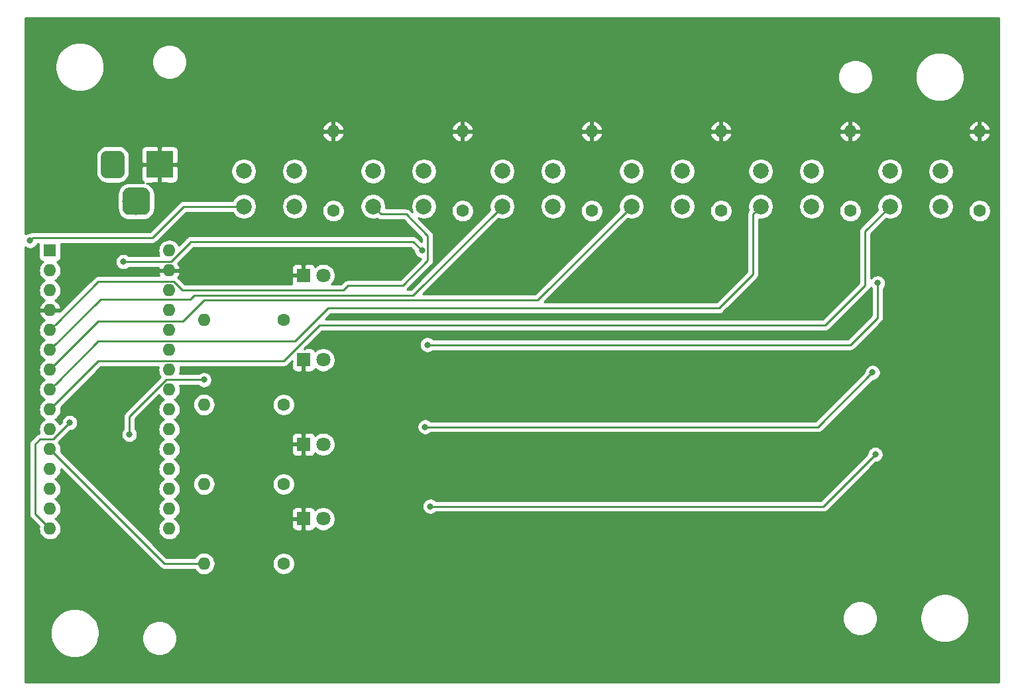
<source format=gbr>
G04 #@! TF.GenerationSoftware,KiCad,Pcbnew,(5.1.2)-1*
G04 #@! TF.CreationDate,2019-05-08T22:22:59+02:00*
G04 #@! TF.ProjectId,LED MATRIX Anzeige,4c454420-4d41-4545-9249-5820416e7a65,rev?*
G04 #@! TF.SameCoordinates,Original*
G04 #@! TF.FileFunction,Copper,L2,Bot*
G04 #@! TF.FilePolarity,Positive*
%FSLAX46Y46*%
G04 Gerber Fmt 4.6, Leading zero omitted, Abs format (unit mm)*
G04 Created by KiCad (PCBNEW (5.1.2)-1) date 2019-05-08 22:22:59*
%MOMM*%
%LPD*%
G04 APERTURE LIST*
%ADD10R,1.600000X1.600000*%
%ADD11O,1.600000X1.600000*%
%ADD12C,2.000000*%
%ADD13C,1.600000*%
%ADD14R,1.800000X1.800000*%
%ADD15C,1.800000*%
%ADD16R,3.500000X3.500000*%
%ADD17C,0.100000*%
%ADD18C,3.000000*%
%ADD19C,3.500000*%
%ADD20C,0.800000*%
%ADD21C,0.250000*%
%ADD22C,0.254000*%
G04 APERTURE END LIST*
D10*
X73025000Y-67310000D03*
D11*
X88265000Y-100330000D03*
X73025000Y-69850000D03*
X88265000Y-97790000D03*
X73025000Y-72390000D03*
X88265000Y-95250000D03*
X73025000Y-74930000D03*
X88265000Y-92710000D03*
X73025000Y-77470000D03*
X88265000Y-90170000D03*
X73025000Y-80010000D03*
X88265000Y-87630000D03*
X73025000Y-82550000D03*
X88265000Y-85090000D03*
X73025000Y-85090000D03*
X88265000Y-82550000D03*
X73025000Y-87630000D03*
X88265000Y-80010000D03*
X73025000Y-90170000D03*
X88265000Y-77470000D03*
X73025000Y-92710000D03*
X88265000Y-74930000D03*
X73025000Y-95250000D03*
X88265000Y-72390000D03*
X73025000Y-97790000D03*
X88265000Y-69850000D03*
X73025000Y-100330000D03*
X88265000Y-67310000D03*
X73025000Y-102870000D03*
X88265000Y-102870000D03*
D12*
X120800000Y-57150000D03*
X120800000Y-61650000D03*
X114300000Y-57150000D03*
X114300000Y-61650000D03*
X130810000Y-61650000D03*
X130810000Y-57150000D03*
X137310000Y-61650000D03*
X137310000Y-57150000D03*
X153820000Y-57150000D03*
X153820000Y-61650000D03*
X147320000Y-57150000D03*
X147320000Y-61650000D03*
X163830000Y-61650000D03*
X163830000Y-57150000D03*
X170330000Y-61650000D03*
X170330000Y-57150000D03*
X186840000Y-57150000D03*
X186840000Y-61650000D03*
X180340000Y-57150000D03*
X180340000Y-61650000D03*
X97790000Y-61650000D03*
X97790000Y-57150000D03*
X104290000Y-61650000D03*
X104290000Y-57150000D03*
D11*
X92710000Y-107315000D03*
D13*
X102870000Y-107315000D03*
X102870000Y-97155000D03*
D11*
X92710000Y-97155000D03*
X92710000Y-86995000D03*
D13*
X102870000Y-86995000D03*
X102870000Y-76200000D03*
D11*
X92710000Y-76200000D03*
X125730000Y-52070000D03*
D13*
X125730000Y-62230000D03*
X142240000Y-62230000D03*
D11*
X142240000Y-52070000D03*
X158750000Y-52070000D03*
D13*
X158750000Y-62230000D03*
X175260000Y-62230000D03*
D11*
X175260000Y-52070000D03*
X191770000Y-52070000D03*
D13*
X191770000Y-62230000D03*
X109220000Y-62230000D03*
D11*
X109220000Y-52070000D03*
D14*
X105410000Y-101600000D03*
D15*
X107950000Y-101600000D03*
X107950000Y-92075000D03*
D14*
X105410000Y-92075000D03*
X105410000Y-81280000D03*
D15*
X107950000Y-81280000D03*
X107950000Y-70485000D03*
D14*
X105410000Y-70485000D03*
D16*
X87050001Y-56295001D03*
D17*
G36*
X81873514Y-54548612D02*
G01*
X81946319Y-54559412D01*
X82017715Y-54577296D01*
X82087014Y-54602091D01*
X82153549Y-54633560D01*
X82216679Y-54671399D01*
X82275796Y-54715243D01*
X82330331Y-54764671D01*
X82379759Y-54819206D01*
X82423603Y-54878323D01*
X82461442Y-54941453D01*
X82492911Y-55007988D01*
X82517706Y-55077287D01*
X82535590Y-55148683D01*
X82546390Y-55221488D01*
X82550001Y-55295001D01*
X82550001Y-57295001D01*
X82546390Y-57368514D01*
X82535590Y-57441319D01*
X82517706Y-57512715D01*
X82492911Y-57582014D01*
X82461442Y-57648549D01*
X82423603Y-57711679D01*
X82379759Y-57770796D01*
X82330331Y-57825331D01*
X82275796Y-57874759D01*
X82216679Y-57918603D01*
X82153549Y-57956442D01*
X82087014Y-57987911D01*
X82017715Y-58012706D01*
X81946319Y-58030590D01*
X81873514Y-58041390D01*
X81800001Y-58045001D01*
X80300001Y-58045001D01*
X80226488Y-58041390D01*
X80153683Y-58030590D01*
X80082287Y-58012706D01*
X80012988Y-57987911D01*
X79946453Y-57956442D01*
X79883323Y-57918603D01*
X79824206Y-57874759D01*
X79769671Y-57825331D01*
X79720243Y-57770796D01*
X79676399Y-57711679D01*
X79638560Y-57648549D01*
X79607091Y-57582014D01*
X79582296Y-57512715D01*
X79564412Y-57441319D01*
X79553612Y-57368514D01*
X79550001Y-57295001D01*
X79550001Y-55295001D01*
X79553612Y-55221488D01*
X79564412Y-55148683D01*
X79582296Y-55077287D01*
X79607091Y-55007988D01*
X79638560Y-54941453D01*
X79676399Y-54878323D01*
X79720243Y-54819206D01*
X79769671Y-54764671D01*
X79824206Y-54715243D01*
X79883323Y-54671399D01*
X79946453Y-54633560D01*
X80012988Y-54602091D01*
X80082287Y-54577296D01*
X80153683Y-54559412D01*
X80226488Y-54548612D01*
X80300001Y-54545001D01*
X81800001Y-54545001D01*
X81873514Y-54548612D01*
X81873514Y-54548612D01*
G37*
D18*
X81050001Y-56295001D03*
D17*
G36*
X85010766Y-59249214D02*
G01*
X85095705Y-59261814D01*
X85179000Y-59282678D01*
X85259849Y-59311606D01*
X85337473Y-59348320D01*
X85411125Y-59392465D01*
X85480095Y-59443617D01*
X85543719Y-59501283D01*
X85601385Y-59564907D01*
X85652537Y-59633877D01*
X85696682Y-59707529D01*
X85733396Y-59785153D01*
X85762324Y-59866002D01*
X85783188Y-59949297D01*
X85795788Y-60034236D01*
X85800001Y-60120001D01*
X85800001Y-61870001D01*
X85795788Y-61955766D01*
X85783188Y-62040705D01*
X85762324Y-62124000D01*
X85733396Y-62204849D01*
X85696682Y-62282473D01*
X85652537Y-62356125D01*
X85601385Y-62425095D01*
X85543719Y-62488719D01*
X85480095Y-62546385D01*
X85411125Y-62597537D01*
X85337473Y-62641682D01*
X85259849Y-62678396D01*
X85179000Y-62707324D01*
X85095705Y-62728188D01*
X85010766Y-62740788D01*
X84925001Y-62745001D01*
X83175001Y-62745001D01*
X83089236Y-62740788D01*
X83004297Y-62728188D01*
X82921002Y-62707324D01*
X82840153Y-62678396D01*
X82762529Y-62641682D01*
X82688877Y-62597537D01*
X82619907Y-62546385D01*
X82556283Y-62488719D01*
X82498617Y-62425095D01*
X82447465Y-62356125D01*
X82403320Y-62282473D01*
X82366606Y-62204849D01*
X82337678Y-62124000D01*
X82316814Y-62040705D01*
X82304214Y-61955766D01*
X82300001Y-61870001D01*
X82300001Y-60120001D01*
X82304214Y-60034236D01*
X82316814Y-59949297D01*
X82337678Y-59866002D01*
X82366606Y-59785153D01*
X82403320Y-59707529D01*
X82447465Y-59633877D01*
X82498617Y-59564907D01*
X82556283Y-59501283D01*
X82619907Y-59443617D01*
X82688877Y-59392465D01*
X82762529Y-59348320D01*
X82840153Y-59311606D01*
X82921002Y-59282678D01*
X83004297Y-59261814D01*
X83089236Y-59249214D01*
X83175001Y-59245001D01*
X84925001Y-59245001D01*
X85010766Y-59249214D01*
X85010766Y-59249214D01*
G37*
D19*
X84050001Y-60995001D03*
D20*
X100965000Y-114300000D03*
X114300000Y-114300000D03*
X127000000Y-114300000D03*
X139700000Y-114300000D03*
X152400000Y-114300000D03*
X97790000Y-92710000D03*
X97790000Y-102870000D03*
X97790000Y-82550000D03*
X107950000Y-44450000D03*
X121285000Y-44450000D03*
X133985000Y-44450000D03*
X147955000Y-44450000D03*
X161925000Y-45085000D03*
X119380000Y-83820000D03*
X124460000Y-83820000D03*
X114300000Y-84455000D03*
X124460000Y-94615000D03*
X119380000Y-94615000D03*
X114935000Y-94615000D03*
X119380000Y-104775000D03*
X135890000Y-104775000D03*
X177165000Y-73660000D03*
X172085000Y-73660000D03*
X166370000Y-73660000D03*
X70485000Y-66040000D03*
X83185000Y-90805000D03*
X92710000Y-83820000D03*
X120559999Y-67310000D03*
X75565000Y-89295002D03*
X82405001Y-68724999D03*
X121260000Y-79350000D03*
X178765000Y-71450000D03*
X120955000Y-89840000D03*
X178105000Y-82880000D03*
X121615000Y-100000000D03*
X178460000Y-93370000D03*
D21*
X115299999Y-62649999D02*
X118529999Y-62649999D01*
X114300000Y-61650000D02*
X115299999Y-62649999D01*
X118529999Y-62649999D02*
X121285000Y-65405000D01*
X121285000Y-68580000D02*
X118110000Y-71755000D01*
X121285000Y-65405000D02*
X121285000Y-68580000D01*
X118110000Y-71755000D02*
X111125000Y-71755000D01*
X111125000Y-71755000D02*
X110490000Y-72390000D01*
X73824999Y-76670001D02*
X73025000Y-77470000D01*
X79230001Y-71264999D02*
X73824999Y-76670001D01*
X88805001Y-71264999D02*
X79230001Y-71264999D01*
X89930002Y-72390000D02*
X88805001Y-71264999D01*
X110490000Y-72390000D02*
X89930002Y-72390000D01*
X79519999Y-73515001D02*
X90949999Y-73515001D01*
X73025000Y-80010000D02*
X79519999Y-73515001D01*
X90949999Y-73515001D02*
X91440000Y-73025000D01*
X119435000Y-73025000D02*
X130810000Y-61650000D01*
X91440000Y-73025000D02*
X119435000Y-73025000D01*
X135310000Y-73660000D02*
X147320000Y-61650000D01*
X92710000Y-73660000D02*
X135310000Y-73660000D01*
X90025001Y-76344999D02*
X92710000Y-73660000D01*
X73025000Y-82550000D02*
X79230001Y-76344999D01*
X79230001Y-76344999D02*
X90025001Y-76344999D01*
X73824999Y-84290001D02*
X73025000Y-85090000D01*
X79230001Y-78884999D02*
X73824999Y-84290001D01*
X163830000Y-61650000D02*
X162830001Y-62649999D01*
X162830001Y-62649999D02*
X162830001Y-70309997D01*
X162830001Y-70309997D02*
X158479999Y-74659999D01*
X158479999Y-74659999D02*
X108549990Y-74659999D01*
X108549990Y-74659999D02*
X104324990Y-78884999D01*
X104324990Y-78884999D02*
X79230001Y-78884999D01*
X102879999Y-81424999D02*
X107469998Y-76835000D01*
X73025000Y-87630000D02*
X79230001Y-81424999D01*
X79230001Y-81424999D02*
X102879999Y-81424999D01*
X177165000Y-64825000D02*
X180340000Y-61650000D01*
X177165000Y-71755000D02*
X172085000Y-76835000D01*
X107469998Y-76835000D02*
X172085000Y-76835000D01*
X177165000Y-71755000D02*
X177165000Y-64825000D01*
X70884999Y-65640001D02*
X86124999Y-65640001D01*
X70485000Y-66040000D02*
X70884999Y-65640001D01*
X90115000Y-61650000D02*
X97790000Y-61650000D01*
X86124999Y-65640001D02*
X90115000Y-61650000D01*
X87630000Y-107315000D02*
X92710000Y-107315000D01*
X73025000Y-92710000D02*
X87630000Y-107315000D01*
X83185000Y-88504998D02*
X87869998Y-83820000D01*
X83185000Y-90805000D02*
X83185000Y-88504998D01*
X87869998Y-83820000D02*
X92710000Y-83820000D01*
X92710000Y-83820000D02*
X92710000Y-83820000D01*
X72225001Y-102070001D02*
X73025000Y-102870000D01*
X120559999Y-67310000D02*
X119434998Y-66184999D01*
X119434998Y-66184999D02*
X90949999Y-66184999D01*
X88515003Y-68724999D02*
X82405001Y-68724999D01*
X90949999Y-66290003D02*
X88515003Y-68724999D01*
X90949999Y-66184999D02*
X90949999Y-66290003D01*
X71120000Y-100965000D02*
X71120000Y-92075000D01*
X72225001Y-102070001D02*
X71120000Y-100965000D01*
X71120000Y-92075000D02*
X71755000Y-91440000D01*
X73420002Y-91440000D02*
X75565000Y-89295002D01*
X71755000Y-91440000D02*
X73420002Y-91440000D01*
X121825685Y-79350000D02*
X121260000Y-79350000D01*
X175286410Y-79350000D02*
X121825685Y-79350000D01*
X178765000Y-75871410D02*
X175286410Y-79350000D01*
X178765000Y-71450000D02*
X178765000Y-75871410D01*
X171145000Y-89840000D02*
X178105000Y-82880000D01*
X120955000Y-89840000D02*
X171145000Y-89840000D01*
X171830000Y-100000000D02*
X178460000Y-93370000D01*
X121615000Y-100000000D02*
X171830000Y-100000000D01*
D22*
G36*
X194260001Y-122505000D02*
G01*
X69900000Y-122505000D01*
X69900000Y-115896229D01*
X73065000Y-115896229D01*
X73065000Y-116513771D01*
X73185476Y-117119446D01*
X73421799Y-117689979D01*
X73764886Y-118203446D01*
X74201554Y-118640114D01*
X74715021Y-118983201D01*
X75285554Y-119219524D01*
X75891229Y-119340000D01*
X76508771Y-119340000D01*
X77114446Y-119219524D01*
X77684979Y-118983201D01*
X78198446Y-118640114D01*
X78635114Y-118203446D01*
X78978201Y-117689979D01*
X79214524Y-117119446D01*
X79313895Y-116619872D01*
X84760000Y-116619872D01*
X84760000Y-117060128D01*
X84845890Y-117491925D01*
X85014369Y-117898669D01*
X85258962Y-118264729D01*
X85570271Y-118576038D01*
X85936331Y-118820631D01*
X86343075Y-118989110D01*
X86774872Y-119075000D01*
X87215128Y-119075000D01*
X87646925Y-118989110D01*
X88053669Y-118820631D01*
X88419729Y-118576038D01*
X88731038Y-118264729D01*
X88975631Y-117898669D01*
X89144110Y-117491925D01*
X89230000Y-117060128D01*
X89230000Y-116619872D01*
X89144110Y-116188075D01*
X88975631Y-115781331D01*
X88731038Y-115415271D01*
X88419729Y-115103962D01*
X88053669Y-114859369D01*
X87646925Y-114690890D01*
X87215128Y-114605000D01*
X86774872Y-114605000D01*
X86343075Y-114690890D01*
X85936331Y-114859369D01*
X85570271Y-115103962D01*
X85258962Y-115415271D01*
X85014369Y-115781331D01*
X84845890Y-116188075D01*
X84760000Y-116619872D01*
X79313895Y-116619872D01*
X79335000Y-116513771D01*
X79335000Y-115896229D01*
X79214524Y-115290554D01*
X78978201Y-114720021D01*
X78635114Y-114206554D01*
X78508432Y-114079872D01*
X174295000Y-114079872D01*
X174295000Y-114520128D01*
X174380890Y-114951925D01*
X174549369Y-115358669D01*
X174793962Y-115724729D01*
X175105271Y-116036038D01*
X175471331Y-116280631D01*
X175878075Y-116449110D01*
X176309872Y-116535000D01*
X176750128Y-116535000D01*
X177181925Y-116449110D01*
X177588669Y-116280631D01*
X177954729Y-116036038D01*
X178266038Y-115724729D01*
X178510631Y-115358669D01*
X178679110Y-114951925D01*
X178765000Y-114520128D01*
X178765000Y-114079872D01*
X178747368Y-113991229D01*
X184190000Y-113991229D01*
X184190000Y-114608771D01*
X184310476Y-115214446D01*
X184546799Y-115784979D01*
X184889886Y-116298446D01*
X185326554Y-116735114D01*
X185840021Y-117078201D01*
X186410554Y-117314524D01*
X187016229Y-117435000D01*
X187633771Y-117435000D01*
X188239446Y-117314524D01*
X188809979Y-117078201D01*
X189323446Y-116735114D01*
X189760114Y-116298446D01*
X190103201Y-115784979D01*
X190339524Y-115214446D01*
X190460000Y-114608771D01*
X190460000Y-113991229D01*
X190339524Y-113385554D01*
X190103201Y-112815021D01*
X189760114Y-112301554D01*
X189323446Y-111864886D01*
X188809979Y-111521799D01*
X188239446Y-111285476D01*
X187633771Y-111165000D01*
X187016229Y-111165000D01*
X186410554Y-111285476D01*
X185840021Y-111521799D01*
X185326554Y-111864886D01*
X184889886Y-112301554D01*
X184546799Y-112815021D01*
X184310476Y-113385554D01*
X184190000Y-113991229D01*
X178747368Y-113991229D01*
X178679110Y-113648075D01*
X178510631Y-113241331D01*
X178266038Y-112875271D01*
X177954729Y-112563962D01*
X177588669Y-112319369D01*
X177181925Y-112150890D01*
X176750128Y-112065000D01*
X176309872Y-112065000D01*
X175878075Y-112150890D01*
X175471331Y-112319369D01*
X175105271Y-112563962D01*
X174793962Y-112875271D01*
X174549369Y-113241331D01*
X174380890Y-113648075D01*
X174295000Y-114079872D01*
X78508432Y-114079872D01*
X78198446Y-113769886D01*
X77684979Y-113426799D01*
X77114446Y-113190476D01*
X76508771Y-113070000D01*
X75891229Y-113070000D01*
X75285554Y-113190476D01*
X74715021Y-113426799D01*
X74201554Y-113769886D01*
X73764886Y-114206554D01*
X73421799Y-114720021D01*
X73185476Y-115290554D01*
X73065000Y-115896229D01*
X69900000Y-115896229D01*
X69900000Y-92075000D01*
X70356324Y-92075000D01*
X70360001Y-92112332D01*
X70360000Y-100927678D01*
X70356324Y-100965000D01*
X70360000Y-101002322D01*
X70360000Y-101002332D01*
X70370997Y-101113985D01*
X70414454Y-101257246D01*
X70485026Y-101389276D01*
X70522551Y-101435000D01*
X70579999Y-101505001D01*
X70609002Y-101528803D01*
X71624292Y-102544095D01*
X71610764Y-102588691D01*
X71583057Y-102870000D01*
X71610764Y-103151309D01*
X71692818Y-103421808D01*
X71826068Y-103671101D01*
X72005392Y-103889608D01*
X72223899Y-104068932D01*
X72473192Y-104202182D01*
X72743691Y-104284236D01*
X72954508Y-104305000D01*
X73095492Y-104305000D01*
X73306309Y-104284236D01*
X73576808Y-104202182D01*
X73826101Y-104068932D01*
X74044608Y-103889608D01*
X74223932Y-103671101D01*
X74357182Y-103421808D01*
X74439236Y-103151309D01*
X74466943Y-102870000D01*
X74439236Y-102588691D01*
X74357182Y-102318192D01*
X74223932Y-102068899D01*
X74044608Y-101850392D01*
X73826101Y-101671068D01*
X73693142Y-101600000D01*
X73826101Y-101528932D01*
X74044608Y-101349608D01*
X74223932Y-101131101D01*
X74357182Y-100881808D01*
X74439236Y-100611309D01*
X74466943Y-100330000D01*
X74439236Y-100048691D01*
X74357182Y-99778192D01*
X74223932Y-99528899D01*
X74044608Y-99310392D01*
X73826101Y-99131068D01*
X73693142Y-99060000D01*
X73826101Y-98988932D01*
X74044608Y-98809608D01*
X74223932Y-98591101D01*
X74357182Y-98341808D01*
X74439236Y-98071309D01*
X74466943Y-97790000D01*
X74439236Y-97508691D01*
X74357182Y-97238192D01*
X74223932Y-96988899D01*
X74044608Y-96770392D01*
X73826101Y-96591068D01*
X73693142Y-96520000D01*
X73826101Y-96448932D01*
X74044608Y-96269608D01*
X74223932Y-96051101D01*
X74357182Y-95801808D01*
X74439236Y-95531309D01*
X74466943Y-95250000D01*
X74464402Y-95224203D01*
X87066201Y-107826003D01*
X87089999Y-107855001D01*
X87118997Y-107878799D01*
X87205723Y-107949974D01*
X87337753Y-108020546D01*
X87481014Y-108064003D01*
X87592667Y-108075000D01*
X87592676Y-108075000D01*
X87629999Y-108078676D01*
X87667322Y-108075000D01*
X91489099Y-108075000D01*
X91511068Y-108116101D01*
X91690392Y-108334608D01*
X91908899Y-108513932D01*
X92158192Y-108647182D01*
X92428691Y-108729236D01*
X92639508Y-108750000D01*
X92780492Y-108750000D01*
X92991309Y-108729236D01*
X93261808Y-108647182D01*
X93511101Y-108513932D01*
X93729608Y-108334608D01*
X93908932Y-108116101D01*
X94042182Y-107866808D01*
X94124236Y-107596309D01*
X94151943Y-107315000D01*
X94138023Y-107173665D01*
X101435000Y-107173665D01*
X101435000Y-107456335D01*
X101490147Y-107733574D01*
X101598320Y-107994727D01*
X101755363Y-108229759D01*
X101955241Y-108429637D01*
X102190273Y-108586680D01*
X102451426Y-108694853D01*
X102728665Y-108750000D01*
X103011335Y-108750000D01*
X103288574Y-108694853D01*
X103549727Y-108586680D01*
X103784759Y-108429637D01*
X103984637Y-108229759D01*
X104141680Y-107994727D01*
X104249853Y-107733574D01*
X104305000Y-107456335D01*
X104305000Y-107173665D01*
X104249853Y-106896426D01*
X104141680Y-106635273D01*
X103984637Y-106400241D01*
X103784759Y-106200363D01*
X103549727Y-106043320D01*
X103288574Y-105935147D01*
X103011335Y-105880000D01*
X102728665Y-105880000D01*
X102451426Y-105935147D01*
X102190273Y-106043320D01*
X101955241Y-106200363D01*
X101755363Y-106400241D01*
X101598320Y-106635273D01*
X101490147Y-106896426D01*
X101435000Y-107173665D01*
X94138023Y-107173665D01*
X94124236Y-107033691D01*
X94042182Y-106763192D01*
X93908932Y-106513899D01*
X93729608Y-106295392D01*
X93511101Y-106116068D01*
X93261808Y-105982818D01*
X92991309Y-105900764D01*
X92780492Y-105880000D01*
X92639508Y-105880000D01*
X92428691Y-105900764D01*
X92158192Y-105982818D01*
X91908899Y-106116068D01*
X91690392Y-106295392D01*
X91511068Y-106513899D01*
X91489099Y-106555000D01*
X87944802Y-106555000D01*
X74425708Y-93035907D01*
X74439236Y-92991309D01*
X74466943Y-92710000D01*
X74439236Y-92428691D01*
X74357182Y-92158192D01*
X74223932Y-91908899D01*
X74134670Y-91800133D01*
X75604802Y-90330002D01*
X75666939Y-90330002D01*
X75866898Y-90290228D01*
X76055256Y-90212207D01*
X76224774Y-90098939D01*
X76368937Y-89954776D01*
X76482205Y-89785258D01*
X76560226Y-89596900D01*
X76600000Y-89396941D01*
X76600000Y-89193063D01*
X76560226Y-88993104D01*
X76482205Y-88804746D01*
X76368937Y-88635228D01*
X76224774Y-88491065D01*
X76055256Y-88377797D01*
X75866898Y-88299776D01*
X75666939Y-88260002D01*
X75463061Y-88260002D01*
X75263102Y-88299776D01*
X75074744Y-88377797D01*
X74905226Y-88491065D01*
X74761063Y-88635228D01*
X74647795Y-88804746D01*
X74569774Y-88993104D01*
X74530000Y-89193063D01*
X74530000Y-89255200D01*
X74290939Y-89494261D01*
X74223932Y-89368899D01*
X74044608Y-89150392D01*
X73826101Y-88971068D01*
X73693142Y-88900000D01*
X73826101Y-88828932D01*
X74044608Y-88649608D01*
X74223932Y-88431101D01*
X74357182Y-88181808D01*
X74439236Y-87911309D01*
X74466943Y-87630000D01*
X74439236Y-87348691D01*
X74425708Y-87304093D01*
X79544803Y-82184999D01*
X86876151Y-82184999D01*
X86850764Y-82268691D01*
X86823057Y-82550000D01*
X86850764Y-82831309D01*
X86932818Y-83101808D01*
X87066068Y-83351101D01*
X87155330Y-83459867D01*
X82673998Y-87941199D01*
X82645000Y-87964997D01*
X82621202Y-87993995D01*
X82621201Y-87993996D01*
X82550026Y-88080722D01*
X82479454Y-88212752D01*
X82435998Y-88356013D01*
X82421324Y-88504998D01*
X82425001Y-88542330D01*
X82425000Y-90101289D01*
X82381063Y-90145226D01*
X82267795Y-90314744D01*
X82189774Y-90503102D01*
X82150000Y-90703061D01*
X82150000Y-90906939D01*
X82189774Y-91106898D01*
X82267795Y-91295256D01*
X82381063Y-91464774D01*
X82525226Y-91608937D01*
X82694744Y-91722205D01*
X82883102Y-91800226D01*
X83083061Y-91840000D01*
X83286939Y-91840000D01*
X83486898Y-91800226D01*
X83675256Y-91722205D01*
X83844774Y-91608937D01*
X83988937Y-91464774D01*
X84102205Y-91295256D01*
X84180226Y-91106898D01*
X84220000Y-90906939D01*
X84220000Y-90703061D01*
X84180226Y-90503102D01*
X84102205Y-90314744D01*
X83988937Y-90145226D01*
X83945000Y-90101289D01*
X83945000Y-88819799D01*
X86999061Y-85765739D01*
X87066068Y-85891101D01*
X87245392Y-86109608D01*
X87463899Y-86288932D01*
X87596858Y-86360000D01*
X87463899Y-86431068D01*
X87245392Y-86610392D01*
X87066068Y-86828899D01*
X86932818Y-87078192D01*
X86850764Y-87348691D01*
X86823057Y-87630000D01*
X86850764Y-87911309D01*
X86932818Y-88181808D01*
X87066068Y-88431101D01*
X87245392Y-88649608D01*
X87463899Y-88828932D01*
X87596858Y-88900000D01*
X87463899Y-88971068D01*
X87245392Y-89150392D01*
X87066068Y-89368899D01*
X86932818Y-89618192D01*
X86850764Y-89888691D01*
X86823057Y-90170000D01*
X86850764Y-90451309D01*
X86932818Y-90721808D01*
X87066068Y-90971101D01*
X87245392Y-91189608D01*
X87463899Y-91368932D01*
X87596858Y-91440000D01*
X87463899Y-91511068D01*
X87245392Y-91690392D01*
X87066068Y-91908899D01*
X86932818Y-92158192D01*
X86850764Y-92428691D01*
X86823057Y-92710000D01*
X86850764Y-92991309D01*
X86932818Y-93261808D01*
X87066068Y-93511101D01*
X87245392Y-93729608D01*
X87463899Y-93908932D01*
X87596858Y-93980000D01*
X87463899Y-94051068D01*
X87245392Y-94230392D01*
X87066068Y-94448899D01*
X86932818Y-94698192D01*
X86850764Y-94968691D01*
X86823057Y-95250000D01*
X86850764Y-95531309D01*
X86932818Y-95801808D01*
X87066068Y-96051101D01*
X87245392Y-96269608D01*
X87463899Y-96448932D01*
X87596858Y-96520000D01*
X87463899Y-96591068D01*
X87245392Y-96770392D01*
X87066068Y-96988899D01*
X86932818Y-97238192D01*
X86850764Y-97508691D01*
X86823057Y-97790000D01*
X86850764Y-98071309D01*
X86932818Y-98341808D01*
X87066068Y-98591101D01*
X87245392Y-98809608D01*
X87463899Y-98988932D01*
X87596858Y-99060000D01*
X87463899Y-99131068D01*
X87245392Y-99310392D01*
X87066068Y-99528899D01*
X86932818Y-99778192D01*
X86850764Y-100048691D01*
X86823057Y-100330000D01*
X86850764Y-100611309D01*
X86932818Y-100881808D01*
X87066068Y-101131101D01*
X87245392Y-101349608D01*
X87463899Y-101528932D01*
X87596858Y-101600000D01*
X87463899Y-101671068D01*
X87245392Y-101850392D01*
X87066068Y-102068899D01*
X86932818Y-102318192D01*
X86850764Y-102588691D01*
X86823057Y-102870000D01*
X86850764Y-103151309D01*
X86932818Y-103421808D01*
X87066068Y-103671101D01*
X87245392Y-103889608D01*
X87463899Y-104068932D01*
X87713192Y-104202182D01*
X87983691Y-104284236D01*
X88194508Y-104305000D01*
X88335492Y-104305000D01*
X88546309Y-104284236D01*
X88816808Y-104202182D01*
X89066101Y-104068932D01*
X89284608Y-103889608D01*
X89463932Y-103671101D01*
X89597182Y-103421808D01*
X89679236Y-103151309D01*
X89706943Y-102870000D01*
X89679236Y-102588691D01*
X89652333Y-102500000D01*
X103871928Y-102500000D01*
X103884188Y-102624482D01*
X103920498Y-102744180D01*
X103979463Y-102854494D01*
X104058815Y-102951185D01*
X104155506Y-103030537D01*
X104265820Y-103089502D01*
X104385518Y-103125812D01*
X104510000Y-103138072D01*
X105124250Y-103135000D01*
X105283000Y-102976250D01*
X105283000Y-101727000D01*
X104033750Y-101727000D01*
X103875000Y-101885750D01*
X103871928Y-102500000D01*
X89652333Y-102500000D01*
X89597182Y-102318192D01*
X89463932Y-102068899D01*
X89284608Y-101850392D01*
X89066101Y-101671068D01*
X88933142Y-101600000D01*
X89066101Y-101528932D01*
X89284608Y-101349608D01*
X89463932Y-101131101D01*
X89597182Y-100881808D01*
X89652332Y-100700000D01*
X103871928Y-100700000D01*
X103875000Y-101314250D01*
X104033750Y-101473000D01*
X105283000Y-101473000D01*
X105283000Y-100223750D01*
X105537000Y-100223750D01*
X105537000Y-101473000D01*
X105557000Y-101473000D01*
X105557000Y-101727000D01*
X105537000Y-101727000D01*
X105537000Y-102976250D01*
X105695750Y-103135000D01*
X106310000Y-103138072D01*
X106434482Y-103125812D01*
X106554180Y-103089502D01*
X106664494Y-103030537D01*
X106761185Y-102951185D01*
X106840537Y-102854494D01*
X106899502Y-102744180D01*
X106905056Y-102725873D01*
X106971495Y-102792312D01*
X107222905Y-102960299D01*
X107502257Y-103076011D01*
X107798816Y-103135000D01*
X108101184Y-103135000D01*
X108397743Y-103076011D01*
X108677095Y-102960299D01*
X108928505Y-102792312D01*
X109142312Y-102578505D01*
X109310299Y-102327095D01*
X109426011Y-102047743D01*
X109485000Y-101751184D01*
X109485000Y-101448816D01*
X109426011Y-101152257D01*
X109310299Y-100872905D01*
X109142312Y-100621495D01*
X108928505Y-100407688D01*
X108677095Y-100239701D01*
X108397743Y-100123989D01*
X108101184Y-100065000D01*
X107798816Y-100065000D01*
X107502257Y-100123989D01*
X107222905Y-100239701D01*
X106971495Y-100407688D01*
X106905056Y-100474127D01*
X106899502Y-100455820D01*
X106840537Y-100345506D01*
X106761185Y-100248815D01*
X106664494Y-100169463D01*
X106554180Y-100110498D01*
X106434482Y-100074188D01*
X106310000Y-100061928D01*
X105695750Y-100065000D01*
X105537000Y-100223750D01*
X105283000Y-100223750D01*
X105124250Y-100065000D01*
X104510000Y-100061928D01*
X104385518Y-100074188D01*
X104265820Y-100110498D01*
X104155506Y-100169463D01*
X104058815Y-100248815D01*
X103979463Y-100345506D01*
X103920498Y-100455820D01*
X103884188Y-100575518D01*
X103871928Y-100700000D01*
X89652332Y-100700000D01*
X89679236Y-100611309D01*
X89706943Y-100330000D01*
X89679236Y-100048691D01*
X89633544Y-99898061D01*
X120580000Y-99898061D01*
X120580000Y-100101939D01*
X120619774Y-100301898D01*
X120697795Y-100490256D01*
X120811063Y-100659774D01*
X120955226Y-100803937D01*
X121124744Y-100917205D01*
X121313102Y-100995226D01*
X121513061Y-101035000D01*
X121716939Y-101035000D01*
X121916898Y-100995226D01*
X122105256Y-100917205D01*
X122274774Y-100803937D01*
X122318711Y-100760000D01*
X171792678Y-100760000D01*
X171830000Y-100763676D01*
X171867322Y-100760000D01*
X171867333Y-100760000D01*
X171978986Y-100749003D01*
X172122247Y-100705546D01*
X172254276Y-100634974D01*
X172370001Y-100540001D01*
X172393804Y-100510997D01*
X178499802Y-94405000D01*
X178561939Y-94405000D01*
X178761898Y-94365226D01*
X178950256Y-94287205D01*
X179119774Y-94173937D01*
X179263937Y-94029774D01*
X179377205Y-93860256D01*
X179455226Y-93671898D01*
X179495000Y-93471939D01*
X179495000Y-93268061D01*
X179455226Y-93068102D01*
X179377205Y-92879744D01*
X179263937Y-92710226D01*
X179119774Y-92566063D01*
X178950256Y-92452795D01*
X178761898Y-92374774D01*
X178561939Y-92335000D01*
X178358061Y-92335000D01*
X178158102Y-92374774D01*
X177969744Y-92452795D01*
X177800226Y-92566063D01*
X177656063Y-92710226D01*
X177542795Y-92879744D01*
X177464774Y-93068102D01*
X177425000Y-93268061D01*
X177425000Y-93330198D01*
X171515199Y-99240000D01*
X122318711Y-99240000D01*
X122274774Y-99196063D01*
X122105256Y-99082795D01*
X121916898Y-99004774D01*
X121716939Y-98965000D01*
X121513061Y-98965000D01*
X121313102Y-99004774D01*
X121124744Y-99082795D01*
X120955226Y-99196063D01*
X120811063Y-99340226D01*
X120697795Y-99509744D01*
X120619774Y-99698102D01*
X120580000Y-99898061D01*
X89633544Y-99898061D01*
X89597182Y-99778192D01*
X89463932Y-99528899D01*
X89284608Y-99310392D01*
X89066101Y-99131068D01*
X88933142Y-99060000D01*
X89066101Y-98988932D01*
X89284608Y-98809608D01*
X89463932Y-98591101D01*
X89597182Y-98341808D01*
X89679236Y-98071309D01*
X89706943Y-97790000D01*
X89679236Y-97508691D01*
X89597182Y-97238192D01*
X89552715Y-97155000D01*
X91268057Y-97155000D01*
X91295764Y-97436309D01*
X91377818Y-97706808D01*
X91511068Y-97956101D01*
X91690392Y-98174608D01*
X91908899Y-98353932D01*
X92158192Y-98487182D01*
X92428691Y-98569236D01*
X92639508Y-98590000D01*
X92780492Y-98590000D01*
X92991309Y-98569236D01*
X93261808Y-98487182D01*
X93511101Y-98353932D01*
X93729608Y-98174608D01*
X93908932Y-97956101D01*
X94042182Y-97706808D01*
X94124236Y-97436309D01*
X94151943Y-97155000D01*
X94138023Y-97013665D01*
X101435000Y-97013665D01*
X101435000Y-97296335D01*
X101490147Y-97573574D01*
X101598320Y-97834727D01*
X101755363Y-98069759D01*
X101955241Y-98269637D01*
X102190273Y-98426680D01*
X102451426Y-98534853D01*
X102728665Y-98590000D01*
X103011335Y-98590000D01*
X103288574Y-98534853D01*
X103549727Y-98426680D01*
X103784759Y-98269637D01*
X103984637Y-98069759D01*
X104141680Y-97834727D01*
X104249853Y-97573574D01*
X104305000Y-97296335D01*
X104305000Y-97013665D01*
X104249853Y-96736426D01*
X104141680Y-96475273D01*
X103984637Y-96240241D01*
X103784759Y-96040363D01*
X103549727Y-95883320D01*
X103288574Y-95775147D01*
X103011335Y-95720000D01*
X102728665Y-95720000D01*
X102451426Y-95775147D01*
X102190273Y-95883320D01*
X101955241Y-96040363D01*
X101755363Y-96240241D01*
X101598320Y-96475273D01*
X101490147Y-96736426D01*
X101435000Y-97013665D01*
X94138023Y-97013665D01*
X94124236Y-96873691D01*
X94042182Y-96603192D01*
X93908932Y-96353899D01*
X93729608Y-96135392D01*
X93511101Y-95956068D01*
X93261808Y-95822818D01*
X92991309Y-95740764D01*
X92780492Y-95720000D01*
X92639508Y-95720000D01*
X92428691Y-95740764D01*
X92158192Y-95822818D01*
X91908899Y-95956068D01*
X91690392Y-96135392D01*
X91511068Y-96353899D01*
X91377818Y-96603192D01*
X91295764Y-96873691D01*
X91268057Y-97155000D01*
X89552715Y-97155000D01*
X89463932Y-96988899D01*
X89284608Y-96770392D01*
X89066101Y-96591068D01*
X88933142Y-96520000D01*
X89066101Y-96448932D01*
X89284608Y-96269608D01*
X89463932Y-96051101D01*
X89597182Y-95801808D01*
X89679236Y-95531309D01*
X89706943Y-95250000D01*
X89679236Y-94968691D01*
X89597182Y-94698192D01*
X89463932Y-94448899D01*
X89284608Y-94230392D01*
X89066101Y-94051068D01*
X88933142Y-93980000D01*
X89066101Y-93908932D01*
X89284608Y-93729608D01*
X89463932Y-93511101D01*
X89597182Y-93261808D01*
X89679236Y-92991309D01*
X89680842Y-92975000D01*
X103871928Y-92975000D01*
X103884188Y-93099482D01*
X103920498Y-93219180D01*
X103979463Y-93329494D01*
X104058815Y-93426185D01*
X104155506Y-93505537D01*
X104265820Y-93564502D01*
X104385518Y-93600812D01*
X104510000Y-93613072D01*
X105124250Y-93610000D01*
X105283000Y-93451250D01*
X105283000Y-92202000D01*
X104033750Y-92202000D01*
X103875000Y-92360750D01*
X103871928Y-92975000D01*
X89680842Y-92975000D01*
X89706943Y-92710000D01*
X89679236Y-92428691D01*
X89597182Y-92158192D01*
X89463932Y-91908899D01*
X89284608Y-91690392D01*
X89066101Y-91511068D01*
X88933142Y-91440000D01*
X89066101Y-91368932D01*
X89284608Y-91189608D01*
X89296596Y-91175000D01*
X103871928Y-91175000D01*
X103875000Y-91789250D01*
X104033750Y-91948000D01*
X105283000Y-91948000D01*
X105283000Y-90698750D01*
X105537000Y-90698750D01*
X105537000Y-91948000D01*
X105557000Y-91948000D01*
X105557000Y-92202000D01*
X105537000Y-92202000D01*
X105537000Y-93451250D01*
X105695750Y-93610000D01*
X106310000Y-93613072D01*
X106434482Y-93600812D01*
X106554180Y-93564502D01*
X106664494Y-93505537D01*
X106761185Y-93426185D01*
X106840537Y-93329494D01*
X106899502Y-93219180D01*
X106905056Y-93200873D01*
X106971495Y-93267312D01*
X107222905Y-93435299D01*
X107502257Y-93551011D01*
X107798816Y-93610000D01*
X108101184Y-93610000D01*
X108397743Y-93551011D01*
X108677095Y-93435299D01*
X108928505Y-93267312D01*
X109142312Y-93053505D01*
X109310299Y-92802095D01*
X109426011Y-92522743D01*
X109485000Y-92226184D01*
X109485000Y-91923816D01*
X109426011Y-91627257D01*
X109310299Y-91347905D01*
X109142312Y-91096495D01*
X108928505Y-90882688D01*
X108677095Y-90714701D01*
X108397743Y-90598989D01*
X108101184Y-90540000D01*
X107798816Y-90540000D01*
X107502257Y-90598989D01*
X107222905Y-90714701D01*
X106971495Y-90882688D01*
X106905056Y-90949127D01*
X106899502Y-90930820D01*
X106840537Y-90820506D01*
X106761185Y-90723815D01*
X106664494Y-90644463D01*
X106554180Y-90585498D01*
X106434482Y-90549188D01*
X106310000Y-90536928D01*
X105695750Y-90540000D01*
X105537000Y-90698750D01*
X105283000Y-90698750D01*
X105124250Y-90540000D01*
X104510000Y-90536928D01*
X104385518Y-90549188D01*
X104265820Y-90585498D01*
X104155506Y-90644463D01*
X104058815Y-90723815D01*
X103979463Y-90820506D01*
X103920498Y-90930820D01*
X103884188Y-91050518D01*
X103871928Y-91175000D01*
X89296596Y-91175000D01*
X89463932Y-90971101D01*
X89597182Y-90721808D01*
X89679236Y-90451309D01*
X89706943Y-90170000D01*
X89679236Y-89888691D01*
X89633544Y-89738061D01*
X119920000Y-89738061D01*
X119920000Y-89941939D01*
X119959774Y-90141898D01*
X120037795Y-90330256D01*
X120151063Y-90499774D01*
X120295226Y-90643937D01*
X120464744Y-90757205D01*
X120653102Y-90835226D01*
X120853061Y-90875000D01*
X121056939Y-90875000D01*
X121256898Y-90835226D01*
X121445256Y-90757205D01*
X121614774Y-90643937D01*
X121658711Y-90600000D01*
X171107678Y-90600000D01*
X171145000Y-90603676D01*
X171182322Y-90600000D01*
X171182333Y-90600000D01*
X171293986Y-90589003D01*
X171437247Y-90545546D01*
X171569276Y-90474974D01*
X171685001Y-90380001D01*
X171708804Y-90350997D01*
X178144803Y-83915000D01*
X178206939Y-83915000D01*
X178406898Y-83875226D01*
X178595256Y-83797205D01*
X178764774Y-83683937D01*
X178908937Y-83539774D01*
X179022205Y-83370256D01*
X179100226Y-83181898D01*
X179140000Y-82981939D01*
X179140000Y-82778061D01*
X179100226Y-82578102D01*
X179022205Y-82389744D01*
X178908937Y-82220226D01*
X178764774Y-82076063D01*
X178595256Y-81962795D01*
X178406898Y-81884774D01*
X178206939Y-81845000D01*
X178003061Y-81845000D01*
X177803102Y-81884774D01*
X177614744Y-81962795D01*
X177445226Y-82076063D01*
X177301063Y-82220226D01*
X177187795Y-82389744D01*
X177109774Y-82578102D01*
X177070000Y-82778061D01*
X177070000Y-82840197D01*
X170830199Y-89080000D01*
X121658711Y-89080000D01*
X121614774Y-89036063D01*
X121445256Y-88922795D01*
X121256898Y-88844774D01*
X121056939Y-88805000D01*
X120853061Y-88805000D01*
X120653102Y-88844774D01*
X120464744Y-88922795D01*
X120295226Y-89036063D01*
X120151063Y-89180226D01*
X120037795Y-89349744D01*
X119959774Y-89538102D01*
X119920000Y-89738061D01*
X89633544Y-89738061D01*
X89597182Y-89618192D01*
X89463932Y-89368899D01*
X89284608Y-89150392D01*
X89066101Y-88971068D01*
X88933142Y-88900000D01*
X89066101Y-88828932D01*
X89284608Y-88649608D01*
X89463932Y-88431101D01*
X89597182Y-88181808D01*
X89679236Y-87911309D01*
X89706943Y-87630000D01*
X89679236Y-87348691D01*
X89597182Y-87078192D01*
X89552715Y-86995000D01*
X91268057Y-86995000D01*
X91295764Y-87276309D01*
X91377818Y-87546808D01*
X91511068Y-87796101D01*
X91690392Y-88014608D01*
X91908899Y-88193932D01*
X92158192Y-88327182D01*
X92428691Y-88409236D01*
X92639508Y-88430000D01*
X92780492Y-88430000D01*
X92991309Y-88409236D01*
X93261808Y-88327182D01*
X93511101Y-88193932D01*
X93729608Y-88014608D01*
X93908932Y-87796101D01*
X94042182Y-87546808D01*
X94124236Y-87276309D01*
X94151943Y-86995000D01*
X94138023Y-86853665D01*
X101435000Y-86853665D01*
X101435000Y-87136335D01*
X101490147Y-87413574D01*
X101598320Y-87674727D01*
X101755363Y-87909759D01*
X101955241Y-88109637D01*
X102190273Y-88266680D01*
X102451426Y-88374853D01*
X102728665Y-88430000D01*
X103011335Y-88430000D01*
X103288574Y-88374853D01*
X103549727Y-88266680D01*
X103784759Y-88109637D01*
X103984637Y-87909759D01*
X104141680Y-87674727D01*
X104249853Y-87413574D01*
X104305000Y-87136335D01*
X104305000Y-86853665D01*
X104249853Y-86576426D01*
X104141680Y-86315273D01*
X103984637Y-86080241D01*
X103784759Y-85880363D01*
X103549727Y-85723320D01*
X103288574Y-85615147D01*
X103011335Y-85560000D01*
X102728665Y-85560000D01*
X102451426Y-85615147D01*
X102190273Y-85723320D01*
X101955241Y-85880363D01*
X101755363Y-86080241D01*
X101598320Y-86315273D01*
X101490147Y-86576426D01*
X101435000Y-86853665D01*
X94138023Y-86853665D01*
X94124236Y-86713691D01*
X94042182Y-86443192D01*
X93908932Y-86193899D01*
X93729608Y-85975392D01*
X93511101Y-85796068D01*
X93261808Y-85662818D01*
X92991309Y-85580764D01*
X92780492Y-85560000D01*
X92639508Y-85560000D01*
X92428691Y-85580764D01*
X92158192Y-85662818D01*
X91908899Y-85796068D01*
X91690392Y-85975392D01*
X91511068Y-86193899D01*
X91377818Y-86443192D01*
X91295764Y-86713691D01*
X91268057Y-86995000D01*
X89552715Y-86995000D01*
X89463932Y-86828899D01*
X89284608Y-86610392D01*
X89066101Y-86431068D01*
X88933142Y-86360000D01*
X89066101Y-86288932D01*
X89284608Y-86109608D01*
X89463932Y-85891101D01*
X89597182Y-85641808D01*
X89679236Y-85371309D01*
X89706943Y-85090000D01*
X89679236Y-84808691D01*
X89609864Y-84580000D01*
X92006289Y-84580000D01*
X92050226Y-84623937D01*
X92219744Y-84737205D01*
X92408102Y-84815226D01*
X92608061Y-84855000D01*
X92811939Y-84855000D01*
X93011898Y-84815226D01*
X93200256Y-84737205D01*
X93369774Y-84623937D01*
X93513937Y-84479774D01*
X93627205Y-84310256D01*
X93705226Y-84121898D01*
X93745000Y-83921939D01*
X93745000Y-83718061D01*
X93705226Y-83518102D01*
X93627205Y-83329744D01*
X93513937Y-83160226D01*
X93369774Y-83016063D01*
X93200256Y-82902795D01*
X93011898Y-82824774D01*
X92811939Y-82785000D01*
X92608061Y-82785000D01*
X92408102Y-82824774D01*
X92219744Y-82902795D01*
X92050226Y-83016063D01*
X92006289Y-83060000D01*
X89609864Y-83060000D01*
X89679236Y-82831309D01*
X89706943Y-82550000D01*
X89679236Y-82268691D01*
X89653849Y-82184999D01*
X102842677Y-82184999D01*
X102879999Y-82188675D01*
X102917321Y-82184999D01*
X102917332Y-82184999D01*
X103028985Y-82174002D01*
X103172246Y-82130545D01*
X103304275Y-82059973D01*
X103420000Y-81965000D01*
X103443803Y-81935996D01*
X103972797Y-81407002D01*
X104033748Y-81407002D01*
X103875000Y-81565750D01*
X103871928Y-82180000D01*
X103884188Y-82304482D01*
X103920498Y-82424180D01*
X103979463Y-82534494D01*
X104058815Y-82631185D01*
X104155506Y-82710537D01*
X104265820Y-82769502D01*
X104385518Y-82805812D01*
X104510000Y-82818072D01*
X105124250Y-82815000D01*
X105283000Y-82656250D01*
X105283000Y-81407000D01*
X105263000Y-81407000D01*
X105263000Y-81153000D01*
X105283000Y-81153000D01*
X105283000Y-81133000D01*
X105537000Y-81133000D01*
X105537000Y-81153000D01*
X105557000Y-81153000D01*
X105557000Y-81407000D01*
X105537000Y-81407000D01*
X105537000Y-82656250D01*
X105695750Y-82815000D01*
X106310000Y-82818072D01*
X106434482Y-82805812D01*
X106554180Y-82769502D01*
X106664494Y-82710537D01*
X106761185Y-82631185D01*
X106840537Y-82534494D01*
X106899502Y-82424180D01*
X106905056Y-82405873D01*
X106971495Y-82472312D01*
X107222905Y-82640299D01*
X107502257Y-82756011D01*
X107798816Y-82815000D01*
X108101184Y-82815000D01*
X108397743Y-82756011D01*
X108677095Y-82640299D01*
X108928505Y-82472312D01*
X109142312Y-82258505D01*
X109310299Y-82007095D01*
X109426011Y-81727743D01*
X109485000Y-81431184D01*
X109485000Y-81128816D01*
X109426011Y-80832257D01*
X109310299Y-80552905D01*
X109142312Y-80301495D01*
X108928505Y-80087688D01*
X108677095Y-79919701D01*
X108397743Y-79803989D01*
X108101184Y-79745000D01*
X107798816Y-79745000D01*
X107502257Y-79803989D01*
X107222905Y-79919701D01*
X106971495Y-80087688D01*
X106905056Y-80154127D01*
X106899502Y-80135820D01*
X106840537Y-80025506D01*
X106761185Y-79928815D01*
X106664494Y-79849463D01*
X106554180Y-79790498D01*
X106434482Y-79754188D01*
X106310000Y-79741928D01*
X105695750Y-79745000D01*
X105537002Y-79903748D01*
X105537002Y-79842797D01*
X107784800Y-77595000D01*
X172047678Y-77595000D01*
X172085000Y-77598676D01*
X172122322Y-77595000D01*
X172122333Y-77595000D01*
X172233986Y-77584003D01*
X172377247Y-77540546D01*
X172509276Y-77469974D01*
X172625001Y-77375001D01*
X172648804Y-77345997D01*
X177676004Y-72318798D01*
X177705001Y-72295001D01*
X177749307Y-72241014D01*
X177799974Y-72179277D01*
X177870546Y-72047247D01*
X177878811Y-72020000D01*
X177885764Y-71997080D01*
X177961063Y-72109774D01*
X178005000Y-72153711D01*
X178005001Y-75556607D01*
X174971609Y-78590000D01*
X121963711Y-78590000D01*
X121919774Y-78546063D01*
X121750256Y-78432795D01*
X121561898Y-78354774D01*
X121361939Y-78315000D01*
X121158061Y-78315000D01*
X120958102Y-78354774D01*
X120769744Y-78432795D01*
X120600226Y-78546063D01*
X120456063Y-78690226D01*
X120342795Y-78859744D01*
X120264774Y-79048102D01*
X120225000Y-79248061D01*
X120225000Y-79451939D01*
X120264774Y-79651898D01*
X120342795Y-79840256D01*
X120456063Y-80009774D01*
X120600226Y-80153937D01*
X120769744Y-80267205D01*
X120958102Y-80345226D01*
X121158061Y-80385000D01*
X121361939Y-80385000D01*
X121561898Y-80345226D01*
X121750256Y-80267205D01*
X121919774Y-80153937D01*
X121963711Y-80110000D01*
X175249088Y-80110000D01*
X175286410Y-80113676D01*
X175323732Y-80110000D01*
X175323743Y-80110000D01*
X175435396Y-80099003D01*
X175578657Y-80055546D01*
X175710686Y-79984974D01*
X175826411Y-79890001D01*
X175850214Y-79860997D01*
X179276003Y-76435209D01*
X179305001Y-76411411D01*
X179376739Y-76323998D01*
X179399974Y-76295687D01*
X179470546Y-76163657D01*
X179480921Y-76129454D01*
X179514003Y-76020396D01*
X179525000Y-75908743D01*
X179525000Y-75908734D01*
X179528676Y-75871411D01*
X179525000Y-75834088D01*
X179525000Y-72153711D01*
X179568937Y-72109774D01*
X179682205Y-71940256D01*
X179760226Y-71751898D01*
X179800000Y-71551939D01*
X179800000Y-71348061D01*
X179760226Y-71148102D01*
X179682205Y-70959744D01*
X179568937Y-70790226D01*
X179424774Y-70646063D01*
X179255256Y-70532795D01*
X179066898Y-70454774D01*
X178866939Y-70415000D01*
X178663061Y-70415000D01*
X178463102Y-70454774D01*
X178274744Y-70532795D01*
X178105226Y-70646063D01*
X177961063Y-70790226D01*
X177925000Y-70844198D01*
X177925000Y-65139801D01*
X179848625Y-63216177D01*
X179863088Y-63222168D01*
X180178967Y-63285000D01*
X180501033Y-63285000D01*
X180816912Y-63222168D01*
X181114463Y-63098918D01*
X181382252Y-62919987D01*
X181609987Y-62692252D01*
X181788918Y-62424463D01*
X181912168Y-62126912D01*
X181975000Y-61811033D01*
X181975000Y-61488967D01*
X185205000Y-61488967D01*
X185205000Y-61811033D01*
X185267832Y-62126912D01*
X185391082Y-62424463D01*
X185570013Y-62692252D01*
X185797748Y-62919987D01*
X186065537Y-63098918D01*
X186363088Y-63222168D01*
X186678967Y-63285000D01*
X187001033Y-63285000D01*
X187316912Y-63222168D01*
X187614463Y-63098918D01*
X187882252Y-62919987D01*
X188109987Y-62692252D01*
X188288918Y-62424463D01*
X188412168Y-62126912D01*
X188419775Y-62088665D01*
X190335000Y-62088665D01*
X190335000Y-62371335D01*
X190390147Y-62648574D01*
X190498320Y-62909727D01*
X190655363Y-63144759D01*
X190855241Y-63344637D01*
X191090273Y-63501680D01*
X191351426Y-63609853D01*
X191628665Y-63665000D01*
X191911335Y-63665000D01*
X192188574Y-63609853D01*
X192449727Y-63501680D01*
X192684759Y-63344637D01*
X192884637Y-63144759D01*
X193041680Y-62909727D01*
X193149853Y-62648574D01*
X193205000Y-62371335D01*
X193205000Y-62088665D01*
X193149853Y-61811426D01*
X193041680Y-61550273D01*
X192884637Y-61315241D01*
X192684759Y-61115363D01*
X192449727Y-60958320D01*
X192188574Y-60850147D01*
X191911335Y-60795000D01*
X191628665Y-60795000D01*
X191351426Y-60850147D01*
X191090273Y-60958320D01*
X190855241Y-61115363D01*
X190655363Y-61315241D01*
X190498320Y-61550273D01*
X190390147Y-61811426D01*
X190335000Y-62088665D01*
X188419775Y-62088665D01*
X188475000Y-61811033D01*
X188475000Y-61488967D01*
X188412168Y-61173088D01*
X188288918Y-60875537D01*
X188109987Y-60607748D01*
X187882252Y-60380013D01*
X187614463Y-60201082D01*
X187316912Y-60077832D01*
X187001033Y-60015000D01*
X186678967Y-60015000D01*
X186363088Y-60077832D01*
X186065537Y-60201082D01*
X185797748Y-60380013D01*
X185570013Y-60607748D01*
X185391082Y-60875537D01*
X185267832Y-61173088D01*
X185205000Y-61488967D01*
X181975000Y-61488967D01*
X181912168Y-61173088D01*
X181788918Y-60875537D01*
X181609987Y-60607748D01*
X181382252Y-60380013D01*
X181114463Y-60201082D01*
X180816912Y-60077832D01*
X180501033Y-60015000D01*
X180178967Y-60015000D01*
X179863088Y-60077832D01*
X179565537Y-60201082D01*
X179297748Y-60380013D01*
X179070013Y-60607748D01*
X178891082Y-60875537D01*
X178767832Y-61173088D01*
X178705000Y-61488967D01*
X178705000Y-61811033D01*
X178767832Y-62126912D01*
X178773823Y-62141375D01*
X176653998Y-64261201D01*
X176625000Y-64284999D01*
X176601202Y-64313997D01*
X176601201Y-64313998D01*
X176530026Y-64400724D01*
X176459454Y-64532754D01*
X176415998Y-64676015D01*
X176401324Y-64825000D01*
X176405001Y-64862332D01*
X176405000Y-71440198D01*
X171770199Y-76075000D01*
X108209791Y-76075000D01*
X108864792Y-75419999D01*
X158442677Y-75419999D01*
X158479999Y-75423675D01*
X158517321Y-75419999D01*
X158517332Y-75419999D01*
X158628985Y-75409002D01*
X158772246Y-75365545D01*
X158904275Y-75294973D01*
X159020000Y-75200000D01*
X159043803Y-75170996D01*
X163341004Y-70873796D01*
X163370002Y-70849998D01*
X163464975Y-70734273D01*
X163535547Y-70602244D01*
X163579004Y-70458983D01*
X163590001Y-70347330D01*
X163590001Y-70347320D01*
X163593677Y-70309997D01*
X163590001Y-70272674D01*
X163590001Y-63269293D01*
X163668967Y-63285000D01*
X163991033Y-63285000D01*
X164306912Y-63222168D01*
X164604463Y-63098918D01*
X164872252Y-62919987D01*
X165099987Y-62692252D01*
X165278918Y-62424463D01*
X165402168Y-62126912D01*
X165465000Y-61811033D01*
X165465000Y-61488967D01*
X168695000Y-61488967D01*
X168695000Y-61811033D01*
X168757832Y-62126912D01*
X168881082Y-62424463D01*
X169060013Y-62692252D01*
X169287748Y-62919987D01*
X169555537Y-63098918D01*
X169853088Y-63222168D01*
X170168967Y-63285000D01*
X170491033Y-63285000D01*
X170806912Y-63222168D01*
X171104463Y-63098918D01*
X171372252Y-62919987D01*
X171599987Y-62692252D01*
X171778918Y-62424463D01*
X171902168Y-62126912D01*
X171909775Y-62088665D01*
X173825000Y-62088665D01*
X173825000Y-62371335D01*
X173880147Y-62648574D01*
X173988320Y-62909727D01*
X174145363Y-63144759D01*
X174345241Y-63344637D01*
X174580273Y-63501680D01*
X174841426Y-63609853D01*
X175118665Y-63665000D01*
X175401335Y-63665000D01*
X175678574Y-63609853D01*
X175939727Y-63501680D01*
X176174759Y-63344637D01*
X176374637Y-63144759D01*
X176531680Y-62909727D01*
X176639853Y-62648574D01*
X176695000Y-62371335D01*
X176695000Y-62088665D01*
X176639853Y-61811426D01*
X176531680Y-61550273D01*
X176374637Y-61315241D01*
X176174759Y-61115363D01*
X175939727Y-60958320D01*
X175678574Y-60850147D01*
X175401335Y-60795000D01*
X175118665Y-60795000D01*
X174841426Y-60850147D01*
X174580273Y-60958320D01*
X174345241Y-61115363D01*
X174145363Y-61315241D01*
X173988320Y-61550273D01*
X173880147Y-61811426D01*
X173825000Y-62088665D01*
X171909775Y-62088665D01*
X171965000Y-61811033D01*
X171965000Y-61488967D01*
X171902168Y-61173088D01*
X171778918Y-60875537D01*
X171599987Y-60607748D01*
X171372252Y-60380013D01*
X171104463Y-60201082D01*
X170806912Y-60077832D01*
X170491033Y-60015000D01*
X170168967Y-60015000D01*
X169853088Y-60077832D01*
X169555537Y-60201082D01*
X169287748Y-60380013D01*
X169060013Y-60607748D01*
X168881082Y-60875537D01*
X168757832Y-61173088D01*
X168695000Y-61488967D01*
X165465000Y-61488967D01*
X165402168Y-61173088D01*
X165278918Y-60875537D01*
X165099987Y-60607748D01*
X164872252Y-60380013D01*
X164604463Y-60201082D01*
X164306912Y-60077832D01*
X163991033Y-60015000D01*
X163668967Y-60015000D01*
X163353088Y-60077832D01*
X163055537Y-60201082D01*
X162787748Y-60380013D01*
X162560013Y-60607748D01*
X162381082Y-60875537D01*
X162257832Y-61173088D01*
X162195000Y-61488967D01*
X162195000Y-61811033D01*
X162257832Y-62126912D01*
X162263966Y-62141721D01*
X162248142Y-62161003D01*
X162195027Y-62225723D01*
X162125635Y-62355546D01*
X162124455Y-62357753D01*
X162080998Y-62501014D01*
X162070001Y-62612667D01*
X162070001Y-62612677D01*
X162066325Y-62649999D01*
X162070001Y-62687321D01*
X162070002Y-69995194D01*
X158165198Y-73899999D01*
X136144802Y-73899999D01*
X146828625Y-63216177D01*
X146843088Y-63222168D01*
X147158967Y-63285000D01*
X147481033Y-63285000D01*
X147796912Y-63222168D01*
X148094463Y-63098918D01*
X148362252Y-62919987D01*
X148589987Y-62692252D01*
X148768918Y-62424463D01*
X148892168Y-62126912D01*
X148955000Y-61811033D01*
X148955000Y-61488967D01*
X152185000Y-61488967D01*
X152185000Y-61811033D01*
X152247832Y-62126912D01*
X152371082Y-62424463D01*
X152550013Y-62692252D01*
X152777748Y-62919987D01*
X153045537Y-63098918D01*
X153343088Y-63222168D01*
X153658967Y-63285000D01*
X153981033Y-63285000D01*
X154296912Y-63222168D01*
X154594463Y-63098918D01*
X154862252Y-62919987D01*
X155089987Y-62692252D01*
X155268918Y-62424463D01*
X155392168Y-62126912D01*
X155399775Y-62088665D01*
X157315000Y-62088665D01*
X157315000Y-62371335D01*
X157370147Y-62648574D01*
X157478320Y-62909727D01*
X157635363Y-63144759D01*
X157835241Y-63344637D01*
X158070273Y-63501680D01*
X158331426Y-63609853D01*
X158608665Y-63665000D01*
X158891335Y-63665000D01*
X159168574Y-63609853D01*
X159429727Y-63501680D01*
X159664759Y-63344637D01*
X159864637Y-63144759D01*
X160021680Y-62909727D01*
X160129853Y-62648574D01*
X160185000Y-62371335D01*
X160185000Y-62088665D01*
X160129853Y-61811426D01*
X160021680Y-61550273D01*
X159864637Y-61315241D01*
X159664759Y-61115363D01*
X159429727Y-60958320D01*
X159168574Y-60850147D01*
X158891335Y-60795000D01*
X158608665Y-60795000D01*
X158331426Y-60850147D01*
X158070273Y-60958320D01*
X157835241Y-61115363D01*
X157635363Y-61315241D01*
X157478320Y-61550273D01*
X157370147Y-61811426D01*
X157315000Y-62088665D01*
X155399775Y-62088665D01*
X155455000Y-61811033D01*
X155455000Y-61488967D01*
X155392168Y-61173088D01*
X155268918Y-60875537D01*
X155089987Y-60607748D01*
X154862252Y-60380013D01*
X154594463Y-60201082D01*
X154296912Y-60077832D01*
X153981033Y-60015000D01*
X153658967Y-60015000D01*
X153343088Y-60077832D01*
X153045537Y-60201082D01*
X152777748Y-60380013D01*
X152550013Y-60607748D01*
X152371082Y-60875537D01*
X152247832Y-61173088D01*
X152185000Y-61488967D01*
X148955000Y-61488967D01*
X148892168Y-61173088D01*
X148768918Y-60875537D01*
X148589987Y-60607748D01*
X148362252Y-60380013D01*
X148094463Y-60201082D01*
X147796912Y-60077832D01*
X147481033Y-60015000D01*
X147158967Y-60015000D01*
X146843088Y-60077832D01*
X146545537Y-60201082D01*
X146277748Y-60380013D01*
X146050013Y-60607748D01*
X145871082Y-60875537D01*
X145747832Y-61173088D01*
X145685000Y-61488967D01*
X145685000Y-61811033D01*
X145747832Y-62126912D01*
X145753823Y-62141375D01*
X134995199Y-72900000D01*
X120634801Y-72900000D01*
X130318625Y-63216177D01*
X130333088Y-63222168D01*
X130648967Y-63285000D01*
X130971033Y-63285000D01*
X131286912Y-63222168D01*
X131584463Y-63098918D01*
X131852252Y-62919987D01*
X132079987Y-62692252D01*
X132258918Y-62424463D01*
X132382168Y-62126912D01*
X132445000Y-61811033D01*
X132445000Y-61488967D01*
X135675000Y-61488967D01*
X135675000Y-61811033D01*
X135737832Y-62126912D01*
X135861082Y-62424463D01*
X136040013Y-62692252D01*
X136267748Y-62919987D01*
X136535537Y-63098918D01*
X136833088Y-63222168D01*
X137148967Y-63285000D01*
X137471033Y-63285000D01*
X137786912Y-63222168D01*
X138084463Y-63098918D01*
X138352252Y-62919987D01*
X138579987Y-62692252D01*
X138758918Y-62424463D01*
X138882168Y-62126912D01*
X138889775Y-62088665D01*
X140805000Y-62088665D01*
X140805000Y-62371335D01*
X140860147Y-62648574D01*
X140968320Y-62909727D01*
X141125363Y-63144759D01*
X141325241Y-63344637D01*
X141560273Y-63501680D01*
X141821426Y-63609853D01*
X142098665Y-63665000D01*
X142381335Y-63665000D01*
X142658574Y-63609853D01*
X142919727Y-63501680D01*
X143154759Y-63344637D01*
X143354637Y-63144759D01*
X143511680Y-62909727D01*
X143619853Y-62648574D01*
X143675000Y-62371335D01*
X143675000Y-62088665D01*
X143619853Y-61811426D01*
X143511680Y-61550273D01*
X143354637Y-61315241D01*
X143154759Y-61115363D01*
X142919727Y-60958320D01*
X142658574Y-60850147D01*
X142381335Y-60795000D01*
X142098665Y-60795000D01*
X141821426Y-60850147D01*
X141560273Y-60958320D01*
X141325241Y-61115363D01*
X141125363Y-61315241D01*
X140968320Y-61550273D01*
X140860147Y-61811426D01*
X140805000Y-62088665D01*
X138889775Y-62088665D01*
X138945000Y-61811033D01*
X138945000Y-61488967D01*
X138882168Y-61173088D01*
X138758918Y-60875537D01*
X138579987Y-60607748D01*
X138352252Y-60380013D01*
X138084463Y-60201082D01*
X137786912Y-60077832D01*
X137471033Y-60015000D01*
X137148967Y-60015000D01*
X136833088Y-60077832D01*
X136535537Y-60201082D01*
X136267748Y-60380013D01*
X136040013Y-60607748D01*
X135861082Y-60875537D01*
X135737832Y-61173088D01*
X135675000Y-61488967D01*
X132445000Y-61488967D01*
X132382168Y-61173088D01*
X132258918Y-60875537D01*
X132079987Y-60607748D01*
X131852252Y-60380013D01*
X131584463Y-60201082D01*
X131286912Y-60077832D01*
X130971033Y-60015000D01*
X130648967Y-60015000D01*
X130333088Y-60077832D01*
X130035537Y-60201082D01*
X129767748Y-60380013D01*
X129540013Y-60607748D01*
X129361082Y-60875537D01*
X129237832Y-61173088D01*
X129175000Y-61488967D01*
X129175000Y-61811033D01*
X129237832Y-62126912D01*
X129243823Y-62141375D01*
X119120199Y-72265000D01*
X118674801Y-72265000D01*
X121796003Y-69143799D01*
X121825001Y-69120001D01*
X121883353Y-69048899D01*
X121919974Y-69004277D01*
X121990546Y-68872247D01*
X122031932Y-68735812D01*
X122034003Y-68728986D01*
X122045000Y-68617333D01*
X122045000Y-68617324D01*
X122048676Y-68580001D01*
X122045000Y-68542678D01*
X122045000Y-65442325D01*
X122048676Y-65405000D01*
X122045000Y-65367675D01*
X122045000Y-65367667D01*
X122034003Y-65256014D01*
X121990546Y-65112753D01*
X121919974Y-64980724D01*
X121825001Y-64864999D01*
X121796004Y-64841202D01*
X120073647Y-63118846D01*
X120323088Y-63222168D01*
X120638967Y-63285000D01*
X120961033Y-63285000D01*
X121276912Y-63222168D01*
X121574463Y-63098918D01*
X121842252Y-62919987D01*
X122069987Y-62692252D01*
X122248918Y-62424463D01*
X122372168Y-62126912D01*
X122379775Y-62088665D01*
X124295000Y-62088665D01*
X124295000Y-62371335D01*
X124350147Y-62648574D01*
X124458320Y-62909727D01*
X124615363Y-63144759D01*
X124815241Y-63344637D01*
X125050273Y-63501680D01*
X125311426Y-63609853D01*
X125588665Y-63665000D01*
X125871335Y-63665000D01*
X126148574Y-63609853D01*
X126409727Y-63501680D01*
X126644759Y-63344637D01*
X126844637Y-63144759D01*
X127001680Y-62909727D01*
X127109853Y-62648574D01*
X127165000Y-62371335D01*
X127165000Y-62088665D01*
X127109853Y-61811426D01*
X127001680Y-61550273D01*
X126844637Y-61315241D01*
X126644759Y-61115363D01*
X126409727Y-60958320D01*
X126148574Y-60850147D01*
X125871335Y-60795000D01*
X125588665Y-60795000D01*
X125311426Y-60850147D01*
X125050273Y-60958320D01*
X124815241Y-61115363D01*
X124615363Y-61315241D01*
X124458320Y-61550273D01*
X124350147Y-61811426D01*
X124295000Y-62088665D01*
X122379775Y-62088665D01*
X122435000Y-61811033D01*
X122435000Y-61488967D01*
X122372168Y-61173088D01*
X122248918Y-60875537D01*
X122069987Y-60607748D01*
X121842252Y-60380013D01*
X121574463Y-60201082D01*
X121276912Y-60077832D01*
X120961033Y-60015000D01*
X120638967Y-60015000D01*
X120323088Y-60077832D01*
X120025537Y-60201082D01*
X119757748Y-60380013D01*
X119530013Y-60607748D01*
X119351082Y-60875537D01*
X119227832Y-61173088D01*
X119165000Y-61488967D01*
X119165000Y-61811033D01*
X119227832Y-62126912D01*
X119331154Y-62376353D01*
X119093803Y-62139002D01*
X119070000Y-62109998D01*
X118954275Y-62015025D01*
X118822246Y-61944453D01*
X118678985Y-61900996D01*
X118567332Y-61889999D01*
X118567321Y-61889999D01*
X118529999Y-61886323D01*
X118492677Y-61889999D01*
X115919293Y-61889999D01*
X115935000Y-61811033D01*
X115935000Y-61488967D01*
X115872168Y-61173088D01*
X115748918Y-60875537D01*
X115569987Y-60607748D01*
X115342252Y-60380013D01*
X115074463Y-60201082D01*
X114776912Y-60077832D01*
X114461033Y-60015000D01*
X114138967Y-60015000D01*
X113823088Y-60077832D01*
X113525537Y-60201082D01*
X113257748Y-60380013D01*
X113030013Y-60607748D01*
X112851082Y-60875537D01*
X112727832Y-61173088D01*
X112665000Y-61488967D01*
X112665000Y-61811033D01*
X112727832Y-62126912D01*
X112851082Y-62424463D01*
X113030013Y-62692252D01*
X113257748Y-62919987D01*
X113525537Y-63098918D01*
X113823088Y-63222168D01*
X114138967Y-63285000D01*
X114461033Y-63285000D01*
X114776912Y-63222168D01*
X114791721Y-63216034D01*
X114875722Y-63284973D01*
X114987345Y-63344637D01*
X115007752Y-63355545D01*
X115151013Y-63399002D01*
X115262666Y-63409999D01*
X115262675Y-63409999D01*
X115299998Y-63413675D01*
X115337321Y-63409999D01*
X118215198Y-63409999D01*
X120525000Y-65719802D01*
X120525000Y-66200200D01*
X119998802Y-65674001D01*
X119974999Y-65644998D01*
X119859274Y-65550025D01*
X119727245Y-65479453D01*
X119583984Y-65435996D01*
X119472331Y-65424999D01*
X119472320Y-65424999D01*
X119434998Y-65421323D01*
X119397676Y-65424999D01*
X90987332Y-65424999D01*
X90949999Y-65421322D01*
X90912666Y-65424999D01*
X90801013Y-65435996D01*
X90657752Y-65479453D01*
X90525723Y-65550025D01*
X90409998Y-65644998D01*
X90315025Y-65760723D01*
X90244453Y-65892752D01*
X90232263Y-65932937D01*
X89530939Y-66634261D01*
X89463932Y-66508899D01*
X89284608Y-66290392D01*
X89066101Y-66111068D01*
X88816808Y-65977818D01*
X88546309Y-65895764D01*
X88335492Y-65875000D01*
X88194508Y-65875000D01*
X87983691Y-65895764D01*
X87713192Y-65977818D01*
X87463899Y-66111068D01*
X87245392Y-66290392D01*
X87066068Y-66508899D01*
X86932818Y-66758192D01*
X86850764Y-67028691D01*
X86823057Y-67310000D01*
X86850764Y-67591309D01*
X86932818Y-67861808D01*
X86987975Y-67964999D01*
X83108712Y-67964999D01*
X83064775Y-67921062D01*
X82895257Y-67807794D01*
X82706899Y-67729773D01*
X82506940Y-67689999D01*
X82303062Y-67689999D01*
X82103103Y-67729773D01*
X81914745Y-67807794D01*
X81745227Y-67921062D01*
X81601064Y-68065225D01*
X81487796Y-68234743D01*
X81409775Y-68423101D01*
X81370001Y-68623060D01*
X81370001Y-68826938D01*
X81409775Y-69026897D01*
X81487796Y-69215255D01*
X81601064Y-69384773D01*
X81745227Y-69528936D01*
X81914745Y-69642204D01*
X82103103Y-69720225D01*
X82303062Y-69759999D01*
X82506940Y-69759999D01*
X82706899Y-69720225D01*
X82895257Y-69642204D01*
X83064775Y-69528936D01*
X83108712Y-69484999D01*
X86877937Y-69484999D01*
X86873096Y-69500961D01*
X86995085Y-69723000D01*
X88138000Y-69723000D01*
X88138000Y-69703000D01*
X88392000Y-69703000D01*
X88392000Y-69723000D01*
X89534915Y-69723000D01*
X89610732Y-69585000D01*
X103871928Y-69585000D01*
X103875000Y-70199250D01*
X104033750Y-70358000D01*
X105283000Y-70358000D01*
X105283000Y-69108750D01*
X105124250Y-68950000D01*
X104510000Y-68946928D01*
X104385518Y-68959188D01*
X104265820Y-68995498D01*
X104155506Y-69054463D01*
X104058815Y-69133815D01*
X103979463Y-69230506D01*
X103920498Y-69340820D01*
X103884188Y-69460518D01*
X103871928Y-69585000D01*
X89610732Y-69585000D01*
X89656904Y-69500961D01*
X89616246Y-69366913D01*
X89496037Y-69112580D01*
X89370960Y-68943843D01*
X91369805Y-66944999D01*
X119120197Y-66944999D01*
X119524999Y-67349802D01*
X119524999Y-67411939D01*
X119564773Y-67611898D01*
X119642794Y-67800256D01*
X119756062Y-67969774D01*
X119900225Y-68113937D01*
X120069743Y-68227205D01*
X120258101Y-68305226D01*
X120447332Y-68342866D01*
X117795199Y-70995000D01*
X111162333Y-70995000D01*
X111125000Y-70991323D01*
X111087667Y-70995000D01*
X110976014Y-71005997D01*
X110832753Y-71049454D01*
X110700724Y-71120026D01*
X110584999Y-71214999D01*
X110561200Y-71243998D01*
X110175199Y-71630000D01*
X108975817Y-71630000D01*
X109142312Y-71463505D01*
X109310299Y-71212095D01*
X109426011Y-70932743D01*
X109485000Y-70636184D01*
X109485000Y-70333816D01*
X109426011Y-70037257D01*
X109310299Y-69757905D01*
X109142312Y-69506495D01*
X108928505Y-69292688D01*
X108677095Y-69124701D01*
X108397743Y-69008989D01*
X108101184Y-68950000D01*
X107798816Y-68950000D01*
X107502257Y-69008989D01*
X107222905Y-69124701D01*
X106971495Y-69292688D01*
X106905056Y-69359127D01*
X106899502Y-69340820D01*
X106840537Y-69230506D01*
X106761185Y-69133815D01*
X106664494Y-69054463D01*
X106554180Y-68995498D01*
X106434482Y-68959188D01*
X106310000Y-68946928D01*
X105695750Y-68950000D01*
X105537000Y-69108750D01*
X105537000Y-70358000D01*
X105557000Y-70358000D01*
X105557000Y-70612000D01*
X105537000Y-70612000D01*
X105537000Y-70632000D01*
X105283000Y-70632000D01*
X105283000Y-70612000D01*
X104033750Y-70612000D01*
X103875000Y-70770750D01*
X103871928Y-71385000D01*
X103884188Y-71509482D01*
X103920498Y-71629180D01*
X103920936Y-71630000D01*
X90244804Y-71630000D01*
X89370960Y-70756157D01*
X89496037Y-70587420D01*
X89616246Y-70333087D01*
X89656904Y-70199039D01*
X89534915Y-69977000D01*
X88392000Y-69977000D01*
X88392000Y-69997000D01*
X88138000Y-69997000D01*
X88138000Y-69977000D01*
X86995085Y-69977000D01*
X86873096Y-70199039D01*
X86913754Y-70333087D01*
X86995007Y-70504999D01*
X79267323Y-70504999D01*
X79230000Y-70501323D01*
X79192677Y-70504999D01*
X79192668Y-70504999D01*
X79081015Y-70515996D01*
X78937754Y-70559453D01*
X78805724Y-70630025D01*
X78722084Y-70698667D01*
X78690000Y-70724998D01*
X78666202Y-70753996D01*
X74319128Y-75101071D01*
X74294915Y-75057000D01*
X73152000Y-75057000D01*
X73152000Y-75077000D01*
X72898000Y-75077000D01*
X72898000Y-75057000D01*
X71755085Y-75057000D01*
X71633096Y-75279039D01*
X71673754Y-75413087D01*
X71793963Y-75667420D01*
X71961481Y-75893414D01*
X72169869Y-76082385D01*
X72361682Y-76197421D01*
X72223899Y-76271068D01*
X72005392Y-76450392D01*
X71826068Y-76668899D01*
X71692818Y-76918192D01*
X71610764Y-77188691D01*
X71583057Y-77470000D01*
X71610764Y-77751309D01*
X71692818Y-78021808D01*
X71826068Y-78271101D01*
X72005392Y-78489608D01*
X72223899Y-78668932D01*
X72356858Y-78740000D01*
X72223899Y-78811068D01*
X72005392Y-78990392D01*
X71826068Y-79208899D01*
X71692818Y-79458192D01*
X71610764Y-79728691D01*
X71583057Y-80010000D01*
X71610764Y-80291309D01*
X71692818Y-80561808D01*
X71826068Y-80811101D01*
X72005392Y-81029608D01*
X72223899Y-81208932D01*
X72356858Y-81280000D01*
X72223899Y-81351068D01*
X72005392Y-81530392D01*
X71826068Y-81748899D01*
X71692818Y-81998192D01*
X71610764Y-82268691D01*
X71583057Y-82550000D01*
X71610764Y-82831309D01*
X71692818Y-83101808D01*
X71826068Y-83351101D01*
X72005392Y-83569608D01*
X72223899Y-83748932D01*
X72356858Y-83820000D01*
X72223899Y-83891068D01*
X72005392Y-84070392D01*
X71826068Y-84288899D01*
X71692818Y-84538192D01*
X71610764Y-84808691D01*
X71583057Y-85090000D01*
X71610764Y-85371309D01*
X71692818Y-85641808D01*
X71826068Y-85891101D01*
X72005392Y-86109608D01*
X72223899Y-86288932D01*
X72356858Y-86360000D01*
X72223899Y-86431068D01*
X72005392Y-86610392D01*
X71826068Y-86828899D01*
X71692818Y-87078192D01*
X71610764Y-87348691D01*
X71583057Y-87630000D01*
X71610764Y-87911309D01*
X71692818Y-88181808D01*
X71826068Y-88431101D01*
X72005392Y-88649608D01*
X72223899Y-88828932D01*
X72356858Y-88900000D01*
X72223899Y-88971068D01*
X72005392Y-89150392D01*
X71826068Y-89368899D01*
X71692818Y-89618192D01*
X71610764Y-89888691D01*
X71583057Y-90170000D01*
X71610764Y-90451309D01*
X71681225Y-90683589D01*
X71606014Y-90690997D01*
X71462753Y-90734454D01*
X71330724Y-90805026D01*
X71214999Y-90899999D01*
X71191200Y-90928998D01*
X70608998Y-91511201D01*
X70580000Y-91534999D01*
X70556202Y-91563997D01*
X70556201Y-91563998D01*
X70485026Y-91650724D01*
X70414454Y-91782754D01*
X70370998Y-91926015D01*
X70356324Y-92075000D01*
X69900000Y-92075000D01*
X69900000Y-66893899D01*
X69994744Y-66957205D01*
X70183102Y-67035226D01*
X70383061Y-67075000D01*
X70586939Y-67075000D01*
X70786898Y-67035226D01*
X70975256Y-66957205D01*
X71144774Y-66843937D01*
X71288937Y-66699774D01*
X71402205Y-66530256D01*
X71456159Y-66400001D01*
X71597762Y-66400001D01*
X71586928Y-66510000D01*
X71586928Y-68110000D01*
X71599188Y-68234482D01*
X71635498Y-68354180D01*
X71694463Y-68464494D01*
X71773815Y-68561185D01*
X71870506Y-68640537D01*
X71980820Y-68699502D01*
X72100518Y-68735812D01*
X72118482Y-68737581D01*
X72005392Y-68830392D01*
X71826068Y-69048899D01*
X71692818Y-69298192D01*
X71610764Y-69568691D01*
X71583057Y-69850000D01*
X71610764Y-70131309D01*
X71692818Y-70401808D01*
X71826068Y-70651101D01*
X72005392Y-70869608D01*
X72223899Y-71048932D01*
X72356858Y-71120000D01*
X72223899Y-71191068D01*
X72005392Y-71370392D01*
X71826068Y-71588899D01*
X71692818Y-71838192D01*
X71610764Y-72108691D01*
X71583057Y-72390000D01*
X71610764Y-72671309D01*
X71692818Y-72941808D01*
X71826068Y-73191101D01*
X72005392Y-73409608D01*
X72223899Y-73588932D01*
X72361682Y-73662579D01*
X72169869Y-73777615D01*
X71961481Y-73966586D01*
X71793963Y-74192580D01*
X71673754Y-74446913D01*
X71633096Y-74580961D01*
X71755085Y-74803000D01*
X72898000Y-74803000D01*
X72898000Y-74783000D01*
X73152000Y-74783000D01*
X73152000Y-74803000D01*
X74294915Y-74803000D01*
X74416904Y-74580961D01*
X74376246Y-74446913D01*
X74256037Y-74192580D01*
X74088519Y-73966586D01*
X73880131Y-73777615D01*
X73688318Y-73662579D01*
X73826101Y-73588932D01*
X74044608Y-73409608D01*
X74223932Y-73191101D01*
X74357182Y-72941808D01*
X74439236Y-72671309D01*
X74466943Y-72390000D01*
X74439236Y-72108691D01*
X74357182Y-71838192D01*
X74223932Y-71588899D01*
X74044608Y-71370392D01*
X73826101Y-71191068D01*
X73693142Y-71120000D01*
X73826101Y-71048932D01*
X74044608Y-70869608D01*
X74223932Y-70651101D01*
X74357182Y-70401808D01*
X74439236Y-70131309D01*
X74466943Y-69850000D01*
X74439236Y-69568691D01*
X74357182Y-69298192D01*
X74223932Y-69048899D01*
X74044608Y-68830392D01*
X73931518Y-68737581D01*
X73949482Y-68735812D01*
X74069180Y-68699502D01*
X74179494Y-68640537D01*
X74276185Y-68561185D01*
X74355537Y-68464494D01*
X74414502Y-68354180D01*
X74450812Y-68234482D01*
X74463072Y-68110000D01*
X74463072Y-66510000D01*
X74452238Y-66400001D01*
X86087677Y-66400001D01*
X86124999Y-66403677D01*
X86162321Y-66400001D01*
X86162332Y-66400001D01*
X86273985Y-66389004D01*
X86417246Y-66345547D01*
X86549275Y-66274975D01*
X86665000Y-66180002D01*
X86688803Y-66150998D01*
X90429802Y-62410000D01*
X96335091Y-62410000D01*
X96341082Y-62424463D01*
X96520013Y-62692252D01*
X96747748Y-62919987D01*
X97015537Y-63098918D01*
X97313088Y-63222168D01*
X97628967Y-63285000D01*
X97951033Y-63285000D01*
X98266912Y-63222168D01*
X98564463Y-63098918D01*
X98832252Y-62919987D01*
X99059987Y-62692252D01*
X99238918Y-62424463D01*
X99362168Y-62126912D01*
X99425000Y-61811033D01*
X99425000Y-61488967D01*
X102655000Y-61488967D01*
X102655000Y-61811033D01*
X102717832Y-62126912D01*
X102841082Y-62424463D01*
X103020013Y-62692252D01*
X103247748Y-62919987D01*
X103515537Y-63098918D01*
X103813088Y-63222168D01*
X104128967Y-63285000D01*
X104451033Y-63285000D01*
X104766912Y-63222168D01*
X105064463Y-63098918D01*
X105332252Y-62919987D01*
X105559987Y-62692252D01*
X105738918Y-62424463D01*
X105862168Y-62126912D01*
X105869775Y-62088665D01*
X107785000Y-62088665D01*
X107785000Y-62371335D01*
X107840147Y-62648574D01*
X107948320Y-62909727D01*
X108105363Y-63144759D01*
X108305241Y-63344637D01*
X108540273Y-63501680D01*
X108801426Y-63609853D01*
X109078665Y-63665000D01*
X109361335Y-63665000D01*
X109638574Y-63609853D01*
X109899727Y-63501680D01*
X110134759Y-63344637D01*
X110334637Y-63144759D01*
X110491680Y-62909727D01*
X110599853Y-62648574D01*
X110655000Y-62371335D01*
X110655000Y-62088665D01*
X110599853Y-61811426D01*
X110491680Y-61550273D01*
X110334637Y-61315241D01*
X110134759Y-61115363D01*
X109899727Y-60958320D01*
X109638574Y-60850147D01*
X109361335Y-60795000D01*
X109078665Y-60795000D01*
X108801426Y-60850147D01*
X108540273Y-60958320D01*
X108305241Y-61115363D01*
X108105363Y-61315241D01*
X107948320Y-61550273D01*
X107840147Y-61811426D01*
X107785000Y-62088665D01*
X105869775Y-62088665D01*
X105925000Y-61811033D01*
X105925000Y-61488967D01*
X105862168Y-61173088D01*
X105738918Y-60875537D01*
X105559987Y-60607748D01*
X105332252Y-60380013D01*
X105064463Y-60201082D01*
X104766912Y-60077832D01*
X104451033Y-60015000D01*
X104128967Y-60015000D01*
X103813088Y-60077832D01*
X103515537Y-60201082D01*
X103247748Y-60380013D01*
X103020013Y-60607748D01*
X102841082Y-60875537D01*
X102717832Y-61173088D01*
X102655000Y-61488967D01*
X99425000Y-61488967D01*
X99362168Y-61173088D01*
X99238918Y-60875537D01*
X99059987Y-60607748D01*
X98832252Y-60380013D01*
X98564463Y-60201082D01*
X98266912Y-60077832D01*
X97951033Y-60015000D01*
X97628967Y-60015000D01*
X97313088Y-60077832D01*
X97015537Y-60201082D01*
X96747748Y-60380013D01*
X96520013Y-60607748D01*
X96341082Y-60875537D01*
X96335091Y-60890000D01*
X90152333Y-60890000D01*
X90115000Y-60886323D01*
X90077667Y-60890000D01*
X89966014Y-60900997D01*
X89822753Y-60944454D01*
X89690724Y-61015026D01*
X89574999Y-61109999D01*
X89551201Y-61138997D01*
X85810198Y-64880001D01*
X70922321Y-64880001D01*
X70884998Y-64876325D01*
X70847676Y-64880001D01*
X70847666Y-64880001D01*
X70736013Y-64890998D01*
X70592752Y-64934455D01*
X70460774Y-65005000D01*
X70383061Y-65005000D01*
X70183102Y-65044774D01*
X69994744Y-65122795D01*
X69900000Y-65186101D01*
X69900000Y-60120001D01*
X81661929Y-60120001D01*
X81661929Y-61870001D01*
X81691002Y-62165187D01*
X81777105Y-62449029D01*
X81916928Y-62710619D01*
X82105098Y-62939904D01*
X82334383Y-63128074D01*
X82595973Y-63267897D01*
X82879815Y-63354000D01*
X83175001Y-63383073D01*
X84925001Y-63383073D01*
X85220187Y-63354000D01*
X85504029Y-63267897D01*
X85765619Y-63128074D01*
X85994904Y-62939904D01*
X86183074Y-62710619D01*
X86322897Y-62449029D01*
X86409000Y-62165187D01*
X86438073Y-61870001D01*
X86438073Y-60120001D01*
X86409000Y-59824815D01*
X86322897Y-59540973D01*
X86183074Y-59279383D01*
X85994904Y-59050098D01*
X85765619Y-58861928D01*
X85504029Y-58722105D01*
X85374841Y-58682916D01*
X86764251Y-58680001D01*
X86923001Y-58521251D01*
X86923001Y-56422001D01*
X87177001Y-56422001D01*
X87177001Y-58521251D01*
X87335751Y-58680001D01*
X88800001Y-58683073D01*
X88924483Y-58670813D01*
X89044181Y-58634503D01*
X89154495Y-58575538D01*
X89251186Y-58496186D01*
X89330538Y-58399495D01*
X89389503Y-58289181D01*
X89425813Y-58169483D01*
X89438073Y-58045001D01*
X89435858Y-56988967D01*
X96155000Y-56988967D01*
X96155000Y-57311033D01*
X96217832Y-57626912D01*
X96341082Y-57924463D01*
X96520013Y-58192252D01*
X96747748Y-58419987D01*
X97015537Y-58598918D01*
X97313088Y-58722168D01*
X97628967Y-58785000D01*
X97951033Y-58785000D01*
X98266912Y-58722168D01*
X98564463Y-58598918D01*
X98832252Y-58419987D01*
X99059987Y-58192252D01*
X99238918Y-57924463D01*
X99362168Y-57626912D01*
X99425000Y-57311033D01*
X99425000Y-56988967D01*
X102655000Y-56988967D01*
X102655000Y-57311033D01*
X102717832Y-57626912D01*
X102841082Y-57924463D01*
X103020013Y-58192252D01*
X103247748Y-58419987D01*
X103515537Y-58598918D01*
X103813088Y-58722168D01*
X104128967Y-58785000D01*
X104451033Y-58785000D01*
X104766912Y-58722168D01*
X105064463Y-58598918D01*
X105332252Y-58419987D01*
X105559987Y-58192252D01*
X105738918Y-57924463D01*
X105862168Y-57626912D01*
X105925000Y-57311033D01*
X105925000Y-56988967D01*
X112665000Y-56988967D01*
X112665000Y-57311033D01*
X112727832Y-57626912D01*
X112851082Y-57924463D01*
X113030013Y-58192252D01*
X113257748Y-58419987D01*
X113525537Y-58598918D01*
X113823088Y-58722168D01*
X114138967Y-58785000D01*
X114461033Y-58785000D01*
X114776912Y-58722168D01*
X115074463Y-58598918D01*
X115342252Y-58419987D01*
X115569987Y-58192252D01*
X115748918Y-57924463D01*
X115872168Y-57626912D01*
X115935000Y-57311033D01*
X115935000Y-56988967D01*
X119165000Y-56988967D01*
X119165000Y-57311033D01*
X119227832Y-57626912D01*
X119351082Y-57924463D01*
X119530013Y-58192252D01*
X119757748Y-58419987D01*
X120025537Y-58598918D01*
X120323088Y-58722168D01*
X120638967Y-58785000D01*
X120961033Y-58785000D01*
X121276912Y-58722168D01*
X121574463Y-58598918D01*
X121842252Y-58419987D01*
X122069987Y-58192252D01*
X122248918Y-57924463D01*
X122372168Y-57626912D01*
X122435000Y-57311033D01*
X122435000Y-56988967D01*
X129175000Y-56988967D01*
X129175000Y-57311033D01*
X129237832Y-57626912D01*
X129361082Y-57924463D01*
X129540013Y-58192252D01*
X129767748Y-58419987D01*
X130035537Y-58598918D01*
X130333088Y-58722168D01*
X130648967Y-58785000D01*
X130971033Y-58785000D01*
X131286912Y-58722168D01*
X131584463Y-58598918D01*
X131852252Y-58419987D01*
X132079987Y-58192252D01*
X132258918Y-57924463D01*
X132382168Y-57626912D01*
X132445000Y-57311033D01*
X132445000Y-56988967D01*
X135675000Y-56988967D01*
X135675000Y-57311033D01*
X135737832Y-57626912D01*
X135861082Y-57924463D01*
X136040013Y-58192252D01*
X136267748Y-58419987D01*
X136535537Y-58598918D01*
X136833088Y-58722168D01*
X137148967Y-58785000D01*
X137471033Y-58785000D01*
X137786912Y-58722168D01*
X138084463Y-58598918D01*
X138352252Y-58419987D01*
X138579987Y-58192252D01*
X138758918Y-57924463D01*
X138882168Y-57626912D01*
X138945000Y-57311033D01*
X138945000Y-56988967D01*
X145685000Y-56988967D01*
X145685000Y-57311033D01*
X145747832Y-57626912D01*
X145871082Y-57924463D01*
X146050013Y-58192252D01*
X146277748Y-58419987D01*
X146545537Y-58598918D01*
X146843088Y-58722168D01*
X147158967Y-58785000D01*
X147481033Y-58785000D01*
X147796912Y-58722168D01*
X148094463Y-58598918D01*
X148362252Y-58419987D01*
X148589987Y-58192252D01*
X148768918Y-57924463D01*
X148892168Y-57626912D01*
X148955000Y-57311033D01*
X148955000Y-56988967D01*
X152185000Y-56988967D01*
X152185000Y-57311033D01*
X152247832Y-57626912D01*
X152371082Y-57924463D01*
X152550013Y-58192252D01*
X152777748Y-58419987D01*
X153045537Y-58598918D01*
X153343088Y-58722168D01*
X153658967Y-58785000D01*
X153981033Y-58785000D01*
X154296912Y-58722168D01*
X154594463Y-58598918D01*
X154862252Y-58419987D01*
X155089987Y-58192252D01*
X155268918Y-57924463D01*
X155392168Y-57626912D01*
X155455000Y-57311033D01*
X155455000Y-56988967D01*
X162195000Y-56988967D01*
X162195000Y-57311033D01*
X162257832Y-57626912D01*
X162381082Y-57924463D01*
X162560013Y-58192252D01*
X162787748Y-58419987D01*
X163055537Y-58598918D01*
X163353088Y-58722168D01*
X163668967Y-58785000D01*
X163991033Y-58785000D01*
X164306912Y-58722168D01*
X164604463Y-58598918D01*
X164872252Y-58419987D01*
X165099987Y-58192252D01*
X165278918Y-57924463D01*
X165402168Y-57626912D01*
X165465000Y-57311033D01*
X165465000Y-56988967D01*
X168695000Y-56988967D01*
X168695000Y-57311033D01*
X168757832Y-57626912D01*
X168881082Y-57924463D01*
X169060013Y-58192252D01*
X169287748Y-58419987D01*
X169555537Y-58598918D01*
X169853088Y-58722168D01*
X170168967Y-58785000D01*
X170491033Y-58785000D01*
X170806912Y-58722168D01*
X171104463Y-58598918D01*
X171372252Y-58419987D01*
X171599987Y-58192252D01*
X171778918Y-57924463D01*
X171902168Y-57626912D01*
X171965000Y-57311033D01*
X171965000Y-56988967D01*
X178705000Y-56988967D01*
X178705000Y-57311033D01*
X178767832Y-57626912D01*
X178891082Y-57924463D01*
X179070013Y-58192252D01*
X179297748Y-58419987D01*
X179565537Y-58598918D01*
X179863088Y-58722168D01*
X180178967Y-58785000D01*
X180501033Y-58785000D01*
X180816912Y-58722168D01*
X181114463Y-58598918D01*
X181382252Y-58419987D01*
X181609987Y-58192252D01*
X181788918Y-57924463D01*
X181912168Y-57626912D01*
X181975000Y-57311033D01*
X181975000Y-56988967D01*
X185205000Y-56988967D01*
X185205000Y-57311033D01*
X185267832Y-57626912D01*
X185391082Y-57924463D01*
X185570013Y-58192252D01*
X185797748Y-58419987D01*
X186065537Y-58598918D01*
X186363088Y-58722168D01*
X186678967Y-58785000D01*
X187001033Y-58785000D01*
X187316912Y-58722168D01*
X187614463Y-58598918D01*
X187882252Y-58419987D01*
X188109987Y-58192252D01*
X188288918Y-57924463D01*
X188412168Y-57626912D01*
X188475000Y-57311033D01*
X188475000Y-56988967D01*
X188412168Y-56673088D01*
X188288918Y-56375537D01*
X188109987Y-56107748D01*
X187882252Y-55880013D01*
X187614463Y-55701082D01*
X187316912Y-55577832D01*
X187001033Y-55515000D01*
X186678967Y-55515000D01*
X186363088Y-55577832D01*
X186065537Y-55701082D01*
X185797748Y-55880013D01*
X185570013Y-56107748D01*
X185391082Y-56375537D01*
X185267832Y-56673088D01*
X185205000Y-56988967D01*
X181975000Y-56988967D01*
X181912168Y-56673088D01*
X181788918Y-56375537D01*
X181609987Y-56107748D01*
X181382252Y-55880013D01*
X181114463Y-55701082D01*
X180816912Y-55577832D01*
X180501033Y-55515000D01*
X180178967Y-55515000D01*
X179863088Y-55577832D01*
X179565537Y-55701082D01*
X179297748Y-55880013D01*
X179070013Y-56107748D01*
X178891082Y-56375537D01*
X178767832Y-56673088D01*
X178705000Y-56988967D01*
X171965000Y-56988967D01*
X171902168Y-56673088D01*
X171778918Y-56375537D01*
X171599987Y-56107748D01*
X171372252Y-55880013D01*
X171104463Y-55701082D01*
X170806912Y-55577832D01*
X170491033Y-55515000D01*
X170168967Y-55515000D01*
X169853088Y-55577832D01*
X169555537Y-55701082D01*
X169287748Y-55880013D01*
X169060013Y-56107748D01*
X168881082Y-56375537D01*
X168757832Y-56673088D01*
X168695000Y-56988967D01*
X165465000Y-56988967D01*
X165402168Y-56673088D01*
X165278918Y-56375537D01*
X165099987Y-56107748D01*
X164872252Y-55880013D01*
X164604463Y-55701082D01*
X164306912Y-55577832D01*
X163991033Y-55515000D01*
X163668967Y-55515000D01*
X163353088Y-55577832D01*
X163055537Y-55701082D01*
X162787748Y-55880013D01*
X162560013Y-56107748D01*
X162381082Y-56375537D01*
X162257832Y-56673088D01*
X162195000Y-56988967D01*
X155455000Y-56988967D01*
X155392168Y-56673088D01*
X155268918Y-56375537D01*
X155089987Y-56107748D01*
X154862252Y-55880013D01*
X154594463Y-55701082D01*
X154296912Y-55577832D01*
X153981033Y-55515000D01*
X153658967Y-55515000D01*
X153343088Y-55577832D01*
X153045537Y-55701082D01*
X152777748Y-55880013D01*
X152550013Y-56107748D01*
X152371082Y-56375537D01*
X152247832Y-56673088D01*
X152185000Y-56988967D01*
X148955000Y-56988967D01*
X148892168Y-56673088D01*
X148768918Y-56375537D01*
X148589987Y-56107748D01*
X148362252Y-55880013D01*
X148094463Y-55701082D01*
X147796912Y-55577832D01*
X147481033Y-55515000D01*
X147158967Y-55515000D01*
X146843088Y-55577832D01*
X146545537Y-55701082D01*
X146277748Y-55880013D01*
X146050013Y-56107748D01*
X145871082Y-56375537D01*
X145747832Y-56673088D01*
X145685000Y-56988967D01*
X138945000Y-56988967D01*
X138882168Y-56673088D01*
X138758918Y-56375537D01*
X138579987Y-56107748D01*
X138352252Y-55880013D01*
X138084463Y-55701082D01*
X137786912Y-55577832D01*
X137471033Y-55515000D01*
X137148967Y-55515000D01*
X136833088Y-55577832D01*
X136535537Y-55701082D01*
X136267748Y-55880013D01*
X136040013Y-56107748D01*
X135861082Y-56375537D01*
X135737832Y-56673088D01*
X135675000Y-56988967D01*
X132445000Y-56988967D01*
X132382168Y-56673088D01*
X132258918Y-56375537D01*
X132079987Y-56107748D01*
X131852252Y-55880013D01*
X131584463Y-55701082D01*
X131286912Y-55577832D01*
X130971033Y-55515000D01*
X130648967Y-55515000D01*
X130333088Y-55577832D01*
X130035537Y-55701082D01*
X129767748Y-55880013D01*
X129540013Y-56107748D01*
X129361082Y-56375537D01*
X129237832Y-56673088D01*
X129175000Y-56988967D01*
X122435000Y-56988967D01*
X122372168Y-56673088D01*
X122248918Y-56375537D01*
X122069987Y-56107748D01*
X121842252Y-55880013D01*
X121574463Y-55701082D01*
X121276912Y-55577832D01*
X120961033Y-55515000D01*
X120638967Y-55515000D01*
X120323088Y-55577832D01*
X120025537Y-55701082D01*
X119757748Y-55880013D01*
X119530013Y-56107748D01*
X119351082Y-56375537D01*
X119227832Y-56673088D01*
X119165000Y-56988967D01*
X115935000Y-56988967D01*
X115872168Y-56673088D01*
X115748918Y-56375537D01*
X115569987Y-56107748D01*
X115342252Y-55880013D01*
X115074463Y-55701082D01*
X114776912Y-55577832D01*
X114461033Y-55515000D01*
X114138967Y-55515000D01*
X113823088Y-55577832D01*
X113525537Y-55701082D01*
X113257748Y-55880013D01*
X113030013Y-56107748D01*
X112851082Y-56375537D01*
X112727832Y-56673088D01*
X112665000Y-56988967D01*
X105925000Y-56988967D01*
X105862168Y-56673088D01*
X105738918Y-56375537D01*
X105559987Y-56107748D01*
X105332252Y-55880013D01*
X105064463Y-55701082D01*
X104766912Y-55577832D01*
X104451033Y-55515000D01*
X104128967Y-55515000D01*
X103813088Y-55577832D01*
X103515537Y-55701082D01*
X103247748Y-55880013D01*
X103020013Y-56107748D01*
X102841082Y-56375537D01*
X102717832Y-56673088D01*
X102655000Y-56988967D01*
X99425000Y-56988967D01*
X99362168Y-56673088D01*
X99238918Y-56375537D01*
X99059987Y-56107748D01*
X98832252Y-55880013D01*
X98564463Y-55701082D01*
X98266912Y-55577832D01*
X97951033Y-55515000D01*
X97628967Y-55515000D01*
X97313088Y-55577832D01*
X97015537Y-55701082D01*
X96747748Y-55880013D01*
X96520013Y-56107748D01*
X96341082Y-56375537D01*
X96217832Y-56673088D01*
X96155000Y-56988967D01*
X89435858Y-56988967D01*
X89435001Y-56580751D01*
X89276251Y-56422001D01*
X87177001Y-56422001D01*
X86923001Y-56422001D01*
X84823751Y-56422001D01*
X84665001Y-56580751D01*
X84661929Y-58045001D01*
X84674189Y-58169483D01*
X84710499Y-58289181D01*
X84769464Y-58399495D01*
X84848816Y-58496186D01*
X84945507Y-58575538D01*
X85022132Y-58616495D01*
X84925001Y-58606929D01*
X83175001Y-58606929D01*
X82879815Y-58636002D01*
X82595973Y-58722105D01*
X82334383Y-58861928D01*
X82105098Y-59050098D01*
X81916928Y-59279383D01*
X81777105Y-59540973D01*
X81691002Y-59824815D01*
X81661929Y-60120001D01*
X69900000Y-60120001D01*
X69900000Y-55295001D01*
X78911929Y-55295001D01*
X78911929Y-57295001D01*
X78938600Y-57565800D01*
X79017590Y-57826193D01*
X79145861Y-58066172D01*
X79318486Y-58276516D01*
X79528830Y-58449141D01*
X79768809Y-58577412D01*
X80029202Y-58656402D01*
X80300001Y-58683073D01*
X81800001Y-58683073D01*
X82070800Y-58656402D01*
X82331193Y-58577412D01*
X82571172Y-58449141D01*
X82781516Y-58276516D01*
X82954141Y-58066172D01*
X83082412Y-57826193D01*
X83161402Y-57565800D01*
X83188073Y-57295001D01*
X83188073Y-55295001D01*
X83161402Y-55024202D01*
X83082412Y-54763809D01*
X82965458Y-54545001D01*
X84661929Y-54545001D01*
X84665001Y-56009251D01*
X84823751Y-56168001D01*
X86923001Y-56168001D01*
X86923001Y-54068751D01*
X87177001Y-54068751D01*
X87177001Y-56168001D01*
X89276251Y-56168001D01*
X89435001Y-56009251D01*
X89438073Y-54545001D01*
X89425813Y-54420519D01*
X89389503Y-54300821D01*
X89330538Y-54190507D01*
X89251186Y-54093816D01*
X89154495Y-54014464D01*
X89044181Y-53955499D01*
X88924483Y-53919189D01*
X88800001Y-53906929D01*
X87335751Y-53910001D01*
X87177001Y-54068751D01*
X86923001Y-54068751D01*
X86764251Y-53910001D01*
X85300001Y-53906929D01*
X85175519Y-53919189D01*
X85055821Y-53955499D01*
X84945507Y-54014464D01*
X84848816Y-54093816D01*
X84769464Y-54190507D01*
X84710499Y-54300821D01*
X84674189Y-54420519D01*
X84661929Y-54545001D01*
X82965458Y-54545001D01*
X82954141Y-54523830D01*
X82781516Y-54313486D01*
X82571172Y-54140861D01*
X82331193Y-54012590D01*
X82070800Y-53933600D01*
X81800001Y-53906929D01*
X80300001Y-53906929D01*
X80029202Y-53933600D01*
X79768809Y-54012590D01*
X79528830Y-54140861D01*
X79318486Y-54313486D01*
X79145861Y-54523830D01*
X79017590Y-54763809D01*
X78938600Y-55024202D01*
X78911929Y-55295001D01*
X69900000Y-55295001D01*
X69900000Y-52419040D01*
X107828091Y-52419040D01*
X107922930Y-52683881D01*
X108067615Y-52925131D01*
X108256586Y-53133519D01*
X108482580Y-53301037D01*
X108736913Y-53421246D01*
X108870961Y-53461904D01*
X109093000Y-53339915D01*
X109093000Y-52197000D01*
X109347000Y-52197000D01*
X109347000Y-53339915D01*
X109569039Y-53461904D01*
X109703087Y-53421246D01*
X109957420Y-53301037D01*
X110183414Y-53133519D01*
X110372385Y-52925131D01*
X110517070Y-52683881D01*
X110611909Y-52419040D01*
X124338091Y-52419040D01*
X124432930Y-52683881D01*
X124577615Y-52925131D01*
X124766586Y-53133519D01*
X124992580Y-53301037D01*
X125246913Y-53421246D01*
X125380961Y-53461904D01*
X125603000Y-53339915D01*
X125603000Y-52197000D01*
X125857000Y-52197000D01*
X125857000Y-53339915D01*
X126079039Y-53461904D01*
X126213087Y-53421246D01*
X126467420Y-53301037D01*
X126693414Y-53133519D01*
X126882385Y-52925131D01*
X127027070Y-52683881D01*
X127121909Y-52419040D01*
X140848091Y-52419040D01*
X140942930Y-52683881D01*
X141087615Y-52925131D01*
X141276586Y-53133519D01*
X141502580Y-53301037D01*
X141756913Y-53421246D01*
X141890961Y-53461904D01*
X142113000Y-53339915D01*
X142113000Y-52197000D01*
X142367000Y-52197000D01*
X142367000Y-53339915D01*
X142589039Y-53461904D01*
X142723087Y-53421246D01*
X142977420Y-53301037D01*
X143203414Y-53133519D01*
X143392385Y-52925131D01*
X143537070Y-52683881D01*
X143631909Y-52419040D01*
X157358091Y-52419040D01*
X157452930Y-52683881D01*
X157597615Y-52925131D01*
X157786586Y-53133519D01*
X158012580Y-53301037D01*
X158266913Y-53421246D01*
X158400961Y-53461904D01*
X158623000Y-53339915D01*
X158623000Y-52197000D01*
X158877000Y-52197000D01*
X158877000Y-53339915D01*
X159099039Y-53461904D01*
X159233087Y-53421246D01*
X159487420Y-53301037D01*
X159713414Y-53133519D01*
X159902385Y-52925131D01*
X160047070Y-52683881D01*
X160141909Y-52419040D01*
X173868091Y-52419040D01*
X173962930Y-52683881D01*
X174107615Y-52925131D01*
X174296586Y-53133519D01*
X174522580Y-53301037D01*
X174776913Y-53421246D01*
X174910961Y-53461904D01*
X175133000Y-53339915D01*
X175133000Y-52197000D01*
X175387000Y-52197000D01*
X175387000Y-53339915D01*
X175609039Y-53461904D01*
X175743087Y-53421246D01*
X175997420Y-53301037D01*
X176223414Y-53133519D01*
X176412385Y-52925131D01*
X176557070Y-52683881D01*
X176651909Y-52419040D01*
X190378091Y-52419040D01*
X190472930Y-52683881D01*
X190617615Y-52925131D01*
X190806586Y-53133519D01*
X191032580Y-53301037D01*
X191286913Y-53421246D01*
X191420961Y-53461904D01*
X191643000Y-53339915D01*
X191643000Y-52197000D01*
X191897000Y-52197000D01*
X191897000Y-53339915D01*
X192119039Y-53461904D01*
X192253087Y-53421246D01*
X192507420Y-53301037D01*
X192733414Y-53133519D01*
X192922385Y-52925131D01*
X193067070Y-52683881D01*
X193161909Y-52419040D01*
X193040624Y-52197000D01*
X191897000Y-52197000D01*
X191643000Y-52197000D01*
X190499376Y-52197000D01*
X190378091Y-52419040D01*
X176651909Y-52419040D01*
X176530624Y-52197000D01*
X175387000Y-52197000D01*
X175133000Y-52197000D01*
X173989376Y-52197000D01*
X173868091Y-52419040D01*
X160141909Y-52419040D01*
X160020624Y-52197000D01*
X158877000Y-52197000D01*
X158623000Y-52197000D01*
X157479376Y-52197000D01*
X157358091Y-52419040D01*
X143631909Y-52419040D01*
X143510624Y-52197000D01*
X142367000Y-52197000D01*
X142113000Y-52197000D01*
X140969376Y-52197000D01*
X140848091Y-52419040D01*
X127121909Y-52419040D01*
X127000624Y-52197000D01*
X125857000Y-52197000D01*
X125603000Y-52197000D01*
X124459376Y-52197000D01*
X124338091Y-52419040D01*
X110611909Y-52419040D01*
X110490624Y-52197000D01*
X109347000Y-52197000D01*
X109093000Y-52197000D01*
X107949376Y-52197000D01*
X107828091Y-52419040D01*
X69900000Y-52419040D01*
X69900000Y-51720960D01*
X107828091Y-51720960D01*
X107949376Y-51943000D01*
X109093000Y-51943000D01*
X109093000Y-50800085D01*
X109347000Y-50800085D01*
X109347000Y-51943000D01*
X110490624Y-51943000D01*
X110611909Y-51720960D01*
X124338091Y-51720960D01*
X124459376Y-51943000D01*
X125603000Y-51943000D01*
X125603000Y-50800085D01*
X125857000Y-50800085D01*
X125857000Y-51943000D01*
X127000624Y-51943000D01*
X127121909Y-51720960D01*
X140848091Y-51720960D01*
X140969376Y-51943000D01*
X142113000Y-51943000D01*
X142113000Y-50800085D01*
X142367000Y-50800085D01*
X142367000Y-51943000D01*
X143510624Y-51943000D01*
X143631909Y-51720960D01*
X157358091Y-51720960D01*
X157479376Y-51943000D01*
X158623000Y-51943000D01*
X158623000Y-50800085D01*
X158877000Y-50800085D01*
X158877000Y-51943000D01*
X160020624Y-51943000D01*
X160141909Y-51720960D01*
X173868091Y-51720960D01*
X173989376Y-51943000D01*
X175133000Y-51943000D01*
X175133000Y-50800085D01*
X175387000Y-50800085D01*
X175387000Y-51943000D01*
X176530624Y-51943000D01*
X176651909Y-51720960D01*
X190378091Y-51720960D01*
X190499376Y-51943000D01*
X191643000Y-51943000D01*
X191643000Y-50800085D01*
X191897000Y-50800085D01*
X191897000Y-51943000D01*
X193040624Y-51943000D01*
X193161909Y-51720960D01*
X193067070Y-51456119D01*
X192922385Y-51214869D01*
X192733414Y-51006481D01*
X192507420Y-50838963D01*
X192253087Y-50718754D01*
X192119039Y-50678096D01*
X191897000Y-50800085D01*
X191643000Y-50800085D01*
X191420961Y-50678096D01*
X191286913Y-50718754D01*
X191032580Y-50838963D01*
X190806586Y-51006481D01*
X190617615Y-51214869D01*
X190472930Y-51456119D01*
X190378091Y-51720960D01*
X176651909Y-51720960D01*
X176557070Y-51456119D01*
X176412385Y-51214869D01*
X176223414Y-51006481D01*
X175997420Y-50838963D01*
X175743087Y-50718754D01*
X175609039Y-50678096D01*
X175387000Y-50800085D01*
X175133000Y-50800085D01*
X174910961Y-50678096D01*
X174776913Y-50718754D01*
X174522580Y-50838963D01*
X174296586Y-51006481D01*
X174107615Y-51214869D01*
X173962930Y-51456119D01*
X173868091Y-51720960D01*
X160141909Y-51720960D01*
X160047070Y-51456119D01*
X159902385Y-51214869D01*
X159713414Y-51006481D01*
X159487420Y-50838963D01*
X159233087Y-50718754D01*
X159099039Y-50678096D01*
X158877000Y-50800085D01*
X158623000Y-50800085D01*
X158400961Y-50678096D01*
X158266913Y-50718754D01*
X158012580Y-50838963D01*
X157786586Y-51006481D01*
X157597615Y-51214869D01*
X157452930Y-51456119D01*
X157358091Y-51720960D01*
X143631909Y-51720960D01*
X143537070Y-51456119D01*
X143392385Y-51214869D01*
X143203414Y-51006481D01*
X142977420Y-50838963D01*
X142723087Y-50718754D01*
X142589039Y-50678096D01*
X142367000Y-50800085D01*
X142113000Y-50800085D01*
X141890961Y-50678096D01*
X141756913Y-50718754D01*
X141502580Y-50838963D01*
X141276586Y-51006481D01*
X141087615Y-51214869D01*
X140942930Y-51456119D01*
X140848091Y-51720960D01*
X127121909Y-51720960D01*
X127027070Y-51456119D01*
X126882385Y-51214869D01*
X126693414Y-51006481D01*
X126467420Y-50838963D01*
X126213087Y-50718754D01*
X126079039Y-50678096D01*
X125857000Y-50800085D01*
X125603000Y-50800085D01*
X125380961Y-50678096D01*
X125246913Y-50718754D01*
X124992580Y-50838963D01*
X124766586Y-51006481D01*
X124577615Y-51214869D01*
X124432930Y-51456119D01*
X124338091Y-51720960D01*
X110611909Y-51720960D01*
X110517070Y-51456119D01*
X110372385Y-51214869D01*
X110183414Y-51006481D01*
X109957420Y-50838963D01*
X109703087Y-50718754D01*
X109569039Y-50678096D01*
X109347000Y-50800085D01*
X109093000Y-50800085D01*
X108870961Y-50678096D01*
X108736913Y-50718754D01*
X108482580Y-50838963D01*
X108256586Y-51006481D01*
X108067615Y-51214869D01*
X107922930Y-51456119D01*
X107828091Y-51720960D01*
X69900000Y-51720960D01*
X69900000Y-43506229D01*
X73700000Y-43506229D01*
X73700000Y-44123771D01*
X73820476Y-44729446D01*
X74056799Y-45299979D01*
X74399886Y-45813446D01*
X74836554Y-46250114D01*
X75350021Y-46593201D01*
X75920554Y-46829524D01*
X76526229Y-46950000D01*
X77143771Y-46950000D01*
X77749446Y-46829524D01*
X78319979Y-46593201D01*
X78833446Y-46250114D01*
X79270114Y-45813446D01*
X79613201Y-45299979D01*
X79849524Y-44729446D01*
X79970000Y-44123771D01*
X79970000Y-43506229D01*
X79861324Y-42959872D01*
X86030000Y-42959872D01*
X86030000Y-43400128D01*
X86115890Y-43831925D01*
X86284369Y-44238669D01*
X86528962Y-44604729D01*
X86840271Y-44916038D01*
X87206331Y-45160631D01*
X87613075Y-45329110D01*
X88044872Y-45415000D01*
X88485128Y-45415000D01*
X88916925Y-45329110D01*
X89323669Y-45160631D01*
X89689729Y-44916038D01*
X89740895Y-44864872D01*
X173660000Y-44864872D01*
X173660000Y-45305128D01*
X173745890Y-45736925D01*
X173914369Y-46143669D01*
X174158962Y-46509729D01*
X174470271Y-46821038D01*
X174836331Y-47065631D01*
X175243075Y-47234110D01*
X175674872Y-47320000D01*
X176115128Y-47320000D01*
X176546925Y-47234110D01*
X176953669Y-47065631D01*
X177319729Y-46821038D01*
X177631038Y-46509729D01*
X177875631Y-46143669D01*
X178044110Y-45736925D01*
X178130000Y-45305128D01*
X178130000Y-44864872D01*
X178112368Y-44776229D01*
X183555000Y-44776229D01*
X183555000Y-45393771D01*
X183675476Y-45999446D01*
X183911799Y-46569979D01*
X184254886Y-47083446D01*
X184691554Y-47520114D01*
X185205021Y-47863201D01*
X185775554Y-48099524D01*
X186381229Y-48220000D01*
X186998771Y-48220000D01*
X187604446Y-48099524D01*
X188174979Y-47863201D01*
X188688446Y-47520114D01*
X189125114Y-47083446D01*
X189468201Y-46569979D01*
X189704524Y-45999446D01*
X189825000Y-45393771D01*
X189825000Y-44776229D01*
X189704524Y-44170554D01*
X189468201Y-43600021D01*
X189125114Y-43086554D01*
X188688446Y-42649886D01*
X188174979Y-42306799D01*
X187604446Y-42070476D01*
X186998771Y-41950000D01*
X186381229Y-41950000D01*
X185775554Y-42070476D01*
X185205021Y-42306799D01*
X184691554Y-42649886D01*
X184254886Y-43086554D01*
X183911799Y-43600021D01*
X183675476Y-44170554D01*
X183555000Y-44776229D01*
X178112368Y-44776229D01*
X178044110Y-44433075D01*
X177875631Y-44026331D01*
X177631038Y-43660271D01*
X177319729Y-43348962D01*
X176953669Y-43104369D01*
X176546925Y-42935890D01*
X176115128Y-42850000D01*
X175674872Y-42850000D01*
X175243075Y-42935890D01*
X174836331Y-43104369D01*
X174470271Y-43348962D01*
X174158962Y-43660271D01*
X173914369Y-44026331D01*
X173745890Y-44433075D01*
X173660000Y-44864872D01*
X89740895Y-44864872D01*
X90001038Y-44604729D01*
X90245631Y-44238669D01*
X90414110Y-43831925D01*
X90500000Y-43400128D01*
X90500000Y-42959872D01*
X90414110Y-42528075D01*
X90245631Y-42121331D01*
X90001038Y-41755271D01*
X89689729Y-41443962D01*
X89323669Y-41199369D01*
X88916925Y-41030890D01*
X88485128Y-40945000D01*
X88044872Y-40945000D01*
X87613075Y-41030890D01*
X87206331Y-41199369D01*
X86840271Y-41443962D01*
X86528962Y-41755271D01*
X86284369Y-42121331D01*
X86115890Y-42528075D01*
X86030000Y-42959872D01*
X79861324Y-42959872D01*
X79849524Y-42900554D01*
X79613201Y-42330021D01*
X79270114Y-41816554D01*
X78833446Y-41379886D01*
X78319979Y-41036799D01*
X77749446Y-40800476D01*
X77143771Y-40680000D01*
X76526229Y-40680000D01*
X75920554Y-40800476D01*
X75350021Y-41036799D01*
X74836554Y-41379886D01*
X74399886Y-41816554D01*
X74056799Y-42330021D01*
X73820476Y-42900554D01*
X73700000Y-43506229D01*
X69900000Y-43506229D01*
X69900000Y-37515000D01*
X194260000Y-37515000D01*
X194260001Y-122505000D01*
X194260001Y-122505000D01*
G37*
X194260001Y-122505000D02*
X69900000Y-122505000D01*
X69900000Y-115896229D01*
X73065000Y-115896229D01*
X73065000Y-116513771D01*
X73185476Y-117119446D01*
X73421799Y-117689979D01*
X73764886Y-118203446D01*
X74201554Y-118640114D01*
X74715021Y-118983201D01*
X75285554Y-119219524D01*
X75891229Y-119340000D01*
X76508771Y-119340000D01*
X77114446Y-119219524D01*
X77684979Y-118983201D01*
X78198446Y-118640114D01*
X78635114Y-118203446D01*
X78978201Y-117689979D01*
X79214524Y-117119446D01*
X79313895Y-116619872D01*
X84760000Y-116619872D01*
X84760000Y-117060128D01*
X84845890Y-117491925D01*
X85014369Y-117898669D01*
X85258962Y-118264729D01*
X85570271Y-118576038D01*
X85936331Y-118820631D01*
X86343075Y-118989110D01*
X86774872Y-119075000D01*
X87215128Y-119075000D01*
X87646925Y-118989110D01*
X88053669Y-118820631D01*
X88419729Y-118576038D01*
X88731038Y-118264729D01*
X88975631Y-117898669D01*
X89144110Y-117491925D01*
X89230000Y-117060128D01*
X89230000Y-116619872D01*
X89144110Y-116188075D01*
X88975631Y-115781331D01*
X88731038Y-115415271D01*
X88419729Y-115103962D01*
X88053669Y-114859369D01*
X87646925Y-114690890D01*
X87215128Y-114605000D01*
X86774872Y-114605000D01*
X86343075Y-114690890D01*
X85936331Y-114859369D01*
X85570271Y-115103962D01*
X85258962Y-115415271D01*
X85014369Y-115781331D01*
X84845890Y-116188075D01*
X84760000Y-116619872D01*
X79313895Y-116619872D01*
X79335000Y-116513771D01*
X79335000Y-115896229D01*
X79214524Y-115290554D01*
X78978201Y-114720021D01*
X78635114Y-114206554D01*
X78508432Y-114079872D01*
X174295000Y-114079872D01*
X174295000Y-114520128D01*
X174380890Y-114951925D01*
X174549369Y-115358669D01*
X174793962Y-115724729D01*
X175105271Y-116036038D01*
X175471331Y-116280631D01*
X175878075Y-116449110D01*
X176309872Y-116535000D01*
X176750128Y-116535000D01*
X177181925Y-116449110D01*
X177588669Y-116280631D01*
X177954729Y-116036038D01*
X178266038Y-115724729D01*
X178510631Y-115358669D01*
X178679110Y-114951925D01*
X178765000Y-114520128D01*
X178765000Y-114079872D01*
X178747368Y-113991229D01*
X184190000Y-113991229D01*
X184190000Y-114608771D01*
X184310476Y-115214446D01*
X184546799Y-115784979D01*
X184889886Y-116298446D01*
X185326554Y-116735114D01*
X185840021Y-117078201D01*
X186410554Y-117314524D01*
X187016229Y-117435000D01*
X187633771Y-117435000D01*
X188239446Y-117314524D01*
X188809979Y-117078201D01*
X189323446Y-116735114D01*
X189760114Y-116298446D01*
X190103201Y-115784979D01*
X190339524Y-115214446D01*
X190460000Y-114608771D01*
X190460000Y-113991229D01*
X190339524Y-113385554D01*
X190103201Y-112815021D01*
X189760114Y-112301554D01*
X189323446Y-111864886D01*
X188809979Y-111521799D01*
X188239446Y-111285476D01*
X187633771Y-111165000D01*
X187016229Y-111165000D01*
X186410554Y-111285476D01*
X185840021Y-111521799D01*
X185326554Y-111864886D01*
X184889886Y-112301554D01*
X184546799Y-112815021D01*
X184310476Y-113385554D01*
X184190000Y-113991229D01*
X178747368Y-113991229D01*
X178679110Y-113648075D01*
X178510631Y-113241331D01*
X178266038Y-112875271D01*
X177954729Y-112563962D01*
X177588669Y-112319369D01*
X177181925Y-112150890D01*
X176750128Y-112065000D01*
X176309872Y-112065000D01*
X175878075Y-112150890D01*
X175471331Y-112319369D01*
X175105271Y-112563962D01*
X174793962Y-112875271D01*
X174549369Y-113241331D01*
X174380890Y-113648075D01*
X174295000Y-114079872D01*
X78508432Y-114079872D01*
X78198446Y-113769886D01*
X77684979Y-113426799D01*
X77114446Y-113190476D01*
X76508771Y-113070000D01*
X75891229Y-113070000D01*
X75285554Y-113190476D01*
X74715021Y-113426799D01*
X74201554Y-113769886D01*
X73764886Y-114206554D01*
X73421799Y-114720021D01*
X73185476Y-115290554D01*
X73065000Y-115896229D01*
X69900000Y-115896229D01*
X69900000Y-92075000D01*
X70356324Y-92075000D01*
X70360001Y-92112332D01*
X70360000Y-100927678D01*
X70356324Y-100965000D01*
X70360000Y-101002322D01*
X70360000Y-101002332D01*
X70370997Y-101113985D01*
X70414454Y-101257246D01*
X70485026Y-101389276D01*
X70522551Y-101435000D01*
X70579999Y-101505001D01*
X70609002Y-101528803D01*
X71624292Y-102544095D01*
X71610764Y-102588691D01*
X71583057Y-102870000D01*
X71610764Y-103151309D01*
X71692818Y-103421808D01*
X71826068Y-103671101D01*
X72005392Y-103889608D01*
X72223899Y-104068932D01*
X72473192Y-104202182D01*
X72743691Y-104284236D01*
X72954508Y-104305000D01*
X73095492Y-104305000D01*
X73306309Y-104284236D01*
X73576808Y-104202182D01*
X73826101Y-104068932D01*
X74044608Y-103889608D01*
X74223932Y-103671101D01*
X74357182Y-103421808D01*
X74439236Y-103151309D01*
X74466943Y-102870000D01*
X74439236Y-102588691D01*
X74357182Y-102318192D01*
X74223932Y-102068899D01*
X74044608Y-101850392D01*
X73826101Y-101671068D01*
X73693142Y-101600000D01*
X73826101Y-101528932D01*
X74044608Y-101349608D01*
X74223932Y-101131101D01*
X74357182Y-100881808D01*
X74439236Y-100611309D01*
X74466943Y-100330000D01*
X74439236Y-100048691D01*
X74357182Y-99778192D01*
X74223932Y-99528899D01*
X74044608Y-99310392D01*
X73826101Y-99131068D01*
X73693142Y-99060000D01*
X73826101Y-98988932D01*
X74044608Y-98809608D01*
X74223932Y-98591101D01*
X74357182Y-98341808D01*
X74439236Y-98071309D01*
X74466943Y-97790000D01*
X74439236Y-97508691D01*
X74357182Y-97238192D01*
X74223932Y-96988899D01*
X74044608Y-96770392D01*
X73826101Y-96591068D01*
X73693142Y-96520000D01*
X73826101Y-96448932D01*
X74044608Y-96269608D01*
X74223932Y-96051101D01*
X74357182Y-95801808D01*
X74439236Y-95531309D01*
X74466943Y-95250000D01*
X74464402Y-95224203D01*
X87066201Y-107826003D01*
X87089999Y-107855001D01*
X87118997Y-107878799D01*
X87205723Y-107949974D01*
X87337753Y-108020546D01*
X87481014Y-108064003D01*
X87592667Y-108075000D01*
X87592676Y-108075000D01*
X87629999Y-108078676D01*
X87667322Y-108075000D01*
X91489099Y-108075000D01*
X91511068Y-108116101D01*
X91690392Y-108334608D01*
X91908899Y-108513932D01*
X92158192Y-108647182D01*
X92428691Y-108729236D01*
X92639508Y-108750000D01*
X92780492Y-108750000D01*
X92991309Y-108729236D01*
X93261808Y-108647182D01*
X93511101Y-108513932D01*
X93729608Y-108334608D01*
X93908932Y-108116101D01*
X94042182Y-107866808D01*
X94124236Y-107596309D01*
X94151943Y-107315000D01*
X94138023Y-107173665D01*
X101435000Y-107173665D01*
X101435000Y-107456335D01*
X101490147Y-107733574D01*
X101598320Y-107994727D01*
X101755363Y-108229759D01*
X101955241Y-108429637D01*
X102190273Y-108586680D01*
X102451426Y-108694853D01*
X102728665Y-108750000D01*
X103011335Y-108750000D01*
X103288574Y-108694853D01*
X103549727Y-108586680D01*
X103784759Y-108429637D01*
X103984637Y-108229759D01*
X104141680Y-107994727D01*
X104249853Y-107733574D01*
X104305000Y-107456335D01*
X104305000Y-107173665D01*
X104249853Y-106896426D01*
X104141680Y-106635273D01*
X103984637Y-106400241D01*
X103784759Y-106200363D01*
X103549727Y-106043320D01*
X103288574Y-105935147D01*
X103011335Y-105880000D01*
X102728665Y-105880000D01*
X102451426Y-105935147D01*
X102190273Y-106043320D01*
X101955241Y-106200363D01*
X101755363Y-106400241D01*
X101598320Y-106635273D01*
X101490147Y-106896426D01*
X101435000Y-107173665D01*
X94138023Y-107173665D01*
X94124236Y-107033691D01*
X94042182Y-106763192D01*
X93908932Y-106513899D01*
X93729608Y-106295392D01*
X93511101Y-106116068D01*
X93261808Y-105982818D01*
X92991309Y-105900764D01*
X92780492Y-105880000D01*
X92639508Y-105880000D01*
X92428691Y-105900764D01*
X92158192Y-105982818D01*
X91908899Y-106116068D01*
X91690392Y-106295392D01*
X91511068Y-106513899D01*
X91489099Y-106555000D01*
X87944802Y-106555000D01*
X74425708Y-93035907D01*
X74439236Y-92991309D01*
X74466943Y-92710000D01*
X74439236Y-92428691D01*
X74357182Y-92158192D01*
X74223932Y-91908899D01*
X74134670Y-91800133D01*
X75604802Y-90330002D01*
X75666939Y-90330002D01*
X75866898Y-90290228D01*
X76055256Y-90212207D01*
X76224774Y-90098939D01*
X76368937Y-89954776D01*
X76482205Y-89785258D01*
X76560226Y-89596900D01*
X76600000Y-89396941D01*
X76600000Y-89193063D01*
X76560226Y-88993104D01*
X76482205Y-88804746D01*
X76368937Y-88635228D01*
X76224774Y-88491065D01*
X76055256Y-88377797D01*
X75866898Y-88299776D01*
X75666939Y-88260002D01*
X75463061Y-88260002D01*
X75263102Y-88299776D01*
X75074744Y-88377797D01*
X74905226Y-88491065D01*
X74761063Y-88635228D01*
X74647795Y-88804746D01*
X74569774Y-88993104D01*
X74530000Y-89193063D01*
X74530000Y-89255200D01*
X74290939Y-89494261D01*
X74223932Y-89368899D01*
X74044608Y-89150392D01*
X73826101Y-88971068D01*
X73693142Y-88900000D01*
X73826101Y-88828932D01*
X74044608Y-88649608D01*
X74223932Y-88431101D01*
X74357182Y-88181808D01*
X74439236Y-87911309D01*
X74466943Y-87630000D01*
X74439236Y-87348691D01*
X74425708Y-87304093D01*
X79544803Y-82184999D01*
X86876151Y-82184999D01*
X86850764Y-82268691D01*
X86823057Y-82550000D01*
X86850764Y-82831309D01*
X86932818Y-83101808D01*
X87066068Y-83351101D01*
X87155330Y-83459867D01*
X82673998Y-87941199D01*
X82645000Y-87964997D01*
X82621202Y-87993995D01*
X82621201Y-87993996D01*
X82550026Y-88080722D01*
X82479454Y-88212752D01*
X82435998Y-88356013D01*
X82421324Y-88504998D01*
X82425001Y-88542330D01*
X82425000Y-90101289D01*
X82381063Y-90145226D01*
X82267795Y-90314744D01*
X82189774Y-90503102D01*
X82150000Y-90703061D01*
X82150000Y-90906939D01*
X82189774Y-91106898D01*
X82267795Y-91295256D01*
X82381063Y-91464774D01*
X82525226Y-91608937D01*
X82694744Y-91722205D01*
X82883102Y-91800226D01*
X83083061Y-91840000D01*
X83286939Y-91840000D01*
X83486898Y-91800226D01*
X83675256Y-91722205D01*
X83844774Y-91608937D01*
X83988937Y-91464774D01*
X84102205Y-91295256D01*
X84180226Y-91106898D01*
X84220000Y-90906939D01*
X84220000Y-90703061D01*
X84180226Y-90503102D01*
X84102205Y-90314744D01*
X83988937Y-90145226D01*
X83945000Y-90101289D01*
X83945000Y-88819799D01*
X86999061Y-85765739D01*
X87066068Y-85891101D01*
X87245392Y-86109608D01*
X87463899Y-86288932D01*
X87596858Y-86360000D01*
X87463899Y-86431068D01*
X87245392Y-86610392D01*
X87066068Y-86828899D01*
X86932818Y-87078192D01*
X86850764Y-87348691D01*
X86823057Y-87630000D01*
X86850764Y-87911309D01*
X86932818Y-88181808D01*
X87066068Y-88431101D01*
X87245392Y-88649608D01*
X87463899Y-88828932D01*
X87596858Y-88900000D01*
X87463899Y-88971068D01*
X87245392Y-89150392D01*
X87066068Y-89368899D01*
X86932818Y-89618192D01*
X86850764Y-89888691D01*
X86823057Y-90170000D01*
X86850764Y-90451309D01*
X86932818Y-90721808D01*
X87066068Y-90971101D01*
X87245392Y-91189608D01*
X87463899Y-91368932D01*
X87596858Y-91440000D01*
X87463899Y-91511068D01*
X87245392Y-91690392D01*
X87066068Y-91908899D01*
X86932818Y-92158192D01*
X86850764Y-92428691D01*
X86823057Y-92710000D01*
X86850764Y-92991309D01*
X86932818Y-93261808D01*
X87066068Y-93511101D01*
X87245392Y-93729608D01*
X87463899Y-93908932D01*
X87596858Y-93980000D01*
X87463899Y-94051068D01*
X87245392Y-94230392D01*
X87066068Y-94448899D01*
X86932818Y-94698192D01*
X86850764Y-94968691D01*
X86823057Y-95250000D01*
X86850764Y-95531309D01*
X86932818Y-95801808D01*
X87066068Y-96051101D01*
X87245392Y-96269608D01*
X87463899Y-96448932D01*
X87596858Y-96520000D01*
X87463899Y-96591068D01*
X87245392Y-96770392D01*
X87066068Y-96988899D01*
X86932818Y-97238192D01*
X86850764Y-97508691D01*
X86823057Y-97790000D01*
X86850764Y-98071309D01*
X86932818Y-98341808D01*
X87066068Y-98591101D01*
X87245392Y-98809608D01*
X87463899Y-98988932D01*
X87596858Y-99060000D01*
X87463899Y-99131068D01*
X87245392Y-99310392D01*
X87066068Y-99528899D01*
X86932818Y-99778192D01*
X86850764Y-100048691D01*
X86823057Y-100330000D01*
X86850764Y-100611309D01*
X86932818Y-100881808D01*
X87066068Y-101131101D01*
X87245392Y-101349608D01*
X87463899Y-101528932D01*
X87596858Y-101600000D01*
X87463899Y-101671068D01*
X87245392Y-101850392D01*
X87066068Y-102068899D01*
X86932818Y-102318192D01*
X86850764Y-102588691D01*
X86823057Y-102870000D01*
X86850764Y-103151309D01*
X86932818Y-103421808D01*
X87066068Y-103671101D01*
X87245392Y-103889608D01*
X87463899Y-104068932D01*
X87713192Y-104202182D01*
X87983691Y-104284236D01*
X88194508Y-104305000D01*
X88335492Y-104305000D01*
X88546309Y-104284236D01*
X88816808Y-104202182D01*
X89066101Y-104068932D01*
X89284608Y-103889608D01*
X89463932Y-103671101D01*
X89597182Y-103421808D01*
X89679236Y-103151309D01*
X89706943Y-102870000D01*
X89679236Y-102588691D01*
X89652333Y-102500000D01*
X103871928Y-102500000D01*
X103884188Y-102624482D01*
X103920498Y-102744180D01*
X103979463Y-102854494D01*
X104058815Y-102951185D01*
X104155506Y-103030537D01*
X104265820Y-103089502D01*
X104385518Y-103125812D01*
X104510000Y-103138072D01*
X105124250Y-103135000D01*
X105283000Y-102976250D01*
X105283000Y-101727000D01*
X104033750Y-101727000D01*
X103875000Y-101885750D01*
X103871928Y-102500000D01*
X89652333Y-102500000D01*
X89597182Y-102318192D01*
X89463932Y-102068899D01*
X89284608Y-101850392D01*
X89066101Y-101671068D01*
X88933142Y-101600000D01*
X89066101Y-101528932D01*
X89284608Y-101349608D01*
X89463932Y-101131101D01*
X89597182Y-100881808D01*
X89652332Y-100700000D01*
X103871928Y-100700000D01*
X103875000Y-101314250D01*
X104033750Y-101473000D01*
X105283000Y-101473000D01*
X105283000Y-100223750D01*
X105537000Y-100223750D01*
X105537000Y-101473000D01*
X105557000Y-101473000D01*
X105557000Y-101727000D01*
X105537000Y-101727000D01*
X105537000Y-102976250D01*
X105695750Y-103135000D01*
X106310000Y-103138072D01*
X106434482Y-103125812D01*
X106554180Y-103089502D01*
X106664494Y-103030537D01*
X106761185Y-102951185D01*
X106840537Y-102854494D01*
X106899502Y-102744180D01*
X106905056Y-102725873D01*
X106971495Y-102792312D01*
X107222905Y-102960299D01*
X107502257Y-103076011D01*
X107798816Y-103135000D01*
X108101184Y-103135000D01*
X108397743Y-103076011D01*
X108677095Y-102960299D01*
X108928505Y-102792312D01*
X109142312Y-102578505D01*
X109310299Y-102327095D01*
X109426011Y-102047743D01*
X109485000Y-101751184D01*
X109485000Y-101448816D01*
X109426011Y-101152257D01*
X109310299Y-100872905D01*
X109142312Y-100621495D01*
X108928505Y-100407688D01*
X108677095Y-100239701D01*
X108397743Y-100123989D01*
X108101184Y-100065000D01*
X107798816Y-100065000D01*
X107502257Y-100123989D01*
X107222905Y-100239701D01*
X106971495Y-100407688D01*
X106905056Y-100474127D01*
X106899502Y-100455820D01*
X106840537Y-100345506D01*
X106761185Y-100248815D01*
X106664494Y-100169463D01*
X106554180Y-100110498D01*
X106434482Y-100074188D01*
X106310000Y-100061928D01*
X105695750Y-100065000D01*
X105537000Y-100223750D01*
X105283000Y-100223750D01*
X105124250Y-100065000D01*
X104510000Y-100061928D01*
X104385518Y-100074188D01*
X104265820Y-100110498D01*
X104155506Y-100169463D01*
X104058815Y-100248815D01*
X103979463Y-100345506D01*
X103920498Y-100455820D01*
X103884188Y-100575518D01*
X103871928Y-100700000D01*
X89652332Y-100700000D01*
X89679236Y-100611309D01*
X89706943Y-100330000D01*
X89679236Y-100048691D01*
X89633544Y-99898061D01*
X120580000Y-99898061D01*
X120580000Y-100101939D01*
X120619774Y-100301898D01*
X120697795Y-100490256D01*
X120811063Y-100659774D01*
X120955226Y-100803937D01*
X121124744Y-100917205D01*
X121313102Y-100995226D01*
X121513061Y-101035000D01*
X121716939Y-101035000D01*
X121916898Y-100995226D01*
X122105256Y-100917205D01*
X122274774Y-100803937D01*
X122318711Y-100760000D01*
X171792678Y-100760000D01*
X171830000Y-100763676D01*
X171867322Y-100760000D01*
X171867333Y-100760000D01*
X171978986Y-100749003D01*
X172122247Y-100705546D01*
X172254276Y-100634974D01*
X172370001Y-100540001D01*
X172393804Y-100510997D01*
X178499802Y-94405000D01*
X178561939Y-94405000D01*
X178761898Y-94365226D01*
X178950256Y-94287205D01*
X179119774Y-94173937D01*
X179263937Y-94029774D01*
X179377205Y-93860256D01*
X179455226Y-93671898D01*
X179495000Y-93471939D01*
X179495000Y-93268061D01*
X179455226Y-93068102D01*
X179377205Y-92879744D01*
X179263937Y-92710226D01*
X179119774Y-92566063D01*
X178950256Y-92452795D01*
X178761898Y-92374774D01*
X178561939Y-92335000D01*
X178358061Y-92335000D01*
X178158102Y-92374774D01*
X177969744Y-92452795D01*
X177800226Y-92566063D01*
X177656063Y-92710226D01*
X177542795Y-92879744D01*
X177464774Y-93068102D01*
X177425000Y-93268061D01*
X177425000Y-93330198D01*
X171515199Y-99240000D01*
X122318711Y-99240000D01*
X122274774Y-99196063D01*
X122105256Y-99082795D01*
X121916898Y-99004774D01*
X121716939Y-98965000D01*
X121513061Y-98965000D01*
X121313102Y-99004774D01*
X121124744Y-99082795D01*
X120955226Y-99196063D01*
X120811063Y-99340226D01*
X120697795Y-99509744D01*
X120619774Y-99698102D01*
X120580000Y-99898061D01*
X89633544Y-99898061D01*
X89597182Y-99778192D01*
X89463932Y-99528899D01*
X89284608Y-99310392D01*
X89066101Y-99131068D01*
X88933142Y-99060000D01*
X89066101Y-98988932D01*
X89284608Y-98809608D01*
X89463932Y-98591101D01*
X89597182Y-98341808D01*
X89679236Y-98071309D01*
X89706943Y-97790000D01*
X89679236Y-97508691D01*
X89597182Y-97238192D01*
X89552715Y-97155000D01*
X91268057Y-97155000D01*
X91295764Y-97436309D01*
X91377818Y-97706808D01*
X91511068Y-97956101D01*
X91690392Y-98174608D01*
X91908899Y-98353932D01*
X92158192Y-98487182D01*
X92428691Y-98569236D01*
X92639508Y-98590000D01*
X92780492Y-98590000D01*
X92991309Y-98569236D01*
X93261808Y-98487182D01*
X93511101Y-98353932D01*
X93729608Y-98174608D01*
X93908932Y-97956101D01*
X94042182Y-97706808D01*
X94124236Y-97436309D01*
X94151943Y-97155000D01*
X94138023Y-97013665D01*
X101435000Y-97013665D01*
X101435000Y-97296335D01*
X101490147Y-97573574D01*
X101598320Y-97834727D01*
X101755363Y-98069759D01*
X101955241Y-98269637D01*
X102190273Y-98426680D01*
X102451426Y-98534853D01*
X102728665Y-98590000D01*
X103011335Y-98590000D01*
X103288574Y-98534853D01*
X103549727Y-98426680D01*
X103784759Y-98269637D01*
X103984637Y-98069759D01*
X104141680Y-97834727D01*
X104249853Y-97573574D01*
X104305000Y-97296335D01*
X104305000Y-97013665D01*
X104249853Y-96736426D01*
X104141680Y-96475273D01*
X103984637Y-96240241D01*
X103784759Y-96040363D01*
X103549727Y-95883320D01*
X103288574Y-95775147D01*
X103011335Y-95720000D01*
X102728665Y-95720000D01*
X102451426Y-95775147D01*
X102190273Y-95883320D01*
X101955241Y-96040363D01*
X101755363Y-96240241D01*
X101598320Y-96475273D01*
X101490147Y-96736426D01*
X101435000Y-97013665D01*
X94138023Y-97013665D01*
X94124236Y-96873691D01*
X94042182Y-96603192D01*
X93908932Y-96353899D01*
X93729608Y-96135392D01*
X93511101Y-95956068D01*
X93261808Y-95822818D01*
X92991309Y-95740764D01*
X92780492Y-95720000D01*
X92639508Y-95720000D01*
X92428691Y-95740764D01*
X92158192Y-95822818D01*
X91908899Y-95956068D01*
X91690392Y-96135392D01*
X91511068Y-96353899D01*
X91377818Y-96603192D01*
X91295764Y-96873691D01*
X91268057Y-97155000D01*
X89552715Y-97155000D01*
X89463932Y-96988899D01*
X89284608Y-96770392D01*
X89066101Y-96591068D01*
X88933142Y-96520000D01*
X89066101Y-96448932D01*
X89284608Y-96269608D01*
X89463932Y-96051101D01*
X89597182Y-95801808D01*
X89679236Y-95531309D01*
X89706943Y-95250000D01*
X89679236Y-94968691D01*
X89597182Y-94698192D01*
X89463932Y-94448899D01*
X89284608Y-94230392D01*
X89066101Y-94051068D01*
X88933142Y-93980000D01*
X89066101Y-93908932D01*
X89284608Y-93729608D01*
X89463932Y-93511101D01*
X89597182Y-93261808D01*
X89679236Y-92991309D01*
X89680842Y-92975000D01*
X103871928Y-92975000D01*
X103884188Y-93099482D01*
X103920498Y-93219180D01*
X103979463Y-93329494D01*
X104058815Y-93426185D01*
X104155506Y-93505537D01*
X104265820Y-93564502D01*
X104385518Y-93600812D01*
X104510000Y-93613072D01*
X105124250Y-93610000D01*
X105283000Y-93451250D01*
X105283000Y-92202000D01*
X104033750Y-92202000D01*
X103875000Y-92360750D01*
X103871928Y-92975000D01*
X89680842Y-92975000D01*
X89706943Y-92710000D01*
X89679236Y-92428691D01*
X89597182Y-92158192D01*
X89463932Y-91908899D01*
X89284608Y-91690392D01*
X89066101Y-91511068D01*
X88933142Y-91440000D01*
X89066101Y-91368932D01*
X89284608Y-91189608D01*
X89296596Y-91175000D01*
X103871928Y-91175000D01*
X103875000Y-91789250D01*
X104033750Y-91948000D01*
X105283000Y-91948000D01*
X105283000Y-90698750D01*
X105537000Y-90698750D01*
X105537000Y-91948000D01*
X105557000Y-91948000D01*
X105557000Y-92202000D01*
X105537000Y-92202000D01*
X105537000Y-93451250D01*
X105695750Y-93610000D01*
X106310000Y-93613072D01*
X106434482Y-93600812D01*
X106554180Y-93564502D01*
X106664494Y-93505537D01*
X106761185Y-93426185D01*
X106840537Y-93329494D01*
X106899502Y-93219180D01*
X106905056Y-93200873D01*
X106971495Y-93267312D01*
X107222905Y-93435299D01*
X107502257Y-93551011D01*
X107798816Y-93610000D01*
X108101184Y-93610000D01*
X108397743Y-93551011D01*
X108677095Y-93435299D01*
X108928505Y-93267312D01*
X109142312Y-93053505D01*
X109310299Y-92802095D01*
X109426011Y-92522743D01*
X109485000Y-92226184D01*
X109485000Y-91923816D01*
X109426011Y-91627257D01*
X109310299Y-91347905D01*
X109142312Y-91096495D01*
X108928505Y-90882688D01*
X108677095Y-90714701D01*
X108397743Y-90598989D01*
X108101184Y-90540000D01*
X107798816Y-90540000D01*
X107502257Y-90598989D01*
X107222905Y-90714701D01*
X106971495Y-90882688D01*
X106905056Y-90949127D01*
X106899502Y-90930820D01*
X106840537Y-90820506D01*
X106761185Y-90723815D01*
X106664494Y-90644463D01*
X106554180Y-90585498D01*
X106434482Y-90549188D01*
X106310000Y-90536928D01*
X105695750Y-90540000D01*
X105537000Y-90698750D01*
X105283000Y-90698750D01*
X105124250Y-90540000D01*
X104510000Y-90536928D01*
X104385518Y-90549188D01*
X104265820Y-90585498D01*
X104155506Y-90644463D01*
X104058815Y-90723815D01*
X103979463Y-90820506D01*
X103920498Y-90930820D01*
X103884188Y-91050518D01*
X103871928Y-91175000D01*
X89296596Y-91175000D01*
X89463932Y-90971101D01*
X89597182Y-90721808D01*
X89679236Y-90451309D01*
X89706943Y-90170000D01*
X89679236Y-89888691D01*
X89633544Y-89738061D01*
X119920000Y-89738061D01*
X119920000Y-89941939D01*
X119959774Y-90141898D01*
X120037795Y-90330256D01*
X120151063Y-90499774D01*
X120295226Y-90643937D01*
X120464744Y-90757205D01*
X120653102Y-90835226D01*
X120853061Y-90875000D01*
X121056939Y-90875000D01*
X121256898Y-90835226D01*
X121445256Y-90757205D01*
X121614774Y-90643937D01*
X121658711Y-90600000D01*
X171107678Y-90600000D01*
X171145000Y-90603676D01*
X171182322Y-90600000D01*
X171182333Y-90600000D01*
X171293986Y-90589003D01*
X171437247Y-90545546D01*
X171569276Y-90474974D01*
X171685001Y-90380001D01*
X171708804Y-90350997D01*
X178144803Y-83915000D01*
X178206939Y-83915000D01*
X178406898Y-83875226D01*
X178595256Y-83797205D01*
X178764774Y-83683937D01*
X178908937Y-83539774D01*
X179022205Y-83370256D01*
X179100226Y-83181898D01*
X179140000Y-82981939D01*
X179140000Y-82778061D01*
X179100226Y-82578102D01*
X179022205Y-82389744D01*
X178908937Y-82220226D01*
X178764774Y-82076063D01*
X178595256Y-81962795D01*
X178406898Y-81884774D01*
X178206939Y-81845000D01*
X178003061Y-81845000D01*
X177803102Y-81884774D01*
X177614744Y-81962795D01*
X177445226Y-82076063D01*
X177301063Y-82220226D01*
X177187795Y-82389744D01*
X177109774Y-82578102D01*
X177070000Y-82778061D01*
X177070000Y-82840197D01*
X170830199Y-89080000D01*
X121658711Y-89080000D01*
X121614774Y-89036063D01*
X121445256Y-88922795D01*
X121256898Y-88844774D01*
X121056939Y-88805000D01*
X120853061Y-88805000D01*
X120653102Y-88844774D01*
X120464744Y-88922795D01*
X120295226Y-89036063D01*
X120151063Y-89180226D01*
X120037795Y-89349744D01*
X119959774Y-89538102D01*
X119920000Y-89738061D01*
X89633544Y-89738061D01*
X89597182Y-89618192D01*
X89463932Y-89368899D01*
X89284608Y-89150392D01*
X89066101Y-88971068D01*
X88933142Y-88900000D01*
X89066101Y-88828932D01*
X89284608Y-88649608D01*
X89463932Y-88431101D01*
X89597182Y-88181808D01*
X89679236Y-87911309D01*
X89706943Y-87630000D01*
X89679236Y-87348691D01*
X89597182Y-87078192D01*
X89552715Y-86995000D01*
X91268057Y-86995000D01*
X91295764Y-87276309D01*
X91377818Y-87546808D01*
X91511068Y-87796101D01*
X91690392Y-88014608D01*
X91908899Y-88193932D01*
X92158192Y-88327182D01*
X92428691Y-88409236D01*
X92639508Y-88430000D01*
X92780492Y-88430000D01*
X92991309Y-88409236D01*
X93261808Y-88327182D01*
X93511101Y-88193932D01*
X93729608Y-88014608D01*
X93908932Y-87796101D01*
X94042182Y-87546808D01*
X94124236Y-87276309D01*
X94151943Y-86995000D01*
X94138023Y-86853665D01*
X101435000Y-86853665D01*
X101435000Y-87136335D01*
X101490147Y-87413574D01*
X101598320Y-87674727D01*
X101755363Y-87909759D01*
X101955241Y-88109637D01*
X102190273Y-88266680D01*
X102451426Y-88374853D01*
X102728665Y-88430000D01*
X103011335Y-88430000D01*
X103288574Y-88374853D01*
X103549727Y-88266680D01*
X103784759Y-88109637D01*
X103984637Y-87909759D01*
X104141680Y-87674727D01*
X104249853Y-87413574D01*
X104305000Y-87136335D01*
X104305000Y-86853665D01*
X104249853Y-86576426D01*
X104141680Y-86315273D01*
X103984637Y-86080241D01*
X103784759Y-85880363D01*
X103549727Y-85723320D01*
X103288574Y-85615147D01*
X103011335Y-85560000D01*
X102728665Y-85560000D01*
X102451426Y-85615147D01*
X102190273Y-85723320D01*
X101955241Y-85880363D01*
X101755363Y-86080241D01*
X101598320Y-86315273D01*
X101490147Y-86576426D01*
X101435000Y-86853665D01*
X94138023Y-86853665D01*
X94124236Y-86713691D01*
X94042182Y-86443192D01*
X93908932Y-86193899D01*
X93729608Y-85975392D01*
X93511101Y-85796068D01*
X93261808Y-85662818D01*
X92991309Y-85580764D01*
X92780492Y-85560000D01*
X92639508Y-85560000D01*
X92428691Y-85580764D01*
X92158192Y-85662818D01*
X91908899Y-85796068D01*
X91690392Y-85975392D01*
X91511068Y-86193899D01*
X91377818Y-86443192D01*
X91295764Y-86713691D01*
X91268057Y-86995000D01*
X89552715Y-86995000D01*
X89463932Y-86828899D01*
X89284608Y-86610392D01*
X89066101Y-86431068D01*
X88933142Y-86360000D01*
X89066101Y-86288932D01*
X89284608Y-86109608D01*
X89463932Y-85891101D01*
X89597182Y-85641808D01*
X89679236Y-85371309D01*
X89706943Y-85090000D01*
X89679236Y-84808691D01*
X89609864Y-84580000D01*
X92006289Y-84580000D01*
X92050226Y-84623937D01*
X92219744Y-84737205D01*
X92408102Y-84815226D01*
X92608061Y-84855000D01*
X92811939Y-84855000D01*
X93011898Y-84815226D01*
X93200256Y-84737205D01*
X93369774Y-84623937D01*
X93513937Y-84479774D01*
X93627205Y-84310256D01*
X93705226Y-84121898D01*
X93745000Y-83921939D01*
X93745000Y-83718061D01*
X93705226Y-83518102D01*
X93627205Y-83329744D01*
X93513937Y-83160226D01*
X93369774Y-83016063D01*
X93200256Y-82902795D01*
X93011898Y-82824774D01*
X92811939Y-82785000D01*
X92608061Y-82785000D01*
X92408102Y-82824774D01*
X92219744Y-82902795D01*
X92050226Y-83016063D01*
X92006289Y-83060000D01*
X89609864Y-83060000D01*
X89679236Y-82831309D01*
X89706943Y-82550000D01*
X89679236Y-82268691D01*
X89653849Y-82184999D01*
X102842677Y-82184999D01*
X102879999Y-82188675D01*
X102917321Y-82184999D01*
X102917332Y-82184999D01*
X103028985Y-82174002D01*
X103172246Y-82130545D01*
X103304275Y-82059973D01*
X103420000Y-81965000D01*
X103443803Y-81935996D01*
X103972797Y-81407002D01*
X104033748Y-81407002D01*
X103875000Y-81565750D01*
X103871928Y-82180000D01*
X103884188Y-82304482D01*
X103920498Y-82424180D01*
X103979463Y-82534494D01*
X104058815Y-82631185D01*
X104155506Y-82710537D01*
X104265820Y-82769502D01*
X104385518Y-82805812D01*
X104510000Y-82818072D01*
X105124250Y-82815000D01*
X105283000Y-82656250D01*
X105283000Y-81407000D01*
X105263000Y-81407000D01*
X105263000Y-81153000D01*
X105283000Y-81153000D01*
X105283000Y-81133000D01*
X105537000Y-81133000D01*
X105537000Y-81153000D01*
X105557000Y-81153000D01*
X105557000Y-81407000D01*
X105537000Y-81407000D01*
X105537000Y-82656250D01*
X105695750Y-82815000D01*
X106310000Y-82818072D01*
X106434482Y-82805812D01*
X106554180Y-82769502D01*
X106664494Y-82710537D01*
X106761185Y-82631185D01*
X106840537Y-82534494D01*
X106899502Y-82424180D01*
X106905056Y-82405873D01*
X106971495Y-82472312D01*
X107222905Y-82640299D01*
X107502257Y-82756011D01*
X107798816Y-82815000D01*
X108101184Y-82815000D01*
X108397743Y-82756011D01*
X108677095Y-82640299D01*
X108928505Y-82472312D01*
X109142312Y-82258505D01*
X109310299Y-82007095D01*
X109426011Y-81727743D01*
X109485000Y-81431184D01*
X109485000Y-81128816D01*
X109426011Y-80832257D01*
X109310299Y-80552905D01*
X109142312Y-80301495D01*
X108928505Y-80087688D01*
X108677095Y-79919701D01*
X108397743Y-79803989D01*
X108101184Y-79745000D01*
X107798816Y-79745000D01*
X107502257Y-79803989D01*
X107222905Y-79919701D01*
X106971495Y-80087688D01*
X106905056Y-80154127D01*
X106899502Y-80135820D01*
X106840537Y-80025506D01*
X106761185Y-79928815D01*
X106664494Y-79849463D01*
X106554180Y-79790498D01*
X106434482Y-79754188D01*
X106310000Y-79741928D01*
X105695750Y-79745000D01*
X105537002Y-79903748D01*
X105537002Y-79842797D01*
X107784800Y-77595000D01*
X172047678Y-77595000D01*
X172085000Y-77598676D01*
X172122322Y-77595000D01*
X172122333Y-77595000D01*
X172233986Y-77584003D01*
X172377247Y-77540546D01*
X172509276Y-77469974D01*
X172625001Y-77375001D01*
X172648804Y-77345997D01*
X177676004Y-72318798D01*
X177705001Y-72295001D01*
X177749307Y-72241014D01*
X177799974Y-72179277D01*
X177870546Y-72047247D01*
X177878811Y-72020000D01*
X177885764Y-71997080D01*
X177961063Y-72109774D01*
X178005000Y-72153711D01*
X178005001Y-75556607D01*
X174971609Y-78590000D01*
X121963711Y-78590000D01*
X121919774Y-78546063D01*
X121750256Y-78432795D01*
X121561898Y-78354774D01*
X121361939Y-78315000D01*
X121158061Y-78315000D01*
X120958102Y-78354774D01*
X120769744Y-78432795D01*
X120600226Y-78546063D01*
X120456063Y-78690226D01*
X120342795Y-78859744D01*
X120264774Y-79048102D01*
X120225000Y-79248061D01*
X120225000Y-79451939D01*
X120264774Y-79651898D01*
X120342795Y-79840256D01*
X120456063Y-80009774D01*
X120600226Y-80153937D01*
X120769744Y-80267205D01*
X120958102Y-80345226D01*
X121158061Y-80385000D01*
X121361939Y-80385000D01*
X121561898Y-80345226D01*
X121750256Y-80267205D01*
X121919774Y-80153937D01*
X121963711Y-80110000D01*
X175249088Y-80110000D01*
X175286410Y-80113676D01*
X175323732Y-80110000D01*
X175323743Y-80110000D01*
X175435396Y-80099003D01*
X175578657Y-80055546D01*
X175710686Y-79984974D01*
X175826411Y-79890001D01*
X175850214Y-79860997D01*
X179276003Y-76435209D01*
X179305001Y-76411411D01*
X179376739Y-76323998D01*
X179399974Y-76295687D01*
X179470546Y-76163657D01*
X179480921Y-76129454D01*
X179514003Y-76020396D01*
X179525000Y-75908743D01*
X179525000Y-75908734D01*
X179528676Y-75871411D01*
X179525000Y-75834088D01*
X179525000Y-72153711D01*
X179568937Y-72109774D01*
X179682205Y-71940256D01*
X179760226Y-71751898D01*
X179800000Y-71551939D01*
X179800000Y-71348061D01*
X179760226Y-71148102D01*
X179682205Y-70959744D01*
X179568937Y-70790226D01*
X179424774Y-70646063D01*
X179255256Y-70532795D01*
X179066898Y-70454774D01*
X178866939Y-70415000D01*
X178663061Y-70415000D01*
X178463102Y-70454774D01*
X178274744Y-70532795D01*
X178105226Y-70646063D01*
X177961063Y-70790226D01*
X177925000Y-70844198D01*
X177925000Y-65139801D01*
X179848625Y-63216177D01*
X179863088Y-63222168D01*
X180178967Y-63285000D01*
X180501033Y-63285000D01*
X180816912Y-63222168D01*
X181114463Y-63098918D01*
X181382252Y-62919987D01*
X181609987Y-62692252D01*
X181788918Y-62424463D01*
X181912168Y-62126912D01*
X181975000Y-61811033D01*
X181975000Y-61488967D01*
X185205000Y-61488967D01*
X185205000Y-61811033D01*
X185267832Y-62126912D01*
X185391082Y-62424463D01*
X185570013Y-62692252D01*
X185797748Y-62919987D01*
X186065537Y-63098918D01*
X186363088Y-63222168D01*
X186678967Y-63285000D01*
X187001033Y-63285000D01*
X187316912Y-63222168D01*
X187614463Y-63098918D01*
X187882252Y-62919987D01*
X188109987Y-62692252D01*
X188288918Y-62424463D01*
X188412168Y-62126912D01*
X188419775Y-62088665D01*
X190335000Y-62088665D01*
X190335000Y-62371335D01*
X190390147Y-62648574D01*
X190498320Y-62909727D01*
X190655363Y-63144759D01*
X190855241Y-63344637D01*
X191090273Y-63501680D01*
X191351426Y-63609853D01*
X191628665Y-63665000D01*
X191911335Y-63665000D01*
X192188574Y-63609853D01*
X192449727Y-63501680D01*
X192684759Y-63344637D01*
X192884637Y-63144759D01*
X193041680Y-62909727D01*
X193149853Y-62648574D01*
X193205000Y-62371335D01*
X193205000Y-62088665D01*
X193149853Y-61811426D01*
X193041680Y-61550273D01*
X192884637Y-61315241D01*
X192684759Y-61115363D01*
X192449727Y-60958320D01*
X192188574Y-60850147D01*
X191911335Y-60795000D01*
X191628665Y-60795000D01*
X191351426Y-60850147D01*
X191090273Y-60958320D01*
X190855241Y-61115363D01*
X190655363Y-61315241D01*
X190498320Y-61550273D01*
X190390147Y-61811426D01*
X190335000Y-62088665D01*
X188419775Y-62088665D01*
X188475000Y-61811033D01*
X188475000Y-61488967D01*
X188412168Y-61173088D01*
X188288918Y-60875537D01*
X188109987Y-60607748D01*
X187882252Y-60380013D01*
X187614463Y-60201082D01*
X187316912Y-60077832D01*
X187001033Y-60015000D01*
X186678967Y-60015000D01*
X186363088Y-60077832D01*
X186065537Y-60201082D01*
X185797748Y-60380013D01*
X185570013Y-60607748D01*
X185391082Y-60875537D01*
X185267832Y-61173088D01*
X185205000Y-61488967D01*
X181975000Y-61488967D01*
X181912168Y-61173088D01*
X181788918Y-60875537D01*
X181609987Y-60607748D01*
X181382252Y-60380013D01*
X181114463Y-60201082D01*
X180816912Y-60077832D01*
X180501033Y-60015000D01*
X180178967Y-60015000D01*
X179863088Y-60077832D01*
X179565537Y-60201082D01*
X179297748Y-60380013D01*
X179070013Y-60607748D01*
X178891082Y-60875537D01*
X178767832Y-61173088D01*
X178705000Y-61488967D01*
X178705000Y-61811033D01*
X178767832Y-62126912D01*
X178773823Y-62141375D01*
X176653998Y-64261201D01*
X176625000Y-64284999D01*
X176601202Y-64313997D01*
X176601201Y-64313998D01*
X176530026Y-64400724D01*
X176459454Y-64532754D01*
X176415998Y-64676015D01*
X176401324Y-64825000D01*
X176405001Y-64862332D01*
X176405000Y-71440198D01*
X171770199Y-76075000D01*
X108209791Y-76075000D01*
X108864792Y-75419999D01*
X158442677Y-75419999D01*
X158479999Y-75423675D01*
X158517321Y-75419999D01*
X158517332Y-75419999D01*
X158628985Y-75409002D01*
X158772246Y-75365545D01*
X158904275Y-75294973D01*
X159020000Y-75200000D01*
X159043803Y-75170996D01*
X163341004Y-70873796D01*
X163370002Y-70849998D01*
X163464975Y-70734273D01*
X163535547Y-70602244D01*
X163579004Y-70458983D01*
X163590001Y-70347330D01*
X163590001Y-70347320D01*
X163593677Y-70309997D01*
X163590001Y-70272674D01*
X163590001Y-63269293D01*
X163668967Y-63285000D01*
X163991033Y-63285000D01*
X164306912Y-63222168D01*
X164604463Y-63098918D01*
X164872252Y-62919987D01*
X165099987Y-62692252D01*
X165278918Y-62424463D01*
X165402168Y-62126912D01*
X165465000Y-61811033D01*
X165465000Y-61488967D01*
X168695000Y-61488967D01*
X168695000Y-61811033D01*
X168757832Y-62126912D01*
X168881082Y-62424463D01*
X169060013Y-62692252D01*
X169287748Y-62919987D01*
X169555537Y-63098918D01*
X169853088Y-63222168D01*
X170168967Y-63285000D01*
X170491033Y-63285000D01*
X170806912Y-63222168D01*
X171104463Y-63098918D01*
X171372252Y-62919987D01*
X171599987Y-62692252D01*
X171778918Y-62424463D01*
X171902168Y-62126912D01*
X171909775Y-62088665D01*
X173825000Y-62088665D01*
X173825000Y-62371335D01*
X173880147Y-62648574D01*
X173988320Y-62909727D01*
X174145363Y-63144759D01*
X174345241Y-63344637D01*
X174580273Y-63501680D01*
X174841426Y-63609853D01*
X175118665Y-63665000D01*
X175401335Y-63665000D01*
X175678574Y-63609853D01*
X175939727Y-63501680D01*
X176174759Y-63344637D01*
X176374637Y-63144759D01*
X176531680Y-62909727D01*
X176639853Y-62648574D01*
X176695000Y-62371335D01*
X176695000Y-62088665D01*
X176639853Y-61811426D01*
X176531680Y-61550273D01*
X176374637Y-61315241D01*
X176174759Y-61115363D01*
X175939727Y-60958320D01*
X175678574Y-60850147D01*
X175401335Y-60795000D01*
X175118665Y-60795000D01*
X174841426Y-60850147D01*
X174580273Y-60958320D01*
X174345241Y-61115363D01*
X174145363Y-61315241D01*
X173988320Y-61550273D01*
X173880147Y-61811426D01*
X173825000Y-62088665D01*
X171909775Y-62088665D01*
X171965000Y-61811033D01*
X171965000Y-61488967D01*
X171902168Y-61173088D01*
X171778918Y-60875537D01*
X171599987Y-60607748D01*
X171372252Y-60380013D01*
X171104463Y-60201082D01*
X170806912Y-60077832D01*
X170491033Y-60015000D01*
X170168967Y-60015000D01*
X169853088Y-60077832D01*
X169555537Y-60201082D01*
X169287748Y-60380013D01*
X169060013Y-60607748D01*
X168881082Y-60875537D01*
X168757832Y-61173088D01*
X168695000Y-61488967D01*
X165465000Y-61488967D01*
X165402168Y-61173088D01*
X165278918Y-60875537D01*
X165099987Y-60607748D01*
X164872252Y-60380013D01*
X164604463Y-60201082D01*
X164306912Y-60077832D01*
X163991033Y-60015000D01*
X163668967Y-60015000D01*
X163353088Y-60077832D01*
X163055537Y-60201082D01*
X162787748Y-60380013D01*
X162560013Y-60607748D01*
X162381082Y-60875537D01*
X162257832Y-61173088D01*
X162195000Y-61488967D01*
X162195000Y-61811033D01*
X162257832Y-62126912D01*
X162263966Y-62141721D01*
X162248142Y-62161003D01*
X162195027Y-62225723D01*
X162125635Y-62355546D01*
X162124455Y-62357753D01*
X162080998Y-62501014D01*
X162070001Y-62612667D01*
X162070001Y-62612677D01*
X162066325Y-62649999D01*
X162070001Y-62687321D01*
X162070002Y-69995194D01*
X158165198Y-73899999D01*
X136144802Y-73899999D01*
X146828625Y-63216177D01*
X146843088Y-63222168D01*
X147158967Y-63285000D01*
X147481033Y-63285000D01*
X147796912Y-63222168D01*
X148094463Y-63098918D01*
X148362252Y-62919987D01*
X148589987Y-62692252D01*
X148768918Y-62424463D01*
X148892168Y-62126912D01*
X148955000Y-61811033D01*
X148955000Y-61488967D01*
X152185000Y-61488967D01*
X152185000Y-61811033D01*
X152247832Y-62126912D01*
X152371082Y-62424463D01*
X152550013Y-62692252D01*
X152777748Y-62919987D01*
X153045537Y-63098918D01*
X153343088Y-63222168D01*
X153658967Y-63285000D01*
X153981033Y-63285000D01*
X154296912Y-63222168D01*
X154594463Y-63098918D01*
X154862252Y-62919987D01*
X155089987Y-62692252D01*
X155268918Y-62424463D01*
X155392168Y-62126912D01*
X155399775Y-62088665D01*
X157315000Y-62088665D01*
X157315000Y-62371335D01*
X157370147Y-62648574D01*
X157478320Y-62909727D01*
X157635363Y-63144759D01*
X157835241Y-63344637D01*
X158070273Y-63501680D01*
X158331426Y-63609853D01*
X158608665Y-63665000D01*
X158891335Y-63665000D01*
X159168574Y-63609853D01*
X159429727Y-63501680D01*
X159664759Y-63344637D01*
X159864637Y-63144759D01*
X160021680Y-62909727D01*
X160129853Y-62648574D01*
X160185000Y-62371335D01*
X160185000Y-62088665D01*
X160129853Y-61811426D01*
X160021680Y-61550273D01*
X159864637Y-61315241D01*
X159664759Y-61115363D01*
X159429727Y-60958320D01*
X159168574Y-60850147D01*
X158891335Y-60795000D01*
X158608665Y-60795000D01*
X158331426Y-60850147D01*
X158070273Y-60958320D01*
X157835241Y-61115363D01*
X157635363Y-61315241D01*
X157478320Y-61550273D01*
X157370147Y-61811426D01*
X157315000Y-62088665D01*
X155399775Y-62088665D01*
X155455000Y-61811033D01*
X155455000Y-61488967D01*
X155392168Y-61173088D01*
X155268918Y-60875537D01*
X155089987Y-60607748D01*
X154862252Y-60380013D01*
X154594463Y-60201082D01*
X154296912Y-60077832D01*
X153981033Y-60015000D01*
X153658967Y-60015000D01*
X153343088Y-60077832D01*
X153045537Y-60201082D01*
X152777748Y-60380013D01*
X152550013Y-60607748D01*
X152371082Y-60875537D01*
X152247832Y-61173088D01*
X152185000Y-61488967D01*
X148955000Y-61488967D01*
X148892168Y-61173088D01*
X148768918Y-60875537D01*
X148589987Y-60607748D01*
X148362252Y-60380013D01*
X148094463Y-60201082D01*
X147796912Y-60077832D01*
X147481033Y-60015000D01*
X147158967Y-60015000D01*
X146843088Y-60077832D01*
X146545537Y-60201082D01*
X146277748Y-60380013D01*
X146050013Y-60607748D01*
X145871082Y-60875537D01*
X145747832Y-61173088D01*
X145685000Y-61488967D01*
X145685000Y-61811033D01*
X145747832Y-62126912D01*
X145753823Y-62141375D01*
X134995199Y-72900000D01*
X120634801Y-72900000D01*
X130318625Y-63216177D01*
X130333088Y-63222168D01*
X130648967Y-63285000D01*
X130971033Y-63285000D01*
X131286912Y-63222168D01*
X131584463Y-63098918D01*
X131852252Y-62919987D01*
X132079987Y-62692252D01*
X132258918Y-62424463D01*
X132382168Y-62126912D01*
X132445000Y-61811033D01*
X132445000Y-61488967D01*
X135675000Y-61488967D01*
X135675000Y-61811033D01*
X135737832Y-62126912D01*
X135861082Y-62424463D01*
X136040013Y-62692252D01*
X136267748Y-62919987D01*
X136535537Y-63098918D01*
X136833088Y-63222168D01*
X137148967Y-63285000D01*
X137471033Y-63285000D01*
X137786912Y-63222168D01*
X138084463Y-63098918D01*
X138352252Y-62919987D01*
X138579987Y-62692252D01*
X138758918Y-62424463D01*
X138882168Y-62126912D01*
X138889775Y-62088665D01*
X140805000Y-62088665D01*
X140805000Y-62371335D01*
X140860147Y-62648574D01*
X140968320Y-62909727D01*
X141125363Y-63144759D01*
X141325241Y-63344637D01*
X141560273Y-63501680D01*
X141821426Y-63609853D01*
X142098665Y-63665000D01*
X142381335Y-63665000D01*
X142658574Y-63609853D01*
X142919727Y-63501680D01*
X143154759Y-63344637D01*
X143354637Y-63144759D01*
X143511680Y-62909727D01*
X143619853Y-62648574D01*
X143675000Y-62371335D01*
X143675000Y-62088665D01*
X143619853Y-61811426D01*
X143511680Y-61550273D01*
X143354637Y-61315241D01*
X143154759Y-61115363D01*
X142919727Y-60958320D01*
X142658574Y-60850147D01*
X142381335Y-60795000D01*
X142098665Y-60795000D01*
X141821426Y-60850147D01*
X141560273Y-60958320D01*
X141325241Y-61115363D01*
X141125363Y-61315241D01*
X140968320Y-61550273D01*
X140860147Y-61811426D01*
X140805000Y-62088665D01*
X138889775Y-62088665D01*
X138945000Y-61811033D01*
X138945000Y-61488967D01*
X138882168Y-61173088D01*
X138758918Y-60875537D01*
X138579987Y-60607748D01*
X138352252Y-60380013D01*
X138084463Y-60201082D01*
X137786912Y-60077832D01*
X137471033Y-60015000D01*
X137148967Y-60015000D01*
X136833088Y-60077832D01*
X136535537Y-60201082D01*
X136267748Y-60380013D01*
X136040013Y-60607748D01*
X135861082Y-60875537D01*
X135737832Y-61173088D01*
X135675000Y-61488967D01*
X132445000Y-61488967D01*
X132382168Y-61173088D01*
X132258918Y-60875537D01*
X132079987Y-60607748D01*
X131852252Y-60380013D01*
X131584463Y-60201082D01*
X131286912Y-60077832D01*
X130971033Y-60015000D01*
X130648967Y-60015000D01*
X130333088Y-60077832D01*
X130035537Y-60201082D01*
X129767748Y-60380013D01*
X129540013Y-60607748D01*
X129361082Y-60875537D01*
X129237832Y-61173088D01*
X129175000Y-61488967D01*
X129175000Y-61811033D01*
X129237832Y-62126912D01*
X129243823Y-62141375D01*
X119120199Y-72265000D01*
X118674801Y-72265000D01*
X121796003Y-69143799D01*
X121825001Y-69120001D01*
X121883353Y-69048899D01*
X121919974Y-69004277D01*
X121990546Y-68872247D01*
X122031932Y-68735812D01*
X122034003Y-68728986D01*
X122045000Y-68617333D01*
X122045000Y-68617324D01*
X122048676Y-68580001D01*
X122045000Y-68542678D01*
X122045000Y-65442325D01*
X122048676Y-65405000D01*
X122045000Y-65367675D01*
X122045000Y-65367667D01*
X122034003Y-65256014D01*
X121990546Y-65112753D01*
X121919974Y-64980724D01*
X121825001Y-64864999D01*
X121796004Y-64841202D01*
X120073647Y-63118846D01*
X120323088Y-63222168D01*
X120638967Y-63285000D01*
X120961033Y-63285000D01*
X121276912Y-63222168D01*
X121574463Y-63098918D01*
X121842252Y-62919987D01*
X122069987Y-62692252D01*
X122248918Y-62424463D01*
X122372168Y-62126912D01*
X122379775Y-62088665D01*
X124295000Y-62088665D01*
X124295000Y-62371335D01*
X124350147Y-62648574D01*
X124458320Y-62909727D01*
X124615363Y-63144759D01*
X124815241Y-63344637D01*
X125050273Y-63501680D01*
X125311426Y-63609853D01*
X125588665Y-63665000D01*
X125871335Y-63665000D01*
X126148574Y-63609853D01*
X126409727Y-63501680D01*
X126644759Y-63344637D01*
X126844637Y-63144759D01*
X127001680Y-62909727D01*
X127109853Y-62648574D01*
X127165000Y-62371335D01*
X127165000Y-62088665D01*
X127109853Y-61811426D01*
X127001680Y-61550273D01*
X126844637Y-61315241D01*
X126644759Y-61115363D01*
X126409727Y-60958320D01*
X126148574Y-60850147D01*
X125871335Y-60795000D01*
X125588665Y-60795000D01*
X125311426Y-60850147D01*
X125050273Y-60958320D01*
X124815241Y-61115363D01*
X124615363Y-61315241D01*
X124458320Y-61550273D01*
X124350147Y-61811426D01*
X124295000Y-62088665D01*
X122379775Y-62088665D01*
X122435000Y-61811033D01*
X122435000Y-61488967D01*
X122372168Y-61173088D01*
X122248918Y-60875537D01*
X122069987Y-60607748D01*
X121842252Y-60380013D01*
X121574463Y-60201082D01*
X121276912Y-60077832D01*
X120961033Y-60015000D01*
X120638967Y-60015000D01*
X120323088Y-60077832D01*
X120025537Y-60201082D01*
X119757748Y-60380013D01*
X119530013Y-60607748D01*
X119351082Y-60875537D01*
X119227832Y-61173088D01*
X119165000Y-61488967D01*
X119165000Y-61811033D01*
X119227832Y-62126912D01*
X119331154Y-62376353D01*
X119093803Y-62139002D01*
X119070000Y-62109998D01*
X118954275Y-62015025D01*
X118822246Y-61944453D01*
X118678985Y-61900996D01*
X118567332Y-61889999D01*
X118567321Y-61889999D01*
X118529999Y-61886323D01*
X118492677Y-61889999D01*
X115919293Y-61889999D01*
X115935000Y-61811033D01*
X115935000Y-61488967D01*
X115872168Y-61173088D01*
X115748918Y-60875537D01*
X115569987Y-60607748D01*
X115342252Y-60380013D01*
X115074463Y-60201082D01*
X114776912Y-60077832D01*
X114461033Y-60015000D01*
X114138967Y-60015000D01*
X113823088Y-60077832D01*
X113525537Y-60201082D01*
X113257748Y-60380013D01*
X113030013Y-60607748D01*
X112851082Y-60875537D01*
X112727832Y-61173088D01*
X112665000Y-61488967D01*
X112665000Y-61811033D01*
X112727832Y-62126912D01*
X112851082Y-62424463D01*
X113030013Y-62692252D01*
X113257748Y-62919987D01*
X113525537Y-63098918D01*
X113823088Y-63222168D01*
X114138967Y-63285000D01*
X114461033Y-63285000D01*
X114776912Y-63222168D01*
X114791721Y-63216034D01*
X114875722Y-63284973D01*
X114987345Y-63344637D01*
X115007752Y-63355545D01*
X115151013Y-63399002D01*
X115262666Y-63409999D01*
X115262675Y-63409999D01*
X115299998Y-63413675D01*
X115337321Y-63409999D01*
X118215198Y-63409999D01*
X120525000Y-65719802D01*
X120525000Y-66200200D01*
X119998802Y-65674001D01*
X119974999Y-65644998D01*
X119859274Y-65550025D01*
X119727245Y-65479453D01*
X119583984Y-65435996D01*
X119472331Y-65424999D01*
X119472320Y-65424999D01*
X119434998Y-65421323D01*
X119397676Y-65424999D01*
X90987332Y-65424999D01*
X90949999Y-65421322D01*
X90912666Y-65424999D01*
X90801013Y-65435996D01*
X90657752Y-65479453D01*
X90525723Y-65550025D01*
X90409998Y-65644998D01*
X90315025Y-65760723D01*
X90244453Y-65892752D01*
X90232263Y-65932937D01*
X89530939Y-66634261D01*
X89463932Y-66508899D01*
X89284608Y-66290392D01*
X89066101Y-66111068D01*
X88816808Y-65977818D01*
X88546309Y-65895764D01*
X88335492Y-65875000D01*
X88194508Y-65875000D01*
X87983691Y-65895764D01*
X87713192Y-65977818D01*
X87463899Y-66111068D01*
X87245392Y-66290392D01*
X87066068Y-66508899D01*
X86932818Y-66758192D01*
X86850764Y-67028691D01*
X86823057Y-67310000D01*
X86850764Y-67591309D01*
X86932818Y-67861808D01*
X86987975Y-67964999D01*
X83108712Y-67964999D01*
X83064775Y-67921062D01*
X82895257Y-67807794D01*
X82706899Y-67729773D01*
X82506940Y-67689999D01*
X82303062Y-67689999D01*
X82103103Y-67729773D01*
X81914745Y-67807794D01*
X81745227Y-67921062D01*
X81601064Y-68065225D01*
X81487796Y-68234743D01*
X81409775Y-68423101D01*
X81370001Y-68623060D01*
X81370001Y-68826938D01*
X81409775Y-69026897D01*
X81487796Y-69215255D01*
X81601064Y-69384773D01*
X81745227Y-69528936D01*
X81914745Y-69642204D01*
X82103103Y-69720225D01*
X82303062Y-69759999D01*
X82506940Y-69759999D01*
X82706899Y-69720225D01*
X82895257Y-69642204D01*
X83064775Y-69528936D01*
X83108712Y-69484999D01*
X86877937Y-69484999D01*
X86873096Y-69500961D01*
X86995085Y-69723000D01*
X88138000Y-69723000D01*
X88138000Y-69703000D01*
X88392000Y-69703000D01*
X88392000Y-69723000D01*
X89534915Y-69723000D01*
X89610732Y-69585000D01*
X103871928Y-69585000D01*
X103875000Y-70199250D01*
X104033750Y-70358000D01*
X105283000Y-70358000D01*
X105283000Y-69108750D01*
X105124250Y-68950000D01*
X104510000Y-68946928D01*
X104385518Y-68959188D01*
X104265820Y-68995498D01*
X104155506Y-69054463D01*
X104058815Y-69133815D01*
X103979463Y-69230506D01*
X103920498Y-69340820D01*
X103884188Y-69460518D01*
X103871928Y-69585000D01*
X89610732Y-69585000D01*
X89656904Y-69500961D01*
X89616246Y-69366913D01*
X89496037Y-69112580D01*
X89370960Y-68943843D01*
X91369805Y-66944999D01*
X119120197Y-66944999D01*
X119524999Y-67349802D01*
X119524999Y-67411939D01*
X119564773Y-67611898D01*
X119642794Y-67800256D01*
X119756062Y-67969774D01*
X119900225Y-68113937D01*
X120069743Y-68227205D01*
X120258101Y-68305226D01*
X120447332Y-68342866D01*
X117795199Y-70995000D01*
X111162333Y-70995000D01*
X111125000Y-70991323D01*
X111087667Y-70995000D01*
X110976014Y-71005997D01*
X110832753Y-71049454D01*
X110700724Y-71120026D01*
X110584999Y-71214999D01*
X110561200Y-71243998D01*
X110175199Y-71630000D01*
X108975817Y-71630000D01*
X109142312Y-71463505D01*
X109310299Y-71212095D01*
X109426011Y-70932743D01*
X109485000Y-70636184D01*
X109485000Y-70333816D01*
X109426011Y-70037257D01*
X109310299Y-69757905D01*
X109142312Y-69506495D01*
X108928505Y-69292688D01*
X108677095Y-69124701D01*
X108397743Y-69008989D01*
X108101184Y-68950000D01*
X107798816Y-68950000D01*
X107502257Y-69008989D01*
X107222905Y-69124701D01*
X106971495Y-69292688D01*
X106905056Y-69359127D01*
X106899502Y-69340820D01*
X106840537Y-69230506D01*
X106761185Y-69133815D01*
X106664494Y-69054463D01*
X106554180Y-68995498D01*
X106434482Y-68959188D01*
X106310000Y-68946928D01*
X105695750Y-68950000D01*
X105537000Y-69108750D01*
X105537000Y-70358000D01*
X105557000Y-70358000D01*
X105557000Y-70612000D01*
X105537000Y-70612000D01*
X105537000Y-70632000D01*
X105283000Y-70632000D01*
X105283000Y-70612000D01*
X104033750Y-70612000D01*
X103875000Y-70770750D01*
X103871928Y-71385000D01*
X103884188Y-71509482D01*
X103920498Y-71629180D01*
X103920936Y-71630000D01*
X90244804Y-71630000D01*
X89370960Y-70756157D01*
X89496037Y-70587420D01*
X89616246Y-70333087D01*
X89656904Y-70199039D01*
X89534915Y-69977000D01*
X88392000Y-69977000D01*
X88392000Y-69997000D01*
X88138000Y-69997000D01*
X88138000Y-69977000D01*
X86995085Y-69977000D01*
X86873096Y-70199039D01*
X86913754Y-70333087D01*
X86995007Y-70504999D01*
X79267323Y-70504999D01*
X79230000Y-70501323D01*
X79192677Y-70504999D01*
X79192668Y-70504999D01*
X79081015Y-70515996D01*
X78937754Y-70559453D01*
X78805724Y-70630025D01*
X78722084Y-70698667D01*
X78690000Y-70724998D01*
X78666202Y-70753996D01*
X74319128Y-75101071D01*
X74294915Y-75057000D01*
X73152000Y-75057000D01*
X73152000Y-75077000D01*
X72898000Y-75077000D01*
X72898000Y-75057000D01*
X71755085Y-75057000D01*
X71633096Y-75279039D01*
X71673754Y-75413087D01*
X71793963Y-75667420D01*
X71961481Y-75893414D01*
X72169869Y-76082385D01*
X72361682Y-76197421D01*
X72223899Y-76271068D01*
X72005392Y-76450392D01*
X71826068Y-76668899D01*
X71692818Y-76918192D01*
X71610764Y-77188691D01*
X71583057Y-77470000D01*
X71610764Y-77751309D01*
X71692818Y-78021808D01*
X71826068Y-78271101D01*
X72005392Y-78489608D01*
X72223899Y-78668932D01*
X72356858Y-78740000D01*
X72223899Y-78811068D01*
X72005392Y-78990392D01*
X71826068Y-79208899D01*
X71692818Y-79458192D01*
X71610764Y-79728691D01*
X71583057Y-80010000D01*
X71610764Y-80291309D01*
X71692818Y-80561808D01*
X71826068Y-80811101D01*
X72005392Y-81029608D01*
X72223899Y-81208932D01*
X72356858Y-81280000D01*
X72223899Y-81351068D01*
X72005392Y-81530392D01*
X71826068Y-81748899D01*
X71692818Y-81998192D01*
X71610764Y-82268691D01*
X71583057Y-82550000D01*
X71610764Y-82831309D01*
X71692818Y-83101808D01*
X71826068Y-83351101D01*
X72005392Y-83569608D01*
X72223899Y-83748932D01*
X72356858Y-83820000D01*
X72223899Y-83891068D01*
X72005392Y-84070392D01*
X71826068Y-84288899D01*
X71692818Y-84538192D01*
X71610764Y-84808691D01*
X71583057Y-85090000D01*
X71610764Y-85371309D01*
X71692818Y-85641808D01*
X71826068Y-85891101D01*
X72005392Y-86109608D01*
X72223899Y-86288932D01*
X72356858Y-86360000D01*
X72223899Y-86431068D01*
X72005392Y-86610392D01*
X71826068Y-86828899D01*
X71692818Y-87078192D01*
X71610764Y-87348691D01*
X71583057Y-87630000D01*
X71610764Y-87911309D01*
X71692818Y-88181808D01*
X71826068Y-88431101D01*
X72005392Y-88649608D01*
X72223899Y-88828932D01*
X72356858Y-88900000D01*
X72223899Y-88971068D01*
X72005392Y-89150392D01*
X71826068Y-89368899D01*
X71692818Y-89618192D01*
X71610764Y-89888691D01*
X71583057Y-90170000D01*
X71610764Y-90451309D01*
X71681225Y-90683589D01*
X71606014Y-90690997D01*
X71462753Y-90734454D01*
X71330724Y-90805026D01*
X71214999Y-90899999D01*
X71191200Y-90928998D01*
X70608998Y-91511201D01*
X70580000Y-91534999D01*
X70556202Y-91563997D01*
X70556201Y-91563998D01*
X70485026Y-91650724D01*
X70414454Y-91782754D01*
X70370998Y-91926015D01*
X70356324Y-92075000D01*
X69900000Y-92075000D01*
X69900000Y-66893899D01*
X69994744Y-66957205D01*
X70183102Y-67035226D01*
X70383061Y-67075000D01*
X70586939Y-67075000D01*
X70786898Y-67035226D01*
X70975256Y-66957205D01*
X71144774Y-66843937D01*
X71288937Y-66699774D01*
X71402205Y-66530256D01*
X71456159Y-66400001D01*
X71597762Y-66400001D01*
X71586928Y-66510000D01*
X71586928Y-68110000D01*
X71599188Y-68234482D01*
X71635498Y-68354180D01*
X71694463Y-68464494D01*
X71773815Y-68561185D01*
X71870506Y-68640537D01*
X71980820Y-68699502D01*
X72100518Y-68735812D01*
X72118482Y-68737581D01*
X72005392Y-68830392D01*
X71826068Y-69048899D01*
X71692818Y-69298192D01*
X71610764Y-69568691D01*
X71583057Y-69850000D01*
X71610764Y-70131309D01*
X71692818Y-70401808D01*
X71826068Y-70651101D01*
X72005392Y-70869608D01*
X72223899Y-71048932D01*
X72356858Y-71120000D01*
X72223899Y-71191068D01*
X72005392Y-71370392D01*
X71826068Y-71588899D01*
X71692818Y-71838192D01*
X71610764Y-72108691D01*
X71583057Y-72390000D01*
X71610764Y-72671309D01*
X71692818Y-72941808D01*
X71826068Y-73191101D01*
X72005392Y-73409608D01*
X72223899Y-73588932D01*
X72361682Y-73662579D01*
X72169869Y-73777615D01*
X71961481Y-73966586D01*
X71793963Y-74192580D01*
X71673754Y-74446913D01*
X71633096Y-74580961D01*
X71755085Y-74803000D01*
X72898000Y-74803000D01*
X72898000Y-74783000D01*
X73152000Y-74783000D01*
X73152000Y-74803000D01*
X74294915Y-74803000D01*
X74416904Y-74580961D01*
X74376246Y-74446913D01*
X74256037Y-74192580D01*
X74088519Y-73966586D01*
X73880131Y-73777615D01*
X73688318Y-73662579D01*
X73826101Y-73588932D01*
X74044608Y-73409608D01*
X74223932Y-73191101D01*
X74357182Y-72941808D01*
X74439236Y-72671309D01*
X74466943Y-72390000D01*
X74439236Y-72108691D01*
X74357182Y-71838192D01*
X74223932Y-71588899D01*
X74044608Y-71370392D01*
X73826101Y-71191068D01*
X73693142Y-71120000D01*
X73826101Y-71048932D01*
X74044608Y-70869608D01*
X74223932Y-70651101D01*
X74357182Y-70401808D01*
X74439236Y-70131309D01*
X74466943Y-69850000D01*
X74439236Y-69568691D01*
X74357182Y-69298192D01*
X74223932Y-69048899D01*
X74044608Y-68830392D01*
X73931518Y-68737581D01*
X73949482Y-68735812D01*
X74069180Y-68699502D01*
X74179494Y-68640537D01*
X74276185Y-68561185D01*
X74355537Y-68464494D01*
X74414502Y-68354180D01*
X74450812Y-68234482D01*
X74463072Y-68110000D01*
X74463072Y-66510000D01*
X74452238Y-66400001D01*
X86087677Y-66400001D01*
X86124999Y-66403677D01*
X86162321Y-66400001D01*
X86162332Y-66400001D01*
X86273985Y-66389004D01*
X86417246Y-66345547D01*
X86549275Y-66274975D01*
X86665000Y-66180002D01*
X86688803Y-66150998D01*
X90429802Y-62410000D01*
X96335091Y-62410000D01*
X96341082Y-62424463D01*
X96520013Y-62692252D01*
X96747748Y-62919987D01*
X97015537Y-63098918D01*
X97313088Y-63222168D01*
X97628967Y-63285000D01*
X97951033Y-63285000D01*
X98266912Y-63222168D01*
X98564463Y-63098918D01*
X98832252Y-62919987D01*
X99059987Y-62692252D01*
X99238918Y-62424463D01*
X99362168Y-62126912D01*
X99425000Y-61811033D01*
X99425000Y-61488967D01*
X102655000Y-61488967D01*
X102655000Y-61811033D01*
X102717832Y-62126912D01*
X102841082Y-62424463D01*
X103020013Y-62692252D01*
X103247748Y-62919987D01*
X103515537Y-63098918D01*
X103813088Y-63222168D01*
X104128967Y-63285000D01*
X104451033Y-63285000D01*
X104766912Y-63222168D01*
X105064463Y-63098918D01*
X105332252Y-62919987D01*
X105559987Y-62692252D01*
X105738918Y-62424463D01*
X105862168Y-62126912D01*
X105869775Y-62088665D01*
X107785000Y-62088665D01*
X107785000Y-62371335D01*
X107840147Y-62648574D01*
X107948320Y-62909727D01*
X108105363Y-63144759D01*
X108305241Y-63344637D01*
X108540273Y-63501680D01*
X108801426Y-63609853D01*
X109078665Y-63665000D01*
X109361335Y-63665000D01*
X109638574Y-63609853D01*
X109899727Y-63501680D01*
X110134759Y-63344637D01*
X110334637Y-63144759D01*
X110491680Y-62909727D01*
X110599853Y-62648574D01*
X110655000Y-62371335D01*
X110655000Y-62088665D01*
X110599853Y-61811426D01*
X110491680Y-61550273D01*
X110334637Y-61315241D01*
X110134759Y-61115363D01*
X109899727Y-60958320D01*
X109638574Y-60850147D01*
X109361335Y-60795000D01*
X109078665Y-60795000D01*
X108801426Y-60850147D01*
X108540273Y-60958320D01*
X108305241Y-61115363D01*
X108105363Y-61315241D01*
X107948320Y-61550273D01*
X107840147Y-61811426D01*
X107785000Y-62088665D01*
X105869775Y-62088665D01*
X105925000Y-61811033D01*
X105925000Y-61488967D01*
X105862168Y-61173088D01*
X105738918Y-60875537D01*
X105559987Y-60607748D01*
X105332252Y-60380013D01*
X105064463Y-60201082D01*
X104766912Y-60077832D01*
X104451033Y-60015000D01*
X104128967Y-60015000D01*
X103813088Y-60077832D01*
X103515537Y-60201082D01*
X103247748Y-60380013D01*
X103020013Y-60607748D01*
X102841082Y-60875537D01*
X102717832Y-61173088D01*
X102655000Y-61488967D01*
X99425000Y-61488967D01*
X99362168Y-61173088D01*
X99238918Y-60875537D01*
X99059987Y-60607748D01*
X98832252Y-60380013D01*
X98564463Y-60201082D01*
X98266912Y-60077832D01*
X97951033Y-60015000D01*
X97628967Y-60015000D01*
X97313088Y-60077832D01*
X97015537Y-60201082D01*
X96747748Y-60380013D01*
X96520013Y-60607748D01*
X96341082Y-60875537D01*
X96335091Y-60890000D01*
X90152333Y-60890000D01*
X90115000Y-60886323D01*
X90077667Y-60890000D01*
X89966014Y-60900997D01*
X89822753Y-60944454D01*
X89690724Y-61015026D01*
X89574999Y-61109999D01*
X89551201Y-61138997D01*
X85810198Y-64880001D01*
X70922321Y-64880001D01*
X70884998Y-64876325D01*
X70847676Y-64880001D01*
X70847666Y-64880001D01*
X70736013Y-64890998D01*
X70592752Y-64934455D01*
X70460774Y-65005000D01*
X70383061Y-65005000D01*
X70183102Y-65044774D01*
X69994744Y-65122795D01*
X69900000Y-65186101D01*
X69900000Y-60120001D01*
X81661929Y-60120001D01*
X81661929Y-61870001D01*
X81691002Y-62165187D01*
X81777105Y-62449029D01*
X81916928Y-62710619D01*
X82105098Y-62939904D01*
X82334383Y-63128074D01*
X82595973Y-63267897D01*
X82879815Y-63354000D01*
X83175001Y-63383073D01*
X84925001Y-63383073D01*
X85220187Y-63354000D01*
X85504029Y-63267897D01*
X85765619Y-63128074D01*
X85994904Y-62939904D01*
X86183074Y-62710619D01*
X86322897Y-62449029D01*
X86409000Y-62165187D01*
X86438073Y-61870001D01*
X86438073Y-60120001D01*
X86409000Y-59824815D01*
X86322897Y-59540973D01*
X86183074Y-59279383D01*
X85994904Y-59050098D01*
X85765619Y-58861928D01*
X85504029Y-58722105D01*
X85374841Y-58682916D01*
X86764251Y-58680001D01*
X86923001Y-58521251D01*
X86923001Y-56422001D01*
X87177001Y-56422001D01*
X87177001Y-58521251D01*
X87335751Y-58680001D01*
X88800001Y-58683073D01*
X88924483Y-58670813D01*
X89044181Y-58634503D01*
X89154495Y-58575538D01*
X89251186Y-58496186D01*
X89330538Y-58399495D01*
X89389503Y-58289181D01*
X89425813Y-58169483D01*
X89438073Y-58045001D01*
X89435858Y-56988967D01*
X96155000Y-56988967D01*
X96155000Y-57311033D01*
X96217832Y-57626912D01*
X96341082Y-57924463D01*
X96520013Y-58192252D01*
X96747748Y-58419987D01*
X97015537Y-58598918D01*
X97313088Y-58722168D01*
X97628967Y-58785000D01*
X97951033Y-58785000D01*
X98266912Y-58722168D01*
X98564463Y-58598918D01*
X98832252Y-58419987D01*
X99059987Y-58192252D01*
X99238918Y-57924463D01*
X99362168Y-57626912D01*
X99425000Y-57311033D01*
X99425000Y-56988967D01*
X102655000Y-56988967D01*
X102655000Y-57311033D01*
X102717832Y-57626912D01*
X102841082Y-57924463D01*
X103020013Y-58192252D01*
X103247748Y-58419987D01*
X103515537Y-58598918D01*
X103813088Y-58722168D01*
X104128967Y-58785000D01*
X104451033Y-58785000D01*
X104766912Y-58722168D01*
X105064463Y-58598918D01*
X105332252Y-58419987D01*
X105559987Y-58192252D01*
X105738918Y-57924463D01*
X105862168Y-57626912D01*
X105925000Y-57311033D01*
X105925000Y-56988967D01*
X112665000Y-56988967D01*
X112665000Y-57311033D01*
X112727832Y-57626912D01*
X112851082Y-57924463D01*
X113030013Y-58192252D01*
X113257748Y-58419987D01*
X113525537Y-58598918D01*
X113823088Y-58722168D01*
X114138967Y-58785000D01*
X114461033Y-58785000D01*
X114776912Y-58722168D01*
X115074463Y-58598918D01*
X115342252Y-58419987D01*
X115569987Y-58192252D01*
X115748918Y-57924463D01*
X115872168Y-57626912D01*
X115935000Y-57311033D01*
X115935000Y-56988967D01*
X119165000Y-56988967D01*
X119165000Y-57311033D01*
X119227832Y-57626912D01*
X119351082Y-57924463D01*
X119530013Y-58192252D01*
X119757748Y-58419987D01*
X120025537Y-58598918D01*
X120323088Y-58722168D01*
X120638967Y-58785000D01*
X120961033Y-58785000D01*
X121276912Y-58722168D01*
X121574463Y-58598918D01*
X121842252Y-58419987D01*
X122069987Y-58192252D01*
X122248918Y-57924463D01*
X122372168Y-57626912D01*
X122435000Y-57311033D01*
X122435000Y-56988967D01*
X129175000Y-56988967D01*
X129175000Y-57311033D01*
X129237832Y-57626912D01*
X129361082Y-57924463D01*
X129540013Y-58192252D01*
X129767748Y-58419987D01*
X130035537Y-58598918D01*
X130333088Y-58722168D01*
X130648967Y-58785000D01*
X130971033Y-58785000D01*
X131286912Y-58722168D01*
X131584463Y-58598918D01*
X131852252Y-58419987D01*
X132079987Y-58192252D01*
X132258918Y-57924463D01*
X132382168Y-57626912D01*
X132445000Y-57311033D01*
X132445000Y-56988967D01*
X135675000Y-56988967D01*
X135675000Y-57311033D01*
X135737832Y-57626912D01*
X135861082Y-57924463D01*
X136040013Y-58192252D01*
X136267748Y-58419987D01*
X136535537Y-58598918D01*
X136833088Y-58722168D01*
X137148967Y-58785000D01*
X137471033Y-58785000D01*
X137786912Y-58722168D01*
X138084463Y-58598918D01*
X138352252Y-58419987D01*
X138579987Y-58192252D01*
X138758918Y-57924463D01*
X138882168Y-57626912D01*
X138945000Y-57311033D01*
X138945000Y-56988967D01*
X145685000Y-56988967D01*
X145685000Y-57311033D01*
X145747832Y-57626912D01*
X145871082Y-57924463D01*
X146050013Y-58192252D01*
X146277748Y-58419987D01*
X146545537Y-58598918D01*
X146843088Y-58722168D01*
X147158967Y-58785000D01*
X147481033Y-58785000D01*
X147796912Y-58722168D01*
X148094463Y-58598918D01*
X148362252Y-58419987D01*
X148589987Y-58192252D01*
X148768918Y-57924463D01*
X148892168Y-57626912D01*
X148955000Y-57311033D01*
X148955000Y-56988967D01*
X152185000Y-56988967D01*
X152185000Y-57311033D01*
X152247832Y-57626912D01*
X152371082Y-57924463D01*
X152550013Y-58192252D01*
X152777748Y-58419987D01*
X153045537Y-58598918D01*
X153343088Y-58722168D01*
X153658967Y-58785000D01*
X153981033Y-58785000D01*
X154296912Y-58722168D01*
X154594463Y-58598918D01*
X154862252Y-58419987D01*
X155089987Y-58192252D01*
X155268918Y-57924463D01*
X155392168Y-57626912D01*
X155455000Y-57311033D01*
X155455000Y-56988967D01*
X162195000Y-56988967D01*
X162195000Y-57311033D01*
X162257832Y-57626912D01*
X162381082Y-57924463D01*
X162560013Y-58192252D01*
X162787748Y-58419987D01*
X163055537Y-58598918D01*
X163353088Y-58722168D01*
X163668967Y-58785000D01*
X163991033Y-58785000D01*
X164306912Y-58722168D01*
X164604463Y-58598918D01*
X164872252Y-58419987D01*
X165099987Y-58192252D01*
X165278918Y-57924463D01*
X165402168Y-57626912D01*
X165465000Y-57311033D01*
X165465000Y-56988967D01*
X168695000Y-56988967D01*
X168695000Y-57311033D01*
X168757832Y-57626912D01*
X168881082Y-57924463D01*
X169060013Y-58192252D01*
X169287748Y-58419987D01*
X169555537Y-58598918D01*
X169853088Y-58722168D01*
X170168967Y-58785000D01*
X170491033Y-58785000D01*
X170806912Y-58722168D01*
X171104463Y-58598918D01*
X171372252Y-58419987D01*
X171599987Y-58192252D01*
X171778918Y-57924463D01*
X171902168Y-57626912D01*
X171965000Y-57311033D01*
X171965000Y-56988967D01*
X178705000Y-56988967D01*
X178705000Y-57311033D01*
X178767832Y-57626912D01*
X178891082Y-57924463D01*
X179070013Y-58192252D01*
X179297748Y-58419987D01*
X179565537Y-58598918D01*
X179863088Y-58722168D01*
X180178967Y-58785000D01*
X180501033Y-58785000D01*
X180816912Y-58722168D01*
X181114463Y-58598918D01*
X181382252Y-58419987D01*
X181609987Y-58192252D01*
X181788918Y-57924463D01*
X181912168Y-57626912D01*
X181975000Y-57311033D01*
X181975000Y-56988967D01*
X185205000Y-56988967D01*
X185205000Y-57311033D01*
X185267832Y-57626912D01*
X185391082Y-57924463D01*
X185570013Y-58192252D01*
X185797748Y-58419987D01*
X186065537Y-58598918D01*
X186363088Y-58722168D01*
X186678967Y-58785000D01*
X187001033Y-58785000D01*
X187316912Y-58722168D01*
X187614463Y-58598918D01*
X187882252Y-58419987D01*
X188109987Y-58192252D01*
X188288918Y-57924463D01*
X188412168Y-57626912D01*
X188475000Y-57311033D01*
X188475000Y-56988967D01*
X188412168Y-56673088D01*
X188288918Y-56375537D01*
X188109987Y-56107748D01*
X187882252Y-55880013D01*
X187614463Y-55701082D01*
X187316912Y-55577832D01*
X187001033Y-55515000D01*
X186678967Y-55515000D01*
X186363088Y-55577832D01*
X186065537Y-55701082D01*
X185797748Y-55880013D01*
X185570013Y-56107748D01*
X185391082Y-56375537D01*
X185267832Y-56673088D01*
X185205000Y-56988967D01*
X181975000Y-56988967D01*
X181912168Y-56673088D01*
X181788918Y-56375537D01*
X181609987Y-56107748D01*
X181382252Y-55880013D01*
X181114463Y-55701082D01*
X180816912Y-55577832D01*
X180501033Y-55515000D01*
X180178967Y-55515000D01*
X179863088Y-55577832D01*
X179565537Y-55701082D01*
X179297748Y-55880013D01*
X179070013Y-56107748D01*
X178891082Y-56375537D01*
X178767832Y-56673088D01*
X178705000Y-56988967D01*
X171965000Y-56988967D01*
X171902168Y-56673088D01*
X171778918Y-56375537D01*
X171599987Y-56107748D01*
X171372252Y-55880013D01*
X171104463Y-55701082D01*
X170806912Y-55577832D01*
X170491033Y-55515000D01*
X170168967Y-55515000D01*
X169853088Y-55577832D01*
X169555537Y-55701082D01*
X169287748Y-55880013D01*
X169060013Y-56107748D01*
X168881082Y-56375537D01*
X168757832Y-56673088D01*
X168695000Y-56988967D01*
X165465000Y-56988967D01*
X165402168Y-56673088D01*
X165278918Y-56375537D01*
X165099987Y-56107748D01*
X164872252Y-55880013D01*
X164604463Y-55701082D01*
X164306912Y-55577832D01*
X163991033Y-55515000D01*
X163668967Y-55515000D01*
X163353088Y-55577832D01*
X163055537Y-55701082D01*
X162787748Y-55880013D01*
X162560013Y-56107748D01*
X162381082Y-56375537D01*
X162257832Y-56673088D01*
X162195000Y-56988967D01*
X155455000Y-56988967D01*
X155392168Y-56673088D01*
X155268918Y-56375537D01*
X155089987Y-56107748D01*
X154862252Y-55880013D01*
X154594463Y-55701082D01*
X154296912Y-55577832D01*
X153981033Y-55515000D01*
X153658967Y-55515000D01*
X153343088Y-55577832D01*
X153045537Y-55701082D01*
X152777748Y-55880013D01*
X152550013Y-56107748D01*
X152371082Y-56375537D01*
X152247832Y-56673088D01*
X152185000Y-56988967D01*
X148955000Y-56988967D01*
X148892168Y-56673088D01*
X148768918Y-56375537D01*
X148589987Y-56107748D01*
X148362252Y-55880013D01*
X148094463Y-55701082D01*
X147796912Y-55577832D01*
X147481033Y-55515000D01*
X147158967Y-55515000D01*
X146843088Y-55577832D01*
X146545537Y-55701082D01*
X146277748Y-55880013D01*
X146050013Y-56107748D01*
X145871082Y-56375537D01*
X145747832Y-56673088D01*
X145685000Y-56988967D01*
X138945000Y-56988967D01*
X138882168Y-56673088D01*
X138758918Y-56375537D01*
X138579987Y-56107748D01*
X138352252Y-55880013D01*
X138084463Y-55701082D01*
X137786912Y-55577832D01*
X137471033Y-55515000D01*
X137148967Y-55515000D01*
X136833088Y-55577832D01*
X136535537Y-55701082D01*
X136267748Y-55880013D01*
X136040013Y-56107748D01*
X135861082Y-56375537D01*
X135737832Y-56673088D01*
X135675000Y-56988967D01*
X132445000Y-56988967D01*
X132382168Y-56673088D01*
X132258918Y-56375537D01*
X132079987Y-56107748D01*
X131852252Y-55880013D01*
X131584463Y-55701082D01*
X131286912Y-55577832D01*
X130971033Y-55515000D01*
X130648967Y-55515000D01*
X130333088Y-55577832D01*
X130035537Y-55701082D01*
X129767748Y-55880013D01*
X129540013Y-56107748D01*
X129361082Y-56375537D01*
X129237832Y-56673088D01*
X129175000Y-56988967D01*
X122435000Y-56988967D01*
X122372168Y-56673088D01*
X122248918Y-56375537D01*
X122069987Y-56107748D01*
X121842252Y-55880013D01*
X121574463Y-55701082D01*
X121276912Y-55577832D01*
X120961033Y-55515000D01*
X120638967Y-55515000D01*
X120323088Y-55577832D01*
X120025537Y-55701082D01*
X119757748Y-55880013D01*
X119530013Y-56107748D01*
X119351082Y-56375537D01*
X119227832Y-56673088D01*
X119165000Y-56988967D01*
X115935000Y-56988967D01*
X115872168Y-56673088D01*
X115748918Y-56375537D01*
X115569987Y-56107748D01*
X115342252Y-55880013D01*
X115074463Y-55701082D01*
X114776912Y-55577832D01*
X114461033Y-55515000D01*
X114138967Y-55515000D01*
X113823088Y-55577832D01*
X113525537Y-55701082D01*
X113257748Y-55880013D01*
X113030013Y-56107748D01*
X112851082Y-56375537D01*
X112727832Y-56673088D01*
X112665000Y-56988967D01*
X105925000Y-56988967D01*
X105862168Y-56673088D01*
X105738918Y-56375537D01*
X105559987Y-56107748D01*
X105332252Y-55880013D01*
X105064463Y-55701082D01*
X104766912Y-55577832D01*
X104451033Y-55515000D01*
X104128967Y-55515000D01*
X103813088Y-55577832D01*
X103515537Y-55701082D01*
X103247748Y-55880013D01*
X103020013Y-56107748D01*
X102841082Y-56375537D01*
X102717832Y-56673088D01*
X102655000Y-56988967D01*
X99425000Y-56988967D01*
X99362168Y-56673088D01*
X99238918Y-56375537D01*
X99059987Y-56107748D01*
X98832252Y-55880013D01*
X98564463Y-55701082D01*
X98266912Y-55577832D01*
X97951033Y-55515000D01*
X97628967Y-55515000D01*
X97313088Y-55577832D01*
X97015537Y-55701082D01*
X96747748Y-55880013D01*
X96520013Y-56107748D01*
X96341082Y-56375537D01*
X96217832Y-56673088D01*
X96155000Y-56988967D01*
X89435858Y-56988967D01*
X89435001Y-56580751D01*
X89276251Y-56422001D01*
X87177001Y-56422001D01*
X86923001Y-56422001D01*
X84823751Y-56422001D01*
X84665001Y-56580751D01*
X84661929Y-58045001D01*
X84674189Y-58169483D01*
X84710499Y-58289181D01*
X84769464Y-58399495D01*
X84848816Y-58496186D01*
X84945507Y-58575538D01*
X85022132Y-58616495D01*
X84925001Y-58606929D01*
X83175001Y-58606929D01*
X82879815Y-58636002D01*
X82595973Y-58722105D01*
X82334383Y-58861928D01*
X82105098Y-59050098D01*
X81916928Y-59279383D01*
X81777105Y-59540973D01*
X81691002Y-59824815D01*
X81661929Y-60120001D01*
X69900000Y-60120001D01*
X69900000Y-55295001D01*
X78911929Y-55295001D01*
X78911929Y-57295001D01*
X78938600Y-57565800D01*
X79017590Y-57826193D01*
X79145861Y-58066172D01*
X79318486Y-58276516D01*
X79528830Y-58449141D01*
X79768809Y-58577412D01*
X80029202Y-58656402D01*
X80300001Y-58683073D01*
X81800001Y-58683073D01*
X82070800Y-58656402D01*
X82331193Y-58577412D01*
X82571172Y-58449141D01*
X82781516Y-58276516D01*
X82954141Y-58066172D01*
X83082412Y-57826193D01*
X83161402Y-57565800D01*
X83188073Y-57295001D01*
X83188073Y-55295001D01*
X83161402Y-55024202D01*
X83082412Y-54763809D01*
X82965458Y-54545001D01*
X84661929Y-54545001D01*
X84665001Y-56009251D01*
X84823751Y-56168001D01*
X86923001Y-56168001D01*
X86923001Y-54068751D01*
X87177001Y-54068751D01*
X87177001Y-56168001D01*
X89276251Y-56168001D01*
X89435001Y-56009251D01*
X89438073Y-54545001D01*
X89425813Y-54420519D01*
X89389503Y-54300821D01*
X89330538Y-54190507D01*
X89251186Y-54093816D01*
X89154495Y-54014464D01*
X89044181Y-53955499D01*
X88924483Y-53919189D01*
X88800001Y-53906929D01*
X87335751Y-53910001D01*
X87177001Y-54068751D01*
X86923001Y-54068751D01*
X86764251Y-53910001D01*
X85300001Y-53906929D01*
X85175519Y-53919189D01*
X85055821Y-53955499D01*
X84945507Y-54014464D01*
X84848816Y-54093816D01*
X84769464Y-54190507D01*
X84710499Y-54300821D01*
X84674189Y-54420519D01*
X84661929Y-54545001D01*
X82965458Y-54545001D01*
X82954141Y-54523830D01*
X82781516Y-54313486D01*
X82571172Y-54140861D01*
X82331193Y-54012590D01*
X82070800Y-53933600D01*
X81800001Y-53906929D01*
X80300001Y-53906929D01*
X80029202Y-53933600D01*
X79768809Y-54012590D01*
X79528830Y-54140861D01*
X79318486Y-54313486D01*
X79145861Y-54523830D01*
X79017590Y-54763809D01*
X78938600Y-55024202D01*
X78911929Y-55295001D01*
X69900000Y-55295001D01*
X69900000Y-52419040D01*
X107828091Y-52419040D01*
X107922930Y-52683881D01*
X108067615Y-52925131D01*
X108256586Y-53133519D01*
X108482580Y-53301037D01*
X108736913Y-53421246D01*
X108870961Y-53461904D01*
X109093000Y-53339915D01*
X109093000Y-52197000D01*
X109347000Y-52197000D01*
X109347000Y-53339915D01*
X109569039Y-53461904D01*
X109703087Y-53421246D01*
X109957420Y-53301037D01*
X110183414Y-53133519D01*
X110372385Y-52925131D01*
X110517070Y-52683881D01*
X110611909Y-52419040D01*
X124338091Y-52419040D01*
X124432930Y-52683881D01*
X124577615Y-52925131D01*
X124766586Y-53133519D01*
X124992580Y-53301037D01*
X125246913Y-53421246D01*
X125380961Y-53461904D01*
X125603000Y-53339915D01*
X125603000Y-52197000D01*
X125857000Y-52197000D01*
X125857000Y-53339915D01*
X126079039Y-53461904D01*
X126213087Y-53421246D01*
X126467420Y-53301037D01*
X126693414Y-53133519D01*
X126882385Y-52925131D01*
X127027070Y-52683881D01*
X127121909Y-52419040D01*
X140848091Y-52419040D01*
X140942930Y-52683881D01*
X141087615Y-52925131D01*
X141276586Y-53133519D01*
X141502580Y-53301037D01*
X141756913Y-53421246D01*
X141890961Y-53461904D01*
X142113000Y-53339915D01*
X142113000Y-52197000D01*
X142367000Y-52197000D01*
X142367000Y-53339915D01*
X142589039Y-53461904D01*
X142723087Y-53421246D01*
X142977420Y-53301037D01*
X143203414Y-53133519D01*
X143392385Y-52925131D01*
X143537070Y-52683881D01*
X143631909Y-52419040D01*
X157358091Y-52419040D01*
X157452930Y-52683881D01*
X157597615Y-52925131D01*
X157786586Y-53133519D01*
X158012580Y-53301037D01*
X158266913Y-53421246D01*
X158400961Y-53461904D01*
X158623000Y-53339915D01*
X158623000Y-52197000D01*
X158877000Y-52197000D01*
X158877000Y-53339915D01*
X159099039Y-53461904D01*
X159233087Y-53421246D01*
X159487420Y-53301037D01*
X159713414Y-53133519D01*
X159902385Y-52925131D01*
X160047070Y-52683881D01*
X160141909Y-52419040D01*
X173868091Y-52419040D01*
X173962930Y-52683881D01*
X174107615Y-52925131D01*
X174296586Y-53133519D01*
X174522580Y-53301037D01*
X174776913Y-53421246D01*
X174910961Y-53461904D01*
X175133000Y-53339915D01*
X175133000Y-52197000D01*
X175387000Y-52197000D01*
X175387000Y-53339915D01*
X175609039Y-53461904D01*
X175743087Y-53421246D01*
X175997420Y-53301037D01*
X176223414Y-53133519D01*
X176412385Y-52925131D01*
X176557070Y-52683881D01*
X176651909Y-52419040D01*
X190378091Y-52419040D01*
X190472930Y-52683881D01*
X190617615Y-52925131D01*
X190806586Y-53133519D01*
X191032580Y-53301037D01*
X191286913Y-53421246D01*
X191420961Y-53461904D01*
X191643000Y-53339915D01*
X191643000Y-52197000D01*
X191897000Y-52197000D01*
X191897000Y-53339915D01*
X192119039Y-53461904D01*
X192253087Y-53421246D01*
X192507420Y-53301037D01*
X192733414Y-53133519D01*
X192922385Y-52925131D01*
X193067070Y-52683881D01*
X193161909Y-52419040D01*
X193040624Y-52197000D01*
X191897000Y-52197000D01*
X191643000Y-52197000D01*
X190499376Y-52197000D01*
X190378091Y-52419040D01*
X176651909Y-52419040D01*
X176530624Y-52197000D01*
X175387000Y-52197000D01*
X175133000Y-52197000D01*
X173989376Y-52197000D01*
X173868091Y-52419040D01*
X160141909Y-52419040D01*
X160020624Y-52197000D01*
X158877000Y-52197000D01*
X158623000Y-52197000D01*
X157479376Y-52197000D01*
X157358091Y-52419040D01*
X143631909Y-52419040D01*
X143510624Y-52197000D01*
X142367000Y-52197000D01*
X142113000Y-52197000D01*
X140969376Y-52197000D01*
X140848091Y-52419040D01*
X127121909Y-52419040D01*
X127000624Y-52197000D01*
X125857000Y-52197000D01*
X125603000Y-52197000D01*
X124459376Y-52197000D01*
X124338091Y-52419040D01*
X110611909Y-52419040D01*
X110490624Y-52197000D01*
X109347000Y-52197000D01*
X109093000Y-52197000D01*
X107949376Y-52197000D01*
X107828091Y-52419040D01*
X69900000Y-52419040D01*
X69900000Y-51720960D01*
X107828091Y-51720960D01*
X107949376Y-51943000D01*
X109093000Y-51943000D01*
X109093000Y-50800085D01*
X109347000Y-50800085D01*
X109347000Y-51943000D01*
X110490624Y-51943000D01*
X110611909Y-51720960D01*
X124338091Y-51720960D01*
X124459376Y-51943000D01*
X125603000Y-51943000D01*
X125603000Y-50800085D01*
X125857000Y-50800085D01*
X125857000Y-51943000D01*
X127000624Y-51943000D01*
X127121909Y-51720960D01*
X140848091Y-51720960D01*
X140969376Y-51943000D01*
X142113000Y-51943000D01*
X142113000Y-50800085D01*
X142367000Y-50800085D01*
X142367000Y-51943000D01*
X143510624Y-51943000D01*
X143631909Y-51720960D01*
X157358091Y-51720960D01*
X157479376Y-51943000D01*
X158623000Y-51943000D01*
X158623000Y-50800085D01*
X158877000Y-50800085D01*
X158877000Y-51943000D01*
X160020624Y-51943000D01*
X160141909Y-51720960D01*
X173868091Y-51720960D01*
X173989376Y-51943000D01*
X175133000Y-51943000D01*
X175133000Y-50800085D01*
X175387000Y-50800085D01*
X175387000Y-51943000D01*
X176530624Y-51943000D01*
X176651909Y-51720960D01*
X190378091Y-51720960D01*
X190499376Y-51943000D01*
X191643000Y-51943000D01*
X191643000Y-50800085D01*
X191897000Y-50800085D01*
X191897000Y-51943000D01*
X193040624Y-51943000D01*
X193161909Y-51720960D01*
X193067070Y-51456119D01*
X192922385Y-51214869D01*
X192733414Y-51006481D01*
X192507420Y-50838963D01*
X192253087Y-50718754D01*
X192119039Y-50678096D01*
X191897000Y-50800085D01*
X191643000Y-50800085D01*
X191420961Y-50678096D01*
X191286913Y-50718754D01*
X191032580Y-50838963D01*
X190806586Y-51006481D01*
X190617615Y-51214869D01*
X190472930Y-51456119D01*
X190378091Y-51720960D01*
X176651909Y-51720960D01*
X176557070Y-51456119D01*
X176412385Y-51214869D01*
X176223414Y-51006481D01*
X175997420Y-50838963D01*
X175743087Y-50718754D01*
X175609039Y-50678096D01*
X175387000Y-50800085D01*
X175133000Y-50800085D01*
X174910961Y-50678096D01*
X174776913Y-50718754D01*
X174522580Y-50838963D01*
X174296586Y-51006481D01*
X174107615Y-51214869D01*
X173962930Y-51456119D01*
X173868091Y-51720960D01*
X160141909Y-51720960D01*
X160047070Y-51456119D01*
X159902385Y-51214869D01*
X159713414Y-51006481D01*
X159487420Y-50838963D01*
X159233087Y-50718754D01*
X159099039Y-50678096D01*
X158877000Y-50800085D01*
X158623000Y-50800085D01*
X158400961Y-50678096D01*
X158266913Y-50718754D01*
X158012580Y-50838963D01*
X157786586Y-51006481D01*
X157597615Y-51214869D01*
X157452930Y-51456119D01*
X157358091Y-51720960D01*
X143631909Y-51720960D01*
X143537070Y-51456119D01*
X143392385Y-51214869D01*
X143203414Y-51006481D01*
X142977420Y-50838963D01*
X142723087Y-50718754D01*
X142589039Y-50678096D01*
X142367000Y-50800085D01*
X142113000Y-50800085D01*
X141890961Y-50678096D01*
X141756913Y-50718754D01*
X141502580Y-50838963D01*
X141276586Y-51006481D01*
X141087615Y-51214869D01*
X140942930Y-51456119D01*
X140848091Y-51720960D01*
X127121909Y-51720960D01*
X127027070Y-51456119D01*
X126882385Y-51214869D01*
X126693414Y-51006481D01*
X126467420Y-50838963D01*
X126213087Y-50718754D01*
X126079039Y-50678096D01*
X125857000Y-50800085D01*
X125603000Y-50800085D01*
X125380961Y-50678096D01*
X125246913Y-50718754D01*
X124992580Y-50838963D01*
X124766586Y-51006481D01*
X124577615Y-51214869D01*
X124432930Y-51456119D01*
X124338091Y-51720960D01*
X110611909Y-51720960D01*
X110517070Y-51456119D01*
X110372385Y-51214869D01*
X110183414Y-51006481D01*
X109957420Y-50838963D01*
X109703087Y-50718754D01*
X109569039Y-50678096D01*
X109347000Y-50800085D01*
X109093000Y-50800085D01*
X108870961Y-50678096D01*
X108736913Y-50718754D01*
X108482580Y-50838963D01*
X108256586Y-51006481D01*
X108067615Y-51214869D01*
X107922930Y-51456119D01*
X107828091Y-51720960D01*
X69900000Y-51720960D01*
X69900000Y-43506229D01*
X73700000Y-43506229D01*
X73700000Y-44123771D01*
X73820476Y-44729446D01*
X74056799Y-45299979D01*
X74399886Y-45813446D01*
X74836554Y-46250114D01*
X75350021Y-46593201D01*
X75920554Y-46829524D01*
X76526229Y-46950000D01*
X77143771Y-46950000D01*
X77749446Y-46829524D01*
X78319979Y-46593201D01*
X78833446Y-46250114D01*
X79270114Y-45813446D01*
X79613201Y-45299979D01*
X79849524Y-44729446D01*
X79970000Y-44123771D01*
X79970000Y-43506229D01*
X79861324Y-42959872D01*
X86030000Y-42959872D01*
X86030000Y-43400128D01*
X86115890Y-43831925D01*
X86284369Y-44238669D01*
X86528962Y-44604729D01*
X86840271Y-44916038D01*
X87206331Y-45160631D01*
X87613075Y-45329110D01*
X88044872Y-45415000D01*
X88485128Y-45415000D01*
X88916925Y-45329110D01*
X89323669Y-45160631D01*
X89689729Y-44916038D01*
X89740895Y-44864872D01*
X173660000Y-44864872D01*
X173660000Y-45305128D01*
X173745890Y-45736925D01*
X173914369Y-46143669D01*
X174158962Y-46509729D01*
X174470271Y-46821038D01*
X174836331Y-47065631D01*
X175243075Y-47234110D01*
X175674872Y-47320000D01*
X176115128Y-47320000D01*
X176546925Y-47234110D01*
X176953669Y-47065631D01*
X177319729Y-46821038D01*
X177631038Y-46509729D01*
X177875631Y-46143669D01*
X178044110Y-45736925D01*
X178130000Y-45305128D01*
X178130000Y-44864872D01*
X178112368Y-44776229D01*
X183555000Y-44776229D01*
X183555000Y-45393771D01*
X183675476Y-45999446D01*
X183911799Y-46569979D01*
X184254886Y-47083446D01*
X184691554Y-47520114D01*
X185205021Y-47863201D01*
X185775554Y-48099524D01*
X186381229Y-48220000D01*
X186998771Y-48220000D01*
X187604446Y-48099524D01*
X188174979Y-47863201D01*
X188688446Y-47520114D01*
X189125114Y-47083446D01*
X189468201Y-46569979D01*
X189704524Y-45999446D01*
X189825000Y-45393771D01*
X189825000Y-44776229D01*
X189704524Y-44170554D01*
X189468201Y-43600021D01*
X189125114Y-43086554D01*
X188688446Y-42649886D01*
X188174979Y-42306799D01*
X187604446Y-42070476D01*
X186998771Y-41950000D01*
X186381229Y-41950000D01*
X185775554Y-42070476D01*
X185205021Y-42306799D01*
X184691554Y-42649886D01*
X184254886Y-43086554D01*
X183911799Y-43600021D01*
X183675476Y-44170554D01*
X183555000Y-44776229D01*
X178112368Y-44776229D01*
X178044110Y-44433075D01*
X177875631Y-44026331D01*
X177631038Y-43660271D01*
X177319729Y-43348962D01*
X176953669Y-43104369D01*
X176546925Y-42935890D01*
X176115128Y-42850000D01*
X175674872Y-42850000D01*
X175243075Y-42935890D01*
X174836331Y-43104369D01*
X174470271Y-43348962D01*
X174158962Y-43660271D01*
X173914369Y-44026331D01*
X173745890Y-44433075D01*
X173660000Y-44864872D01*
X89740895Y-44864872D01*
X90001038Y-44604729D01*
X90245631Y-44238669D01*
X90414110Y-43831925D01*
X90500000Y-43400128D01*
X90500000Y-42959872D01*
X90414110Y-42528075D01*
X90245631Y-42121331D01*
X90001038Y-41755271D01*
X89689729Y-41443962D01*
X89323669Y-41199369D01*
X88916925Y-41030890D01*
X88485128Y-40945000D01*
X88044872Y-40945000D01*
X87613075Y-41030890D01*
X87206331Y-41199369D01*
X86840271Y-41443962D01*
X86528962Y-41755271D01*
X86284369Y-42121331D01*
X86115890Y-42528075D01*
X86030000Y-42959872D01*
X79861324Y-42959872D01*
X79849524Y-42900554D01*
X79613201Y-42330021D01*
X79270114Y-41816554D01*
X78833446Y-41379886D01*
X78319979Y-41036799D01*
X77749446Y-40800476D01*
X77143771Y-40680000D01*
X76526229Y-40680000D01*
X75920554Y-40800476D01*
X75350021Y-41036799D01*
X74836554Y-41379886D01*
X74399886Y-41816554D01*
X74056799Y-42330021D01*
X73820476Y-42900554D01*
X73700000Y-43506229D01*
X69900000Y-43506229D01*
X69900000Y-37515000D01*
X194260000Y-37515000D01*
X194260001Y-122505000D01*
M02*

</source>
